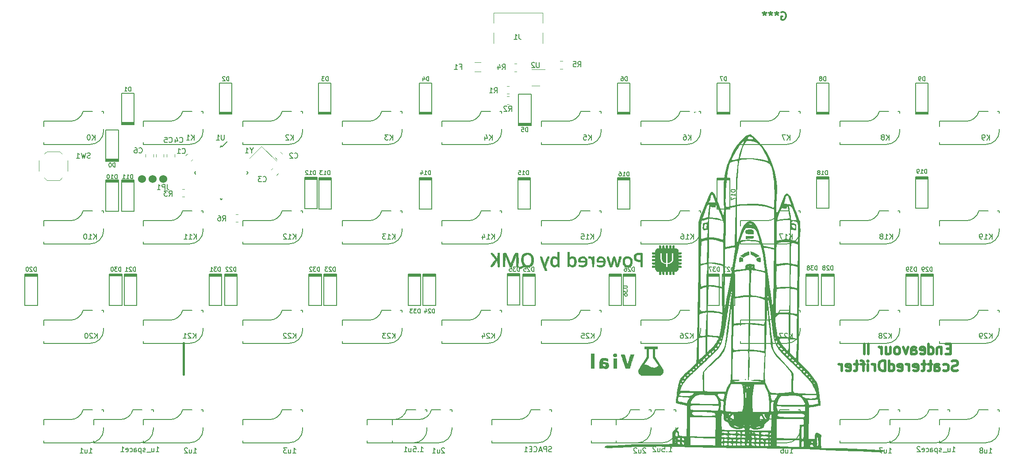
<source format=gbr>
%TF.GenerationSoftware,KiCad,Pcbnew,(6.99.0-222-g367431f825)*%
%TF.CreationDate,2022-01-13T21:14:40+01:00*%
%TF.ProjectId,Endeavour-2,456e6465-6176-46f7-9572-2d322e6b6963,rev?*%
%TF.SameCoordinates,Original*%
%TF.FileFunction,Legend,Bot*%
%TF.FilePolarity,Positive*%
%FSLAX46Y46*%
G04 Gerber Fmt 4.6, Leading zero omitted, Abs format (unit mm)*
G04 Created by KiCad (PCBNEW (6.99.0-222-g367431f825)) date 2022-01-13 21:14:40*
%MOMM*%
%LPD*%
G01*
G04 APERTURE LIST*
%ADD10C,0.400000*%
%ADD11C,0.100000*%
%ADD12C,0.500000*%
%ADD13C,0.150000*%
%ADD14C,0.300000*%
%ADD15C,0.120000*%
%ADD16C,0.200000*%
%ADD17C,0.010000*%
%ADD18C,1.524000*%
G04 APERTURE END LIST*
D10*
X82690000Y-86350000D02*
X82690000Y-80350000D01*
D11*
X180369818Y-36086815D02*
X180701124Y-36086587D01*
X180482946Y-36203670D02*
X180369818Y-36086815D01*
D12*
X229454759Y-81437142D02*
X228788092Y-81437142D01*
X228502378Y-82484761D02*
X229454759Y-82484761D01*
X229454759Y-80484761D01*
X228502378Y-80484761D01*
X227726188Y-81151428D02*
X227726188Y-82484761D01*
X227726188Y-81341904D02*
X227630950Y-81246666D01*
X227440474Y-81151428D01*
X227154759Y-81151428D01*
X226964283Y-81246666D01*
X226869045Y-81437142D01*
X226869045Y-82484761D01*
X225235712Y-82484761D02*
X225235712Y-80484761D01*
X225235712Y-82389523D02*
X225426188Y-82484761D01*
X225807141Y-82484761D01*
X225997617Y-82389523D01*
X226092855Y-82294285D01*
X226188093Y-82103809D01*
X226188093Y-81532380D01*
X226092855Y-81341904D01*
X225997617Y-81246666D01*
X225807141Y-81151428D01*
X225426188Y-81151428D01*
X225235712Y-81246666D01*
X223697617Y-82389523D02*
X223888093Y-82484761D01*
X224269046Y-82484761D01*
X224459522Y-82389523D01*
X224554760Y-82199047D01*
X224554760Y-81437142D01*
X224459522Y-81246666D01*
X224269046Y-81151428D01*
X223888093Y-81151428D01*
X223697617Y-81246666D01*
X223602379Y-81437142D01*
X223602379Y-81627619D01*
X224554760Y-81818095D01*
X221969046Y-82484761D02*
X221969046Y-81437142D01*
X222064284Y-81246666D01*
X222254760Y-81151428D01*
X222635713Y-81151428D01*
X222826189Y-81246666D01*
X221969046Y-82389523D02*
X222159522Y-82484761D01*
X222635713Y-82484761D01*
X222826189Y-82389523D01*
X222921427Y-82199047D01*
X222921427Y-82008571D01*
X222826189Y-81818095D01*
X222635713Y-81722857D01*
X222159522Y-81722857D01*
X221969046Y-81627619D01*
X221383332Y-81151428D02*
X220907142Y-82484761D01*
X220430951Y-81151428D01*
X219369047Y-82484761D02*
X219559523Y-82389523D01*
X219654761Y-82294285D01*
X219749999Y-82103809D01*
X219749999Y-81532380D01*
X219654761Y-81341904D01*
X219559523Y-81246666D01*
X219369047Y-81151428D01*
X219083332Y-81151428D01*
X218892856Y-81246666D01*
X218797618Y-81341904D01*
X218702380Y-81532380D01*
X218702380Y-82103809D01*
X218797618Y-82294285D01*
X218892856Y-82389523D01*
X219083332Y-82484761D01*
X219369047Y-82484761D01*
X217069047Y-81151428D02*
X217069047Y-82484761D01*
X217926190Y-81151428D02*
X217926190Y-82199047D01*
X217830952Y-82389523D01*
X217640476Y-82484761D01*
X217354761Y-82484761D01*
X217164285Y-82389523D01*
X217069047Y-82294285D01*
X216292857Y-82484761D02*
X216292857Y-81151428D01*
X216292857Y-81532380D02*
X216197619Y-81341904D01*
X216102381Y-81246666D01*
X215911905Y-81151428D01*
X215721428Y-81151428D01*
X213745238Y-82484761D02*
X213745238Y-80484761D01*
X212969048Y-82484761D02*
X212969048Y-80484761D01*
X230852376Y-85629523D02*
X230566662Y-85724761D01*
X230090471Y-85724761D01*
X229899995Y-85629523D01*
X229804757Y-85534285D01*
X229709519Y-85343809D01*
X229709519Y-85153333D01*
X229804757Y-84962857D01*
X229899995Y-84867619D01*
X230090471Y-84772380D01*
X230471424Y-84677142D01*
X230661900Y-84581904D01*
X230757138Y-84486666D01*
X230852376Y-84296190D01*
X230852376Y-84105714D01*
X230757138Y-83915238D01*
X230661900Y-83820000D01*
X230471424Y-83724761D01*
X229995233Y-83724761D01*
X229709519Y-83820000D01*
X228076186Y-85629523D02*
X228266662Y-85724761D01*
X228647615Y-85724761D01*
X228838091Y-85629523D01*
X228933329Y-85534285D01*
X229028567Y-85343809D01*
X229028567Y-84772380D01*
X228933329Y-84581904D01*
X228838091Y-84486666D01*
X228647615Y-84391428D01*
X228266662Y-84391428D01*
X228076186Y-84486666D01*
X226442853Y-85724761D02*
X226442853Y-84677142D01*
X226538091Y-84486666D01*
X226728567Y-84391428D01*
X227109520Y-84391428D01*
X227299996Y-84486666D01*
X226442853Y-85629523D02*
X226633329Y-85724761D01*
X227109520Y-85724761D01*
X227299996Y-85629523D01*
X227395234Y-85439047D01*
X227395234Y-85248571D01*
X227299996Y-85058095D01*
X227109520Y-84962857D01*
X226633329Y-84962857D01*
X226442853Y-84867619D01*
X225952377Y-84391428D02*
X225190473Y-84391428D01*
X225666663Y-83724761D02*
X225666663Y-85439047D01*
X225571425Y-85629523D01*
X225380949Y-85724761D01*
X225190473Y-85724761D01*
X224699997Y-84391428D02*
X223938093Y-84391428D01*
X224414283Y-83724761D02*
X224414283Y-85439047D01*
X224319045Y-85629523D01*
X224128569Y-85724761D01*
X223938093Y-85724761D01*
X222399998Y-85629523D02*
X222590474Y-85724761D01*
X222971427Y-85724761D01*
X223161903Y-85629523D01*
X223257141Y-85439047D01*
X223257141Y-84677142D01*
X223161903Y-84486666D01*
X222971427Y-84391428D01*
X222590474Y-84391428D01*
X222399998Y-84486666D01*
X222304760Y-84677142D01*
X222304760Y-84867619D01*
X223257141Y-85058095D01*
X221528570Y-85724761D02*
X221528570Y-84391428D01*
X221528570Y-84772380D02*
X221433332Y-84581904D01*
X221338094Y-84486666D01*
X221147618Y-84391428D01*
X220957141Y-84391428D01*
X219419046Y-85629523D02*
X219609522Y-85724761D01*
X219990475Y-85724761D01*
X220180951Y-85629523D01*
X220276189Y-85439047D01*
X220276189Y-84677142D01*
X220180951Y-84486666D01*
X219990475Y-84391428D01*
X219609522Y-84391428D01*
X219419046Y-84486666D01*
X219323808Y-84677142D01*
X219323808Y-84867619D01*
X220276189Y-85058095D01*
X217690475Y-85724761D02*
X217690475Y-83724761D01*
X217690475Y-85629523D02*
X217880951Y-85724761D01*
X218261904Y-85724761D01*
X218452380Y-85629523D01*
X218547618Y-85534285D01*
X218642856Y-85343809D01*
X218642856Y-84772380D01*
X218547618Y-84581904D01*
X218452380Y-84486666D01*
X218261904Y-84391428D01*
X217880951Y-84391428D01*
X217690475Y-84486666D01*
X216914285Y-85724761D02*
X216914285Y-83724761D01*
X216438095Y-83724761D01*
X216152380Y-83820000D01*
X215961904Y-84010476D01*
X215866666Y-84200952D01*
X215771428Y-84581904D01*
X215771428Y-84867619D01*
X215866666Y-85248571D01*
X215961904Y-85439047D01*
X216152380Y-85629523D01*
X216438095Y-85724761D01*
X216914285Y-85724761D01*
X214995238Y-85724761D02*
X214995238Y-84391428D01*
X214995238Y-84772380D02*
X214900000Y-84581904D01*
X214804762Y-84486666D01*
X214614286Y-84391428D01*
X214423809Y-84391428D01*
X213647619Y-85724761D02*
X213647619Y-84391428D01*
X213647619Y-83724761D02*
X213742857Y-83820000D01*
X213647619Y-83915238D01*
X213552381Y-83820000D01*
X213647619Y-83724761D01*
X213647619Y-83915238D01*
X213061905Y-84391428D02*
X212300001Y-84391428D01*
X212776191Y-85724761D02*
X212776191Y-84010476D01*
X212680953Y-83820000D01*
X212490477Y-83724761D01*
X212300001Y-83724761D01*
X211809525Y-84391428D02*
X211047621Y-84391428D01*
X211523811Y-83724761D02*
X211523811Y-85439047D01*
X211428573Y-85629523D01*
X211238097Y-85724761D01*
X211047621Y-85724761D01*
X209509526Y-85629523D02*
X209700002Y-85724761D01*
X210080955Y-85724761D01*
X210271431Y-85629523D01*
X210366669Y-85439047D01*
X210366669Y-84677142D01*
X210271431Y-84486666D01*
X210080955Y-84391428D01*
X209700002Y-84391428D01*
X209509526Y-84486666D01*
X209414288Y-84677142D01*
X209414288Y-84867619D01*
X210366669Y-85058095D01*
X208638098Y-85724761D02*
X208638098Y-84391428D01*
X208638098Y-84772380D02*
X208542860Y-84581904D01*
X208447622Y-84486666D01*
X208257146Y-84391428D01*
X208066669Y-84391428D01*
D13*
%TO.C,K0*%
X65697617Y-41452380D02*
X65697617Y-40452380D01*
X65126189Y-41452380D02*
X65554760Y-40880952D01*
X65126189Y-40452380D02*
X65697617Y-41023809D01*
X64547618Y-40452380D02*
X64452380Y-40452380D01*
X64357142Y-40500000D01*
X64309523Y-40547619D01*
X64261904Y-40642857D01*
X64214285Y-40833333D01*
X64214285Y-41071428D01*
X64261904Y-41261904D01*
X64309523Y-41357142D01*
X64357142Y-41404761D01*
X64452380Y-41452380D01*
X64547618Y-41452380D01*
X64642856Y-41404761D01*
X64690475Y-41357142D01*
X64738094Y-41261904D01*
X64785713Y-41071428D01*
X64785713Y-40833333D01*
X64738094Y-40642857D01*
X64690475Y-40547619D01*
X64642856Y-40500000D01*
X64547618Y-40452380D01*
%TO.C,K1*%
X84697617Y-41452380D02*
X84697617Y-40452380D01*
X84126189Y-41452380D02*
X84554760Y-40880952D01*
X84126189Y-40452380D02*
X84697617Y-41023809D01*
X83214285Y-41452380D02*
X83785713Y-41452380D01*
X83499999Y-41452380D02*
X83499999Y-40452380D01*
X83595237Y-40595238D01*
X83690475Y-40690476D01*
X83785713Y-40738095D01*
%TO.C,K2*%
X103697617Y-41452380D02*
X103697617Y-40452380D01*
X103126189Y-41452380D02*
X103554760Y-40880952D01*
X103126189Y-40452380D02*
X103697617Y-41023809D01*
X102785713Y-40547619D02*
X102738094Y-40500000D01*
X102642856Y-40452380D01*
X102404761Y-40452380D01*
X102309523Y-40500000D01*
X102261904Y-40547619D01*
X102214285Y-40642857D01*
X102214285Y-40738095D01*
X102261904Y-40880952D01*
X102833332Y-41452380D01*
X102214285Y-41452380D01*
%TO.C,K3*%
X122697617Y-41452380D02*
X122697617Y-40452380D01*
X122126189Y-41452380D02*
X122554760Y-40880952D01*
X122126189Y-40452380D02*
X122697617Y-41023809D01*
X121833332Y-40452380D02*
X121214285Y-40452380D01*
X121547618Y-40833333D01*
X121404761Y-40833333D01*
X121309523Y-40880952D01*
X121261904Y-40928571D01*
X121214285Y-41023809D01*
X121214285Y-41261904D01*
X121261904Y-41357142D01*
X121309523Y-41404761D01*
X121404761Y-41452380D01*
X121690475Y-41452380D01*
X121785713Y-41404761D01*
X121833332Y-41357142D01*
%TO.C,K4*%
X141721427Y-41452380D02*
X141721427Y-40452380D01*
X141149999Y-41452380D02*
X141578570Y-40880952D01*
X141149999Y-40452380D02*
X141721427Y-41023809D01*
X140333333Y-40785714D02*
X140333333Y-41452380D01*
X140571428Y-40404761D02*
X140809523Y-41119047D01*
X140190476Y-41119047D01*
%TO.C,K6*%
X179797616Y-41452380D02*
X179797616Y-40452380D01*
X179226188Y-41452380D02*
X179654759Y-40880952D01*
X179226188Y-40452380D02*
X179797616Y-41023809D01*
X178409522Y-40452380D02*
X178599998Y-40452380D01*
X178695236Y-40500000D01*
X178742855Y-40547619D01*
X178838093Y-40690476D01*
X178885712Y-40880952D01*
X178885712Y-41261904D01*
X178838093Y-41357142D01*
X178790474Y-41404761D01*
X178695236Y-41452380D01*
X178504760Y-41452380D01*
X178409522Y-41404761D01*
X178361903Y-41357142D01*
X178314284Y-41261904D01*
X178314284Y-41023809D01*
X178361903Y-40928571D01*
X178409522Y-40880952D01*
X178504760Y-40833333D01*
X178695236Y-40833333D01*
X178790474Y-40880952D01*
X178838093Y-40928571D01*
X178885712Y-41023809D01*
%TO.C,K7*%
X198721427Y-41452380D02*
X198721427Y-40452380D01*
X198149999Y-41452380D02*
X198578570Y-40880952D01*
X198149999Y-40452380D02*
X198721427Y-41023809D01*
X197857142Y-40452380D02*
X197190476Y-40452380D01*
X197619047Y-41452380D01*
%TO.C,K8*%
X217697617Y-41452380D02*
X217697617Y-40452380D01*
X217126189Y-41452380D02*
X217554760Y-40880952D01*
X217126189Y-40452380D02*
X217697617Y-41023809D01*
X216595237Y-40880952D02*
X216690475Y-40833333D01*
X216738094Y-40785714D01*
X216785713Y-40690476D01*
X216785713Y-40642857D01*
X216738094Y-40547619D01*
X216690475Y-40500000D01*
X216595237Y-40452380D01*
X216404761Y-40452380D01*
X216309523Y-40500000D01*
X216261904Y-40547619D01*
X216214285Y-40642857D01*
X216214285Y-40690476D01*
X216261904Y-40785714D01*
X216309523Y-40833333D01*
X216404761Y-40880952D01*
X216595237Y-40880952D01*
X216690475Y-40928571D01*
X216738094Y-40976190D01*
X216785713Y-41071428D01*
X216785713Y-41261904D01*
X216738094Y-41357142D01*
X216690475Y-41404761D01*
X216595237Y-41452380D01*
X216404761Y-41452380D01*
X216309523Y-41404761D01*
X216261904Y-41357142D01*
X216214285Y-41261904D01*
X216214285Y-41071428D01*
X216261904Y-40976190D01*
X216309523Y-40928571D01*
X216404761Y-40880952D01*
%TO.C,K9*%
X236947616Y-41452380D02*
X236947616Y-40452380D01*
X236376188Y-41452380D02*
X236804759Y-40880952D01*
X236376188Y-40452380D02*
X236947616Y-41023809D01*
X235940474Y-41452380D02*
X235749998Y-41452380D01*
X235654760Y-41404761D01*
X235607141Y-41357142D01*
X235511903Y-41214285D01*
X235464284Y-41023809D01*
X235464284Y-40642857D01*
X235511903Y-40547619D01*
X235559522Y-40500000D01*
X235654760Y-40452380D01*
X235845236Y-40452380D01*
X235940474Y-40500000D01*
X235988093Y-40547619D01*
X236035712Y-40642857D01*
X236035712Y-40880952D01*
X235988093Y-40976190D01*
X235940474Y-41023809D01*
X235845236Y-41071428D01*
X235654760Y-41071428D01*
X235559522Y-41023809D01*
X235511903Y-40976190D01*
X235464284Y-40880952D01*
%TO.C,K10*%
X65953568Y-60452380D02*
X65953568Y-59452380D01*
X65382140Y-60452380D02*
X65810711Y-59880952D01*
X65382140Y-59452380D02*
X65953568Y-60023809D01*
X64470236Y-60452380D02*
X65041664Y-60452380D01*
X64755950Y-60452380D02*
X64755950Y-59452380D01*
X64851188Y-59595238D01*
X64946426Y-59690476D01*
X65041664Y-59738095D01*
X63891665Y-59452380D02*
X63796427Y-59452380D01*
X63701189Y-59500000D01*
X63653570Y-59547619D01*
X63605951Y-59642857D01*
X63558332Y-59833333D01*
X63558332Y-60071428D01*
X63605951Y-60261904D01*
X63653570Y-60357142D01*
X63701189Y-60404761D01*
X63796427Y-60452380D01*
X63891665Y-60452380D01*
X63986903Y-60404761D01*
X64034522Y-60357142D01*
X64082141Y-60261904D01*
X64129760Y-60071428D01*
X64129760Y-59833333D01*
X64082141Y-59642857D01*
X64034522Y-59547619D01*
X63986903Y-59500000D01*
X63891665Y-59452380D01*
%TO.C,K11*%
X85153569Y-60452380D02*
X85153569Y-59452380D01*
X84582141Y-60452380D02*
X85010712Y-59880952D01*
X84582141Y-59452380D02*
X85153569Y-60023809D01*
X83670237Y-60452380D02*
X84241665Y-60452380D01*
X83955951Y-60452380D02*
X83955951Y-59452380D01*
X84051189Y-59595238D01*
X84146427Y-59690476D01*
X84241665Y-59738095D01*
X82758333Y-60452380D02*
X83329761Y-60452380D01*
X83044047Y-60452380D02*
X83044047Y-59452380D01*
X83139285Y-59595238D01*
X83234523Y-59690476D01*
X83329761Y-59738095D01*
%TO.C,K12*%
X104153569Y-60452380D02*
X104153569Y-59452380D01*
X103582141Y-60452380D02*
X104010712Y-59880952D01*
X103582141Y-59452380D02*
X104153569Y-60023809D01*
X102670237Y-60452380D02*
X103241665Y-60452380D01*
X102955951Y-60452380D02*
X102955951Y-59452380D01*
X103051189Y-59595238D01*
X103146427Y-59690476D01*
X103241665Y-59738095D01*
X102329761Y-59547619D02*
X102282142Y-59500000D01*
X102186904Y-59452380D01*
X101948809Y-59452380D01*
X101853571Y-59500000D01*
X101805952Y-59547619D01*
X101758333Y-59642857D01*
X101758333Y-59738095D01*
X101805952Y-59880952D01*
X102377380Y-60452380D01*
X101758333Y-60452380D01*
%TO.C,K13*%
X123153569Y-60452380D02*
X123153569Y-59452380D01*
X122582141Y-60452380D02*
X123010712Y-59880952D01*
X122582141Y-59452380D02*
X123153569Y-60023809D01*
X121670237Y-60452380D02*
X122241665Y-60452380D01*
X121955951Y-60452380D02*
X121955951Y-59452380D01*
X122051189Y-59595238D01*
X122146427Y-59690476D01*
X122241665Y-59738095D01*
X121377380Y-59452380D02*
X120758333Y-59452380D01*
X121091666Y-59833333D01*
X120948809Y-59833333D01*
X120853571Y-59880952D01*
X120805952Y-59928571D01*
X120758333Y-60023809D01*
X120758333Y-60261904D01*
X120805952Y-60357142D01*
X120853571Y-60404761D01*
X120948809Y-60452380D01*
X121234523Y-60452380D01*
X121329761Y-60404761D01*
X121377380Y-60357142D01*
%TO.C,K14*%
X142177378Y-60452380D02*
X142177378Y-59452380D01*
X141605950Y-60452380D02*
X142034521Y-59880952D01*
X141605950Y-59452380D02*
X142177378Y-60023809D01*
X140694046Y-60452380D02*
X141265474Y-60452380D01*
X140979760Y-60452380D02*
X140979760Y-59452380D01*
X141074998Y-59595238D01*
X141170236Y-59690476D01*
X141265474Y-59738095D01*
X139877380Y-59785714D02*
X139877380Y-60452380D01*
X140115475Y-59404761D02*
X140353570Y-60119047D01*
X139734523Y-60119047D01*
%TO.C,K15*%
X161153569Y-60452380D02*
X161153569Y-59452380D01*
X160582141Y-60452380D02*
X161010712Y-59880952D01*
X160582141Y-59452380D02*
X161153569Y-60023809D01*
X159670237Y-60452380D02*
X160241665Y-60452380D01*
X159955951Y-60452380D02*
X159955951Y-59452380D01*
X160051189Y-59595238D01*
X160146427Y-59690476D01*
X160241665Y-59738095D01*
X158805952Y-59452380D02*
X159282142Y-59452380D01*
X159329761Y-59928571D01*
X159282142Y-59880952D01*
X159186904Y-59833333D01*
X158948809Y-59833333D01*
X158853571Y-59880952D01*
X158805952Y-59928571D01*
X158758333Y-60023809D01*
X158758333Y-60261904D01*
X158805952Y-60357142D01*
X158853571Y-60404761D01*
X158948809Y-60452380D01*
X159186904Y-60452380D01*
X159282142Y-60404761D01*
X159329761Y-60357142D01*
%TO.C,K16*%
X180253568Y-60452380D02*
X180253568Y-59452380D01*
X179682140Y-60452380D02*
X180110711Y-59880952D01*
X179682140Y-59452380D02*
X180253568Y-60023809D01*
X178770236Y-60452380D02*
X179341664Y-60452380D01*
X179055950Y-60452380D02*
X179055950Y-59452380D01*
X179151188Y-59595238D01*
X179246426Y-59690476D01*
X179341664Y-59738095D01*
X177953570Y-59452380D02*
X178144046Y-59452380D01*
X178239284Y-59500000D01*
X178286903Y-59547619D01*
X178382141Y-59690476D01*
X178429760Y-59880952D01*
X178429760Y-60261904D01*
X178382141Y-60357142D01*
X178334522Y-60404761D01*
X178239284Y-60452380D01*
X178048808Y-60452380D01*
X177953570Y-60404761D01*
X177905951Y-60357142D01*
X177858332Y-60261904D01*
X177858332Y-60023809D01*
X177905951Y-59928571D01*
X177953570Y-59880952D01*
X178048808Y-59833333D01*
X178239284Y-59833333D01*
X178334522Y-59880952D01*
X178382141Y-59928571D01*
X178429760Y-60023809D01*
%TO.C,K17*%
X199177379Y-60452380D02*
X199177379Y-59452380D01*
X198605951Y-60452380D02*
X199034522Y-59880952D01*
X198605951Y-59452380D02*
X199177379Y-60023809D01*
X197694047Y-60452380D02*
X198265475Y-60452380D01*
X197979761Y-60452380D02*
X197979761Y-59452380D01*
X198074999Y-59595238D01*
X198170237Y-59690476D01*
X198265475Y-59738095D01*
X197401190Y-59452380D02*
X196734524Y-59452380D01*
X197163095Y-60452380D01*
%TO.C,K18*%
X218353568Y-60452380D02*
X218353568Y-59452380D01*
X217782140Y-60452380D02*
X218210711Y-59880952D01*
X217782140Y-59452380D02*
X218353568Y-60023809D01*
X216870236Y-60452380D02*
X217441664Y-60452380D01*
X217155950Y-60452380D02*
X217155950Y-59452380D01*
X217251188Y-59595238D01*
X217346426Y-59690476D01*
X217441664Y-59738095D01*
X216339284Y-59880952D02*
X216434522Y-59833333D01*
X216482141Y-59785714D01*
X216529760Y-59690476D01*
X216529760Y-59642857D01*
X216482141Y-59547619D01*
X216434522Y-59500000D01*
X216339284Y-59452380D01*
X216148808Y-59452380D01*
X216053570Y-59500000D01*
X216005951Y-59547619D01*
X215958332Y-59642857D01*
X215958332Y-59690476D01*
X216005951Y-59785714D01*
X216053570Y-59833333D01*
X216148808Y-59880952D01*
X216339284Y-59880952D01*
X216434522Y-59928571D01*
X216482141Y-59976190D01*
X216529760Y-60071428D01*
X216529760Y-60261904D01*
X216482141Y-60357142D01*
X216434522Y-60404761D01*
X216339284Y-60452380D01*
X216148808Y-60452380D01*
X216053570Y-60404761D01*
X216005951Y-60357142D01*
X215958332Y-60261904D01*
X215958332Y-60071428D01*
X216005951Y-59976190D01*
X216053570Y-59928571D01*
X216148808Y-59880952D01*
%TO.C,K19*%
X237403568Y-60452380D02*
X237403568Y-59452380D01*
X236832140Y-60452380D02*
X237260711Y-59880952D01*
X236832140Y-59452380D02*
X237403568Y-60023809D01*
X235920236Y-60452380D02*
X236491664Y-60452380D01*
X236205950Y-60452380D02*
X236205950Y-59452380D01*
X236301188Y-59595238D01*
X236396426Y-59690476D01*
X236491664Y-59738095D01*
X235484522Y-60452380D02*
X235294046Y-60452380D01*
X235198808Y-60404761D01*
X235151189Y-60357142D01*
X235055951Y-60214285D01*
X235008332Y-60023809D01*
X235008332Y-59642857D01*
X235055951Y-59547619D01*
X235103570Y-59500000D01*
X235198808Y-59452380D01*
X235389284Y-59452380D01*
X235484522Y-59500000D01*
X235532141Y-59547619D01*
X235579760Y-59642857D01*
X235579760Y-59880952D01*
X235532141Y-59976190D01*
X235484522Y-60023809D01*
X235389284Y-60071428D01*
X235198808Y-60071428D01*
X235103570Y-60023809D01*
X235055951Y-59976190D01*
X235008332Y-59880952D01*
%TO.C,K20*%
X66153569Y-79452380D02*
X66153569Y-78452380D01*
X65582141Y-79452380D02*
X66010712Y-78880952D01*
X65582141Y-78452380D02*
X66153569Y-79023809D01*
X65241665Y-78547619D02*
X65194046Y-78500000D01*
X65098808Y-78452380D01*
X64860713Y-78452380D01*
X64765475Y-78500000D01*
X64717856Y-78547619D01*
X64670237Y-78642857D01*
X64670237Y-78738095D01*
X64717856Y-78880952D01*
X65289284Y-79452380D01*
X64670237Y-79452380D01*
X64091666Y-78452380D02*
X63996428Y-78452380D01*
X63901190Y-78500000D01*
X63853571Y-78547619D01*
X63805952Y-78642857D01*
X63758333Y-78833333D01*
X63758333Y-79071428D01*
X63805952Y-79261904D01*
X63853571Y-79357142D01*
X63901190Y-79404761D01*
X63996428Y-79452380D01*
X64091666Y-79452380D01*
X64186904Y-79404761D01*
X64234523Y-79357142D01*
X64282142Y-79261904D01*
X64329761Y-79071428D01*
X64329761Y-78833333D01*
X64282142Y-78642857D01*
X64234523Y-78547619D01*
X64186904Y-78500000D01*
X64091666Y-78452380D01*
%TO.C,K21*%
X85003569Y-79452380D02*
X85003569Y-78452380D01*
X84432141Y-79452380D02*
X84860712Y-78880952D01*
X84432141Y-78452380D02*
X85003569Y-79023809D01*
X84091665Y-78547619D02*
X84044046Y-78500000D01*
X83948808Y-78452380D01*
X83710713Y-78452380D01*
X83615475Y-78500000D01*
X83567856Y-78547619D01*
X83520237Y-78642857D01*
X83520237Y-78738095D01*
X83567856Y-78880952D01*
X84139284Y-79452380D01*
X83520237Y-79452380D01*
X82608333Y-79452380D02*
X83179761Y-79452380D01*
X82894047Y-79452380D02*
X82894047Y-78452380D01*
X82989285Y-78595238D01*
X83084523Y-78690476D01*
X83179761Y-78738095D01*
%TO.C,K22*%
X104153569Y-79452380D02*
X104153569Y-78452380D01*
X103582141Y-79452380D02*
X104010712Y-78880952D01*
X103582141Y-78452380D02*
X104153569Y-79023809D01*
X103241665Y-78547619D02*
X103194046Y-78500000D01*
X103098808Y-78452380D01*
X102860713Y-78452380D01*
X102765475Y-78500000D01*
X102717856Y-78547619D01*
X102670237Y-78642857D01*
X102670237Y-78738095D01*
X102717856Y-78880952D01*
X103289284Y-79452380D01*
X102670237Y-79452380D01*
X102329761Y-78547619D02*
X102282142Y-78500000D01*
X102186904Y-78452380D01*
X101948809Y-78452380D01*
X101853571Y-78500000D01*
X101805952Y-78547619D01*
X101758333Y-78642857D01*
X101758333Y-78738095D01*
X101805952Y-78880952D01*
X102377380Y-79452380D01*
X101758333Y-79452380D01*
%TO.C,K23*%
X123153569Y-79452380D02*
X123153569Y-78452380D01*
X122582141Y-79452380D02*
X123010712Y-78880952D01*
X122582141Y-78452380D02*
X123153569Y-79023809D01*
X122241665Y-78547619D02*
X122194046Y-78500000D01*
X122098808Y-78452380D01*
X121860713Y-78452380D01*
X121765475Y-78500000D01*
X121717856Y-78547619D01*
X121670237Y-78642857D01*
X121670237Y-78738095D01*
X121717856Y-78880952D01*
X122289284Y-79452380D01*
X121670237Y-79452380D01*
X121377380Y-78452380D02*
X120758333Y-78452380D01*
X121091666Y-78833333D01*
X120948809Y-78833333D01*
X120853571Y-78880952D01*
X120805952Y-78928571D01*
X120758333Y-79023809D01*
X120758333Y-79261904D01*
X120805952Y-79357142D01*
X120853571Y-79404761D01*
X120948809Y-79452380D01*
X121234523Y-79452380D01*
X121329761Y-79404761D01*
X121377380Y-79357142D01*
%TO.C,K24*%
X142177378Y-79452380D02*
X142177378Y-78452380D01*
X141605950Y-79452380D02*
X142034521Y-78880952D01*
X141605950Y-78452380D02*
X142177378Y-79023809D01*
X141265474Y-78547619D02*
X141217855Y-78500000D01*
X141122617Y-78452380D01*
X140884522Y-78452380D01*
X140789284Y-78500000D01*
X140741665Y-78547619D01*
X140694046Y-78642857D01*
X140694046Y-78738095D01*
X140741665Y-78880952D01*
X141313093Y-79452380D01*
X140694046Y-79452380D01*
X139877380Y-78785714D02*
X139877380Y-79452380D01*
X140115475Y-78404761D02*
X140353570Y-79119047D01*
X139734523Y-79119047D01*
%TO.C,K25*%
X161203568Y-79452380D02*
X161203568Y-78452380D01*
X160632140Y-79452380D02*
X161060711Y-78880952D01*
X160632140Y-78452380D02*
X161203568Y-79023809D01*
X160291664Y-78547619D02*
X160244045Y-78500000D01*
X160148807Y-78452380D01*
X159910712Y-78452380D01*
X159815474Y-78500000D01*
X159767855Y-78547619D01*
X159720236Y-78642857D01*
X159720236Y-78738095D01*
X159767855Y-78880952D01*
X160339283Y-79452380D01*
X159720236Y-79452380D01*
X158855951Y-78452380D02*
X159332141Y-78452380D01*
X159379760Y-78928571D01*
X159332141Y-78880952D01*
X159236903Y-78833333D01*
X158998808Y-78833333D01*
X158903570Y-78880952D01*
X158855951Y-78928571D01*
X158808332Y-79023809D01*
X158808332Y-79261904D01*
X158855951Y-79357142D01*
X158903570Y-79404761D01*
X158998808Y-79452380D01*
X159236903Y-79452380D01*
X159332141Y-79404761D01*
X159379760Y-79357142D01*
%TO.C,K26*%
X180153569Y-79452380D02*
X180153569Y-78452380D01*
X179582141Y-79452380D02*
X180010712Y-78880952D01*
X179582141Y-78452380D02*
X180153569Y-79023809D01*
X179241665Y-78547619D02*
X179194046Y-78500000D01*
X179098808Y-78452380D01*
X178860713Y-78452380D01*
X178765475Y-78500000D01*
X178717856Y-78547619D01*
X178670237Y-78642857D01*
X178670237Y-78738095D01*
X178717856Y-78880952D01*
X179289284Y-79452380D01*
X178670237Y-79452380D01*
X177853571Y-78452380D02*
X178044047Y-78452380D01*
X178139285Y-78500000D01*
X178186904Y-78547619D01*
X178282142Y-78690476D01*
X178329761Y-78880952D01*
X178329761Y-79261904D01*
X178282142Y-79357142D01*
X178234523Y-79404761D01*
X178139285Y-79452380D01*
X177948809Y-79452380D01*
X177853571Y-79404761D01*
X177805952Y-79357142D01*
X177758333Y-79261904D01*
X177758333Y-79023809D01*
X177805952Y-78928571D01*
X177853571Y-78880952D01*
X177948809Y-78833333D01*
X178139285Y-78833333D01*
X178234523Y-78880952D01*
X178282142Y-78928571D01*
X178329761Y-79023809D01*
%TO.C,K27*%
X199177379Y-79452380D02*
X199177379Y-78452380D01*
X198605951Y-79452380D02*
X199034522Y-78880952D01*
X198605951Y-78452380D02*
X199177379Y-79023809D01*
X198265475Y-78547619D02*
X198217856Y-78500000D01*
X198122618Y-78452380D01*
X197884523Y-78452380D01*
X197789285Y-78500000D01*
X197741666Y-78547619D01*
X197694047Y-78642857D01*
X197694047Y-78738095D01*
X197741666Y-78880952D01*
X198313094Y-79452380D01*
X197694047Y-79452380D01*
X197401190Y-78452380D02*
X196734524Y-78452380D01*
X197163095Y-79452380D01*
%TO.C,K28*%
X218153569Y-79452380D02*
X218153569Y-78452380D01*
X217582141Y-79452380D02*
X218010712Y-78880952D01*
X217582141Y-78452380D02*
X218153569Y-79023809D01*
X217241665Y-78547619D02*
X217194046Y-78500000D01*
X217098808Y-78452380D01*
X216860713Y-78452380D01*
X216765475Y-78500000D01*
X216717856Y-78547619D01*
X216670237Y-78642857D01*
X216670237Y-78738095D01*
X216717856Y-78880952D01*
X217289284Y-79452380D01*
X216670237Y-79452380D01*
X216139285Y-78880952D02*
X216234523Y-78833333D01*
X216282142Y-78785714D01*
X216329761Y-78690476D01*
X216329761Y-78642857D01*
X216282142Y-78547619D01*
X216234523Y-78500000D01*
X216139285Y-78452380D01*
X215948809Y-78452380D01*
X215853571Y-78500000D01*
X215805952Y-78547619D01*
X215758333Y-78642857D01*
X215758333Y-78690476D01*
X215805952Y-78785714D01*
X215853571Y-78833333D01*
X215948809Y-78880952D01*
X216139285Y-78880952D01*
X216234523Y-78928571D01*
X216282142Y-78976190D01*
X216329761Y-79071428D01*
X216329761Y-79261904D01*
X216282142Y-79357142D01*
X216234523Y-79404761D01*
X216139285Y-79452380D01*
X215948809Y-79452380D01*
X215853571Y-79404761D01*
X215805952Y-79357142D01*
X215758333Y-79261904D01*
X215758333Y-79071428D01*
X215805952Y-78976190D01*
X215853571Y-78928571D01*
X215948809Y-78880952D01*
%TO.C,K29*%
X237403569Y-79452380D02*
X237403569Y-78452380D01*
X236832141Y-79452380D02*
X237260712Y-78880952D01*
X236832141Y-78452380D02*
X237403569Y-79023809D01*
X236491665Y-78547619D02*
X236444046Y-78500000D01*
X236348808Y-78452380D01*
X236110713Y-78452380D01*
X236015475Y-78500000D01*
X235967856Y-78547619D01*
X235920237Y-78642857D01*
X235920237Y-78738095D01*
X235967856Y-78880952D01*
X236539284Y-79452380D01*
X235920237Y-79452380D01*
X235484523Y-79452380D02*
X235294047Y-79452380D01*
X235198809Y-79404761D01*
X235151190Y-79357142D01*
X235055952Y-79214285D01*
X235008333Y-79023809D01*
X235008333Y-78642857D01*
X235055952Y-78547619D01*
X235103571Y-78500000D01*
X235198809Y-78452380D01*
X235389285Y-78452380D01*
X235484523Y-78500000D01*
X235532142Y-78547619D01*
X235579761Y-78642857D01*
X235579761Y-78880952D01*
X235532142Y-78976190D01*
X235484523Y-79023809D01*
X235389285Y-79071428D01*
X235198809Y-79071428D01*
X235103571Y-79023809D01*
X235055952Y-78976190D01*
X235008333Y-78880952D01*
%TO.C,1u1*%
X64558332Y-101452380D02*
X65129760Y-101452380D01*
X64844046Y-101452380D02*
X64844046Y-100452380D01*
X64939284Y-100595238D01*
X65034522Y-100690476D01*
X65129760Y-100738095D01*
X63741666Y-100785714D02*
X63741666Y-101452380D01*
X64170237Y-100785714D02*
X64170237Y-101309523D01*
X64122618Y-101404761D01*
X64027380Y-101452380D01*
X63884523Y-101452380D01*
X63789285Y-101404761D01*
X63741666Y-101357142D01*
X62829762Y-101452380D02*
X63401190Y-101452380D01*
X63115476Y-101452380D02*
X63115476Y-100452380D01*
X63210714Y-100595238D01*
X63305952Y-100690476D01*
X63401190Y-100738095D01*
%TO.C,1u2*%
X84558332Y-101452380D02*
X85129760Y-101452380D01*
X84844046Y-101452380D02*
X84844046Y-100452380D01*
X84939284Y-100595238D01*
X85034522Y-100690476D01*
X85129760Y-100738095D01*
X83741666Y-100785714D02*
X83741666Y-101452380D01*
X84170237Y-100785714D02*
X84170237Y-101309523D01*
X84122618Y-101404761D01*
X84027380Y-101452380D01*
X83884523Y-101452380D01*
X83789285Y-101404761D01*
X83741666Y-101357142D01*
X83401190Y-100547619D02*
X83353571Y-100500000D01*
X83258333Y-100452380D01*
X83020238Y-100452380D01*
X82925000Y-100500000D01*
X82877381Y-100547619D01*
X82829762Y-100642857D01*
X82829762Y-100738095D01*
X82877381Y-100880952D01*
X83448809Y-101452380D01*
X82829762Y-101452380D01*
%TO.C,1u3*%
X103558332Y-101452380D02*
X104129760Y-101452380D01*
X103844046Y-101452380D02*
X103844046Y-100452380D01*
X103939284Y-100595238D01*
X104034522Y-100690476D01*
X104129760Y-100738095D01*
X102741666Y-100785714D02*
X102741666Y-101452380D01*
X103170237Y-100785714D02*
X103170237Y-101309523D01*
X103122618Y-101404761D01*
X103027380Y-101452380D01*
X102884523Y-101452380D01*
X102789285Y-101404761D01*
X102741666Y-101357142D01*
X102448809Y-100452380D02*
X101829762Y-100452380D01*
X102163095Y-100833333D01*
X102020238Y-100833333D01*
X101925000Y-100880952D01*
X101877381Y-100928571D01*
X101829762Y-101023809D01*
X101829762Y-101261904D01*
X101877381Y-101357142D01*
X101925000Y-101404761D01*
X102020238Y-101452380D01*
X102305952Y-101452380D01*
X102401190Y-101404761D01*
X102448809Y-101357142D01*
%TO.C,2u1*%
X132604760Y-100547619D02*
X132557141Y-100500000D01*
X132461903Y-100452380D01*
X132223808Y-100452380D01*
X132128570Y-100500000D01*
X132080951Y-100547619D01*
X132033332Y-100642857D01*
X132033332Y-100738095D01*
X132080951Y-100880952D01*
X132652379Y-101452380D01*
X132033332Y-101452380D01*
X131216666Y-100785714D02*
X131216666Y-101452380D01*
X131645237Y-100785714D02*
X131645237Y-101309523D01*
X131597618Y-101404761D01*
X131502380Y-101452380D01*
X131359523Y-101452380D01*
X131264285Y-101404761D01*
X131216666Y-101357142D01*
X130304762Y-101452380D02*
X130876190Y-101452380D01*
X130590476Y-101452380D02*
X130590476Y-100452380D01*
X130685714Y-100595238D01*
X130780952Y-100690476D01*
X130876190Y-100738095D01*
%TO.C,2u2*%
X171129760Y-100547619D02*
X171082141Y-100500000D01*
X170986903Y-100452380D01*
X170748808Y-100452380D01*
X170653570Y-100500000D01*
X170605951Y-100547619D01*
X170558332Y-100642857D01*
X170558332Y-100738095D01*
X170605951Y-100880952D01*
X171177379Y-101452380D01*
X170558332Y-101452380D01*
X169741666Y-100785714D02*
X169741666Y-101452380D01*
X170170237Y-100785714D02*
X170170237Y-101309523D01*
X170122618Y-101404761D01*
X170027380Y-101452380D01*
X169884523Y-101452380D01*
X169789285Y-101404761D01*
X169741666Y-101357142D01*
X169401190Y-100547619D02*
X169353571Y-100500000D01*
X169258333Y-100452380D01*
X169020238Y-100452380D01*
X168925000Y-100500000D01*
X168877381Y-100547619D01*
X168829762Y-100642857D01*
X168829762Y-100738095D01*
X168877381Y-100880952D01*
X169448809Y-101452380D01*
X168829762Y-101452380D01*
%TO.C,1u6*%
X198708332Y-101452380D02*
X199279760Y-101452380D01*
X198994046Y-101452380D02*
X198994046Y-100452380D01*
X199089284Y-100595238D01*
X199184522Y-100690476D01*
X199279760Y-100738095D01*
X197891666Y-100785714D02*
X197891666Y-101452380D01*
X198320237Y-100785714D02*
X198320237Y-101309523D01*
X198272618Y-101404761D01*
X198177380Y-101452380D01*
X198034523Y-101452380D01*
X197939285Y-101404761D01*
X197891666Y-101357142D01*
X197075000Y-100452380D02*
X197265476Y-100452380D01*
X197360714Y-100500000D01*
X197408333Y-100547619D01*
X197503571Y-100690476D01*
X197551190Y-100880952D01*
X197551190Y-101261904D01*
X197503571Y-101357142D01*
X197455952Y-101404761D01*
X197360714Y-101452380D01*
X197170238Y-101452380D01*
X197075000Y-101404761D01*
X197027381Y-101357142D01*
X196979762Y-101261904D01*
X196979762Y-101023809D01*
X197027381Y-100928571D01*
X197075000Y-100880952D01*
X197170238Y-100833333D01*
X197360714Y-100833333D01*
X197455952Y-100880952D01*
X197503571Y-100928571D01*
X197551190Y-101023809D01*
%TO.C,1u7*%
X217582141Y-101452380D02*
X218153569Y-101452380D01*
X217867855Y-101452380D02*
X217867855Y-100452380D01*
X217963093Y-100595238D01*
X218058331Y-100690476D01*
X218153569Y-100738095D01*
X216765475Y-100785714D02*
X216765475Y-101452380D01*
X217194046Y-100785714D02*
X217194046Y-101309523D01*
X217146427Y-101404761D01*
X217051189Y-101452380D01*
X216908332Y-101452380D01*
X216813094Y-101404761D01*
X216765475Y-101357142D01*
X216472618Y-100452380D02*
X215805952Y-100452380D01*
X216234523Y-101452380D01*
%TO.C,1u8*%
X236808332Y-101452380D02*
X237379760Y-101452380D01*
X237094046Y-101452380D02*
X237094046Y-100452380D01*
X237189284Y-100595238D01*
X237284522Y-100690476D01*
X237379760Y-100738095D01*
X235991666Y-100785714D02*
X235991666Y-101452380D01*
X236420237Y-100785714D02*
X236420237Y-101309523D01*
X236372618Y-101404761D01*
X236277380Y-101452380D01*
X236134523Y-101452380D01*
X236039285Y-101404761D01*
X235991666Y-101357142D01*
X235460714Y-100880952D02*
X235555952Y-100833333D01*
X235603571Y-100785714D01*
X235651190Y-100690476D01*
X235651190Y-100642857D01*
X235603571Y-100547619D01*
X235555952Y-100500000D01*
X235460714Y-100452380D01*
X235270238Y-100452380D01*
X235175000Y-100500000D01*
X235127381Y-100547619D01*
X235079762Y-100642857D01*
X235079762Y-100690476D01*
X235127381Y-100785714D01*
X235175000Y-100833333D01*
X235270238Y-100880952D01*
X235460714Y-100880952D01*
X235555952Y-100928571D01*
X235603571Y-100976190D01*
X235651190Y-101071428D01*
X235651190Y-101261904D01*
X235603571Y-101357142D01*
X235555952Y-101404761D01*
X235460714Y-101452380D01*
X235270238Y-101452380D01*
X235175000Y-101404761D01*
X235127381Y-101357142D01*
X235079762Y-101261904D01*
X235079762Y-101071428D01*
X235127381Y-100976190D01*
X235175000Y-100928571D01*
X235270238Y-100880952D01*
%TO.C,K5*%
X160697617Y-41452380D02*
X160697617Y-40452380D01*
X160126189Y-41452380D02*
X160554760Y-40880952D01*
X160126189Y-40452380D02*
X160697617Y-41023809D01*
X159261904Y-40452380D02*
X159738094Y-40452380D01*
X159785713Y-40928571D01*
X159738094Y-40880952D01*
X159642856Y-40833333D01*
X159404761Y-40833333D01*
X159309523Y-40880952D01*
X159261904Y-40928571D01*
X159214285Y-41023809D01*
X159214285Y-41261904D01*
X159261904Y-41357142D01*
X159309523Y-41404761D01*
X159404761Y-41452380D01*
X159642856Y-41452380D01*
X159738094Y-41404761D01*
X159785713Y-41357142D01*
%TO.C,SPACE1*%
X153094044Y-101139761D02*
X152951187Y-101187380D01*
X152713092Y-101187380D01*
X152617854Y-101139761D01*
X152570235Y-101092142D01*
X152522616Y-100996904D01*
X152522616Y-100901666D01*
X152570235Y-100806428D01*
X152617854Y-100758809D01*
X152713092Y-100711190D01*
X152903568Y-100663571D01*
X152998806Y-100615952D01*
X153046425Y-100568333D01*
X153094044Y-100473095D01*
X153094044Y-100377857D01*
X153046425Y-100282619D01*
X152998806Y-100235000D01*
X152903568Y-100187380D01*
X152665473Y-100187380D01*
X152522616Y-100235000D01*
X152134521Y-101187380D02*
X152134521Y-100187380D01*
X151753569Y-100187380D01*
X151658331Y-100235000D01*
X151610712Y-100282619D01*
X151563093Y-100377857D01*
X151563093Y-100520714D01*
X151610712Y-100615952D01*
X151658331Y-100663571D01*
X151753569Y-100711190D01*
X152134521Y-100711190D01*
X151222617Y-100901666D02*
X150746427Y-100901666D01*
X151317855Y-101187380D02*
X150984522Y-100187380D01*
X150651189Y-101187380D01*
X149691666Y-101092142D02*
X149739285Y-101139761D01*
X149882142Y-101187380D01*
X149977380Y-101187380D01*
X150120237Y-101139761D01*
X150215475Y-101044523D01*
X150263094Y-100949285D01*
X150310713Y-100758809D01*
X150310713Y-100615952D01*
X150263094Y-100425476D01*
X150215475Y-100330238D01*
X150120237Y-100235000D01*
X149977380Y-100187380D01*
X149882142Y-100187380D01*
X149739285Y-100235000D01*
X149691666Y-100282619D01*
X149303571Y-100663571D02*
X148970238Y-100663571D01*
X148827381Y-101187380D02*
X149303571Y-101187380D01*
X149303571Y-100187380D01*
X148827381Y-100187380D01*
X147915477Y-101187380D02*
X148486905Y-101187380D01*
X148201191Y-101187380D02*
X148201191Y-100187380D01*
X148296429Y-100330238D01*
X148391667Y-100425476D01*
X148486905Y-100473095D01*
%TO.C,1.5u1*%
X127944641Y-101187380D02*
X128516069Y-101187380D01*
X128230355Y-101187380D02*
X128230355Y-100187380D01*
X128325593Y-100330238D01*
X128420831Y-100425476D01*
X128516069Y-100473095D01*
X127556546Y-101092142D02*
X127508927Y-101139761D01*
X127556546Y-101187380D01*
X127604165Y-101139761D01*
X127556546Y-101092142D01*
X127556546Y-101187380D01*
X126644642Y-100187380D02*
X127120832Y-100187380D01*
X127168451Y-100663571D01*
X127120832Y-100615952D01*
X127025594Y-100568333D01*
X126787499Y-100568333D01*
X126692261Y-100615952D01*
X126644642Y-100663571D01*
X126597023Y-100758809D01*
X126597023Y-100996904D01*
X126644642Y-101092142D01*
X126692261Y-101139761D01*
X126787499Y-101187380D01*
X127025594Y-101187380D01*
X127120832Y-101139761D01*
X127168451Y-101092142D01*
X125780357Y-100520714D02*
X125780357Y-101187380D01*
X126208928Y-100520714D02*
X126208928Y-101044523D01*
X126161309Y-101139761D01*
X126066071Y-101187380D01*
X125923214Y-101187380D01*
X125827976Y-101139761D01*
X125780357Y-101092142D01*
X124868453Y-101187380D02*
X125439881Y-101187380D01*
X125154167Y-101187380D02*
X125154167Y-100187380D01*
X125249405Y-100330238D01*
X125344643Y-100425476D01*
X125439881Y-100473095D01*
%TO.C,1.5u2*%
X175569641Y-101187380D02*
X176141069Y-101187380D01*
X175855355Y-101187380D02*
X175855355Y-100187380D01*
X175950593Y-100330238D01*
X176045831Y-100425476D01*
X176141069Y-100473095D01*
X175181546Y-101092142D02*
X175133927Y-101139761D01*
X175181546Y-101187380D01*
X175229165Y-101139761D01*
X175181546Y-101092142D01*
X175181546Y-101187380D01*
X174269642Y-100187380D02*
X174745832Y-100187380D01*
X174793451Y-100663571D01*
X174745832Y-100615952D01*
X174650594Y-100568333D01*
X174412499Y-100568333D01*
X174317261Y-100615952D01*
X174269642Y-100663571D01*
X174222023Y-100758809D01*
X174222023Y-100996904D01*
X174269642Y-101092142D01*
X174317261Y-101139761D01*
X174412499Y-101187380D01*
X174650594Y-101187380D01*
X174745832Y-101139761D01*
X174793451Y-101092142D01*
X173405357Y-100520714D02*
X173405357Y-101187380D01*
X173833928Y-100520714D02*
X173833928Y-101044523D01*
X173786309Y-101139761D01*
X173691071Y-101187380D01*
X173548214Y-101187380D01*
X173452976Y-101139761D01*
X173405357Y-101092142D01*
X173064881Y-100282619D02*
X173017262Y-100235000D01*
X172922024Y-100187380D01*
X172683929Y-100187380D01*
X172588691Y-100235000D01*
X172541072Y-100282619D01*
X172493453Y-100377857D01*
X172493453Y-100473095D01*
X172541072Y-100615952D01*
X173112500Y-101187380D01*
X172493453Y-101187380D01*
%TO.C,1u_space2*%
X229780949Y-101187380D02*
X230352377Y-101187380D01*
X230066663Y-101187380D02*
X230066663Y-100187380D01*
X230161901Y-100330238D01*
X230257139Y-100425476D01*
X230352377Y-100473095D01*
X228964283Y-100520714D02*
X228964283Y-101187380D01*
X229392854Y-100520714D02*
X229392854Y-101044523D01*
X229345235Y-101139761D01*
X229249997Y-101187380D01*
X229107140Y-101187380D01*
X229011902Y-101139761D01*
X228964283Y-101092142D01*
X228814284Y-101282619D02*
X228052379Y-101282619D01*
X227711903Y-101139761D02*
X227616665Y-101187380D01*
X227426189Y-101187380D01*
X227330951Y-101139761D01*
X227283332Y-101044523D01*
X227283332Y-100996904D01*
X227330951Y-100901666D01*
X227426189Y-100854047D01*
X227569046Y-100854047D01*
X227664284Y-100806428D01*
X227711903Y-100711190D01*
X227711903Y-100663571D01*
X227664284Y-100568333D01*
X227569046Y-100520714D01*
X227426189Y-100520714D01*
X227330951Y-100568333D01*
X226895237Y-100520714D02*
X226895237Y-101520714D01*
X226895237Y-100568333D02*
X226799999Y-100520714D01*
X226609523Y-100520714D01*
X226514285Y-100568333D01*
X226466666Y-100615952D01*
X226419047Y-100711190D01*
X226419047Y-100996904D01*
X226466666Y-101092142D01*
X226514285Y-101139761D01*
X226609523Y-101187380D01*
X226799999Y-101187380D01*
X226895237Y-101139761D01*
X225602381Y-101187380D02*
X225602381Y-100663571D01*
X225650000Y-100568333D01*
X225745238Y-100520714D01*
X225935714Y-100520714D01*
X226030952Y-100568333D01*
X225602381Y-101139761D02*
X225697619Y-101187380D01*
X225935714Y-101187380D01*
X226030952Y-101139761D01*
X226078571Y-101044523D01*
X226078571Y-100949285D01*
X226030952Y-100854047D01*
X225935714Y-100806428D01*
X225697619Y-100806428D01*
X225602381Y-100758809D01*
X224785715Y-101139761D02*
X224880953Y-101187380D01*
X225071429Y-101187380D01*
X225166667Y-101139761D01*
X225214286Y-101092142D01*
X225261905Y-100996904D01*
X225261905Y-100711190D01*
X225214286Y-100615952D01*
X225166667Y-100568333D01*
X225071429Y-100520714D01*
X224880953Y-100520714D01*
X224785715Y-100568333D01*
X224016668Y-101139761D02*
X224111906Y-101187380D01*
X224302382Y-101187380D01*
X224397620Y-101139761D01*
X224445239Y-101044523D01*
X224445239Y-100663571D01*
X224397620Y-100568333D01*
X224302382Y-100520714D01*
X224111906Y-100520714D01*
X224016668Y-100568333D01*
X223969049Y-100663571D01*
X223969049Y-100758809D01*
X224445239Y-100854047D01*
X223628573Y-100282619D02*
X223580954Y-100235000D01*
X223485716Y-100187380D01*
X223247621Y-100187380D01*
X223152383Y-100235000D01*
X223104764Y-100282619D01*
X223057145Y-100377857D01*
X223057145Y-100473095D01*
X223104764Y-100615952D01*
X223676192Y-101187380D01*
X223057145Y-101187380D01*
%TO.C,1u_space1*%
X77380949Y-101187380D02*
X77952377Y-101187380D01*
X77666663Y-101187380D02*
X77666663Y-100187380D01*
X77761901Y-100330238D01*
X77857139Y-100425476D01*
X77952377Y-100473095D01*
X76564283Y-100520714D02*
X76564283Y-101187380D01*
X76992854Y-100520714D02*
X76992854Y-101044523D01*
X76945235Y-101139761D01*
X76849997Y-101187380D01*
X76707140Y-101187380D01*
X76611902Y-101139761D01*
X76564283Y-101092142D01*
X76414284Y-101282619D02*
X75652379Y-101282619D01*
X75311903Y-101139761D02*
X75216665Y-101187380D01*
X75026189Y-101187380D01*
X74930951Y-101139761D01*
X74883332Y-101044523D01*
X74883332Y-100996904D01*
X74930951Y-100901666D01*
X75026189Y-100854047D01*
X75169046Y-100854047D01*
X75264284Y-100806428D01*
X75311903Y-100711190D01*
X75311903Y-100663571D01*
X75264284Y-100568333D01*
X75169046Y-100520714D01*
X75026189Y-100520714D01*
X74930951Y-100568333D01*
X74495237Y-100520714D02*
X74495237Y-101520714D01*
X74495237Y-100568333D02*
X74399999Y-100520714D01*
X74209523Y-100520714D01*
X74114285Y-100568333D01*
X74066666Y-100615952D01*
X74019047Y-100711190D01*
X74019047Y-100996904D01*
X74066666Y-101092142D01*
X74114285Y-101139761D01*
X74209523Y-101187380D01*
X74399999Y-101187380D01*
X74495237Y-101139761D01*
X73202381Y-101187380D02*
X73202381Y-100663571D01*
X73250000Y-100568333D01*
X73345238Y-100520714D01*
X73535714Y-100520714D01*
X73630952Y-100568333D01*
X73202381Y-101139761D02*
X73297619Y-101187380D01*
X73535714Y-101187380D01*
X73630952Y-101139761D01*
X73678571Y-101044523D01*
X73678571Y-100949285D01*
X73630952Y-100854047D01*
X73535714Y-100806428D01*
X73297619Y-100806428D01*
X73202381Y-100758809D01*
X72385715Y-101139761D02*
X72480953Y-101187380D01*
X72671429Y-101187380D01*
X72766667Y-101139761D01*
X72814286Y-101092142D01*
X72861905Y-100996904D01*
X72861905Y-100711190D01*
X72814286Y-100615952D01*
X72766667Y-100568333D01*
X72671429Y-100520714D01*
X72480953Y-100520714D01*
X72385715Y-100568333D01*
X71616668Y-101139761D02*
X71711906Y-101187380D01*
X71902382Y-101187380D01*
X71997620Y-101139761D01*
X72045239Y-101044523D01*
X72045239Y-100663571D01*
X71997620Y-100568333D01*
X71902382Y-100520714D01*
X71711906Y-100520714D01*
X71616668Y-100568333D01*
X71569049Y-100663571D01*
X71569049Y-100758809D01*
X72045239Y-100854047D01*
X70657145Y-101187380D02*
X71228573Y-101187380D01*
X70942859Y-101187380D02*
X70942859Y-100187380D01*
X71038097Y-100330238D01*
X71133335Y-100425476D01*
X71228573Y-100473095D01*
%TO.C,J1*%
X146859046Y-21182380D02*
X146859046Y-21896666D01*
X146906665Y-22039523D01*
X147001903Y-22134761D01*
X147144760Y-22182380D01*
X147239998Y-22182380D01*
X145947142Y-22182380D02*
X146518570Y-22182380D01*
X146232856Y-22182380D02*
X146232856Y-21182380D01*
X146328094Y-21325238D01*
X146423332Y-21420476D01*
X146518570Y-21468095D01*
%TO.C,D11*%
X72922855Y-48861904D02*
X72922855Y-48061904D01*
X72732379Y-48061904D01*
X72618093Y-48100000D01*
X72541903Y-48176190D01*
X72503808Y-48252380D01*
X72465712Y-48404761D01*
X72465712Y-48519047D01*
X72503808Y-48671428D01*
X72541903Y-48747619D01*
X72618093Y-48823809D01*
X72732379Y-48861904D01*
X72922855Y-48861904D01*
X71736189Y-48861904D02*
X72193332Y-48861904D01*
X71964760Y-48861904D02*
X71964760Y-48061904D01*
X72040951Y-48176190D01*
X72117141Y-48252380D01*
X72193332Y-48290476D01*
X71006666Y-48861904D02*
X71463809Y-48861904D01*
X71235237Y-48861904D02*
X71235237Y-48061904D01*
X71311428Y-48176190D01*
X71387618Y-48252380D01*
X71463809Y-48290476D01*
%TO.C,D9*%
X224558094Y-30111904D02*
X224558094Y-29311904D01*
X224367618Y-29311904D01*
X224253332Y-29350000D01*
X224177142Y-29426190D01*
X224139047Y-29502380D01*
X224100951Y-29654761D01*
X224100951Y-29769047D01*
X224139047Y-29921428D01*
X224177142Y-29997619D01*
X224253332Y-30073809D01*
X224367618Y-30111904D01*
X224558094Y-30111904D01*
X223752380Y-30111904D02*
X223599999Y-30111904D01*
X223523809Y-30073809D01*
X223485713Y-30035714D01*
X223409523Y-29921428D01*
X223371428Y-29769047D01*
X223371428Y-29464285D01*
X223409523Y-29388095D01*
X223447618Y-29350000D01*
X223523809Y-29311904D01*
X223676190Y-29311904D01*
X223752380Y-29350000D01*
X223790475Y-29388095D01*
X223828571Y-29464285D01*
X223828571Y-29654761D01*
X223790475Y-29730952D01*
X223752380Y-29769047D01*
X223676190Y-29807142D01*
X223523809Y-29807142D01*
X223447618Y-29769047D01*
X223409523Y-29730952D01*
X223371428Y-29654761D01*
%TO.C,C2*%
X103876189Y-44857142D02*
X103923808Y-44904761D01*
X104066665Y-44952380D01*
X104161903Y-44952380D01*
X104304760Y-44904761D01*
X104399998Y-44809523D01*
X104447617Y-44714285D01*
X104495236Y-44523809D01*
X104495236Y-44380952D01*
X104447617Y-44190476D01*
X104399998Y-44095238D01*
X104304760Y-44000000D01*
X104161903Y-43952380D01*
X104066665Y-43952380D01*
X103923808Y-44000000D01*
X103876189Y-44047619D01*
X103535713Y-44047619D02*
X103488094Y-44000000D01*
X103392856Y-43952380D01*
X103154761Y-43952380D01*
X103059523Y-44000000D01*
X103011904Y-44047619D01*
X102964285Y-44142857D01*
X102964285Y-44238095D01*
X103011904Y-44380952D01*
X103583332Y-44952380D01*
X102964285Y-44952380D01*
%TO.C,D10*%
X69922855Y-48861904D02*
X69922855Y-48061904D01*
X69732379Y-48061904D01*
X69618093Y-48100000D01*
X69541903Y-48176190D01*
X69503808Y-48252380D01*
X69465712Y-48404761D01*
X69465712Y-48519047D01*
X69503808Y-48671428D01*
X69541903Y-48747619D01*
X69618093Y-48823809D01*
X69732379Y-48861904D01*
X69922855Y-48861904D01*
X68736189Y-48861904D02*
X69193332Y-48861904D01*
X68964760Y-48861904D02*
X68964760Y-48061904D01*
X69040951Y-48176190D01*
X69117141Y-48252380D01*
X69193332Y-48290476D01*
X68273332Y-48061904D02*
X68197142Y-48061904D01*
X68120951Y-48100000D01*
X68082856Y-48138095D01*
X68044761Y-48214285D01*
X68006666Y-48366666D01*
X68006666Y-48557142D01*
X68044761Y-48709523D01*
X68082856Y-48785714D01*
X68120951Y-48823809D01*
X68197142Y-48861904D01*
X68273332Y-48861904D01*
X68349523Y-48823809D01*
X68387618Y-48785714D01*
X68425713Y-48709523D01*
X68463809Y-48557142D01*
X68463809Y-48366666D01*
X68425713Y-48214285D01*
X68387618Y-48138095D01*
X68349523Y-48100000D01*
X68273332Y-48061904D01*
%TO.C,D37*%
X185191903Y-66611904D02*
X185191903Y-65811904D01*
X185001427Y-65811904D01*
X184887141Y-65850000D01*
X184810951Y-65926190D01*
X184772856Y-66002380D01*
X184734760Y-66154761D01*
X184734760Y-66269047D01*
X184772856Y-66421428D01*
X184810951Y-66497619D01*
X184887141Y-66573809D01*
X185001427Y-66611904D01*
X185191903Y-66611904D01*
X184500475Y-65811904D02*
X184005237Y-65811904D01*
X184271903Y-66116666D01*
X184157618Y-66116666D01*
X184081427Y-66154761D01*
X184043332Y-66192857D01*
X184005237Y-66269047D01*
X184005237Y-66459523D01*
X184043332Y-66535714D01*
X184081427Y-66573809D01*
X184157618Y-66611904D01*
X184386189Y-66611904D01*
X184462380Y-66573809D01*
X184500475Y-66535714D01*
X183770952Y-65811904D02*
X183237618Y-65811904D01*
X183580476Y-66611904D01*
%TO.C,D20*%
X54422855Y-66611904D02*
X54422855Y-65811904D01*
X54232379Y-65811904D01*
X54118093Y-65850000D01*
X54041903Y-65926190D01*
X54003808Y-66002380D01*
X53965712Y-66154761D01*
X53965712Y-66269047D01*
X54003808Y-66421428D01*
X54041903Y-66497619D01*
X54118093Y-66573809D01*
X54232379Y-66611904D01*
X54422855Y-66611904D01*
X53693332Y-65888095D02*
X53655236Y-65850000D01*
X53579046Y-65811904D01*
X53388570Y-65811904D01*
X53312379Y-65850000D01*
X53274284Y-65888095D01*
X53236189Y-65964285D01*
X53236189Y-66040476D01*
X53274284Y-66154761D01*
X53731427Y-66611904D01*
X53236189Y-66611904D01*
X52773332Y-65811904D02*
X52697142Y-65811904D01*
X52620951Y-65850000D01*
X52582856Y-65888095D01*
X52544761Y-65964285D01*
X52506666Y-66116666D01*
X52506666Y-66307142D01*
X52544761Y-66459523D01*
X52582856Y-66535714D01*
X52620951Y-66573809D01*
X52697142Y-66611904D01*
X52773332Y-66611904D01*
X52849523Y-66573809D01*
X52887618Y-66535714D01*
X52925713Y-66459523D01*
X52963809Y-66307142D01*
X52963809Y-66116666D01*
X52925713Y-65964285D01*
X52887618Y-65888095D01*
X52849523Y-65850000D01*
X52773332Y-65811904D01*
%TO.C,C3*%
X97876189Y-49357142D02*
X97923808Y-49404761D01*
X98066665Y-49452380D01*
X98161903Y-49452380D01*
X98304760Y-49404761D01*
X98399998Y-49309523D01*
X98447617Y-49214285D01*
X98495236Y-49023809D01*
X98495236Y-48880952D01*
X98447617Y-48690476D01*
X98399998Y-48595238D01*
X98304760Y-48500000D01*
X98161903Y-48452380D01*
X98066665Y-48452380D01*
X97923808Y-48500000D01*
X97876189Y-48547619D01*
X97583332Y-48452380D02*
X96964285Y-48452380D01*
X97297618Y-48833333D01*
X97154761Y-48833333D01*
X97059523Y-48880952D01*
X97011904Y-48928571D01*
X96964285Y-49023809D01*
X96964285Y-49261904D01*
X97011904Y-49357142D01*
X97059523Y-49404761D01*
X97154761Y-49452380D01*
X97440475Y-49452380D01*
X97535713Y-49404761D01*
X97583332Y-49357142D01*
%TO.C,U2*%
X150747617Y-26592380D02*
X150747617Y-27401904D01*
X150699998Y-27497142D01*
X150652379Y-27544761D01*
X150557141Y-27592380D01*
X150366665Y-27592380D01*
X150271427Y-27544761D01*
X150223808Y-27497142D01*
X150176189Y-27401904D01*
X150176189Y-26592380D01*
X149835713Y-26687619D02*
X149788094Y-26640000D01*
X149692856Y-26592380D01*
X149454761Y-26592380D01*
X149359523Y-26640000D01*
X149311904Y-26687619D01*
X149264285Y-26782857D01*
X149264285Y-26878095D01*
X149311904Y-27020952D01*
X149883332Y-27592380D01*
X149264285Y-27592380D01*
%TO.C,D3*%
X110308094Y-30111904D02*
X110308094Y-29311904D01*
X110117618Y-29311904D01*
X110003332Y-29350000D01*
X109927142Y-29426190D01*
X109889047Y-29502380D01*
X109850951Y-29654761D01*
X109850951Y-29769047D01*
X109889047Y-29921428D01*
X109927142Y-29997619D01*
X110003332Y-30073809D01*
X110117618Y-30111904D01*
X110308094Y-30111904D01*
X109616666Y-29311904D02*
X109121428Y-29311904D01*
X109388094Y-29616666D01*
X109273809Y-29616666D01*
X109197618Y-29654761D01*
X109159523Y-29692857D01*
X109121428Y-29769047D01*
X109121428Y-29959523D01*
X109159523Y-30035714D01*
X109197618Y-30073809D01*
X109273809Y-30111904D01*
X109502380Y-30111904D01*
X109578571Y-30073809D01*
X109616666Y-30035714D01*
%TO.C,SW1*%
X64796427Y-44904761D02*
X64653570Y-44952380D01*
X64415475Y-44952380D01*
X64320237Y-44904761D01*
X64272618Y-44857142D01*
X64224999Y-44761904D01*
X64224999Y-44666666D01*
X64272618Y-44571428D01*
X64320237Y-44523809D01*
X64415475Y-44476190D01*
X64605951Y-44428571D01*
X64701189Y-44380952D01*
X64748808Y-44333333D01*
X64796427Y-44238095D01*
X64796427Y-44142857D01*
X64748808Y-44047619D01*
X64701189Y-44000000D01*
X64605951Y-43952380D01*
X64367856Y-43952380D01*
X64224999Y-44000000D01*
X63932142Y-43952380D02*
X63694047Y-44952380D01*
X63503571Y-44238095D01*
X63313095Y-44952380D01*
X63075000Y-43952380D01*
X62163095Y-44952380D02*
X62734523Y-44952380D01*
X62448809Y-44952380D02*
X62448809Y-43952380D01*
X62544047Y-44095238D01*
X62639285Y-44190476D01*
X62734523Y-44238095D01*
%TO.C,D23*%
X111672855Y-66611904D02*
X111672855Y-65811904D01*
X111482379Y-65811904D01*
X111368093Y-65850000D01*
X111291903Y-65926190D01*
X111253808Y-66002380D01*
X111215712Y-66154761D01*
X111215712Y-66269047D01*
X111253808Y-66421428D01*
X111291903Y-66497619D01*
X111368093Y-66573809D01*
X111482379Y-66611904D01*
X111672855Y-66611904D01*
X110943332Y-65888095D02*
X110905236Y-65850000D01*
X110829046Y-65811904D01*
X110638570Y-65811904D01*
X110562379Y-65850000D01*
X110524284Y-65888095D01*
X110486189Y-65964285D01*
X110486189Y-66040476D01*
X110524284Y-66154761D01*
X110981427Y-66611904D01*
X110486189Y-66611904D01*
X110251904Y-65811904D02*
X109756666Y-65811904D01*
X110023332Y-66116666D01*
X109909047Y-66116666D01*
X109832856Y-66154761D01*
X109794761Y-66192857D01*
X109756666Y-66269047D01*
X109756666Y-66459523D01*
X109794761Y-66535714D01*
X109832856Y-66573809D01*
X109909047Y-66611904D01*
X110137618Y-66611904D01*
X110213809Y-66573809D01*
X110251904Y-66535714D01*
%TO.C,C1*%
X82376189Y-43969203D02*
X82423808Y-44016822D01*
X82566665Y-44064441D01*
X82661903Y-44064441D01*
X82804760Y-44016822D01*
X82899998Y-43921584D01*
X82947617Y-43826346D01*
X82995236Y-43635870D01*
X82995236Y-43493013D01*
X82947617Y-43302537D01*
X82899998Y-43207299D01*
X82804760Y-43112061D01*
X82661903Y-43064441D01*
X82566665Y-43064441D01*
X82423808Y-43112061D01*
X82376189Y-43159680D01*
X81464285Y-44064441D02*
X82035713Y-44064441D01*
X81749999Y-44064441D02*
X81749999Y-43064441D01*
X81845237Y-43207299D01*
X81940475Y-43302537D01*
X82035713Y-43350156D01*
%TO.C,D29*%
X225922855Y-66611904D02*
X225922855Y-65811904D01*
X225732379Y-65811904D01*
X225618093Y-65850000D01*
X225541903Y-65926190D01*
X225503808Y-66002380D01*
X225465712Y-66154761D01*
X225465712Y-66269047D01*
X225503808Y-66421428D01*
X225541903Y-66497619D01*
X225618093Y-66573809D01*
X225732379Y-66611904D01*
X225922855Y-66611904D01*
X225193332Y-65888095D02*
X225155236Y-65850000D01*
X225079046Y-65811904D01*
X224888570Y-65811904D01*
X224812379Y-65850000D01*
X224774284Y-65888095D01*
X224736189Y-65964285D01*
X224736189Y-66040476D01*
X224774284Y-66154761D01*
X225231427Y-66611904D01*
X224736189Y-66611904D01*
X224387618Y-66611904D02*
X224235237Y-66611904D01*
X224159047Y-66573809D01*
X224120951Y-66535714D01*
X224044761Y-66421428D01*
X224006666Y-66269047D01*
X224006666Y-65964285D01*
X224044761Y-65888095D01*
X224082856Y-65850000D01*
X224159047Y-65811904D01*
X224311428Y-65811904D01*
X224387618Y-65850000D01*
X224425713Y-65888095D01*
X224463809Y-65964285D01*
X224463809Y-66154761D01*
X224425713Y-66230952D01*
X224387618Y-66269047D01*
X224311428Y-66307142D01*
X224159047Y-66307142D01*
X224082856Y-66269047D01*
X224044761Y-66230952D01*
X224006666Y-66154761D01*
%TO.C,D22*%
X92662855Y-66611904D02*
X92662855Y-65811904D01*
X92472379Y-65811904D01*
X92358093Y-65850000D01*
X92281903Y-65926190D01*
X92243808Y-66002380D01*
X92205712Y-66154761D01*
X92205712Y-66269047D01*
X92243808Y-66421428D01*
X92281903Y-66497619D01*
X92358093Y-66573809D01*
X92472379Y-66611904D01*
X92662855Y-66611904D01*
X91933332Y-65888095D02*
X91895236Y-65850000D01*
X91819046Y-65811904D01*
X91628570Y-65811904D01*
X91552379Y-65850000D01*
X91514284Y-65888095D01*
X91476189Y-65964285D01*
X91476189Y-66040476D01*
X91514284Y-66154761D01*
X91971427Y-66611904D01*
X91476189Y-66611904D01*
X91203809Y-65888095D02*
X91165713Y-65850000D01*
X91089523Y-65811904D01*
X90899047Y-65811904D01*
X90822856Y-65850000D01*
X90784761Y-65888095D01*
X90746666Y-65964285D01*
X90746666Y-66040476D01*
X90784761Y-66154761D01*
X91241904Y-66611904D01*
X90746666Y-66611904D01*
%TO.C,R1*%
X142126189Y-32452380D02*
X142459522Y-31976190D01*
X142697617Y-32452380D02*
X142697617Y-31452380D01*
X142316665Y-31452380D01*
X142221427Y-31500000D01*
X142173808Y-31547619D01*
X142126189Y-31642857D01*
X142126189Y-31785714D01*
X142173808Y-31880952D01*
X142221427Y-31928571D01*
X142316665Y-31976190D01*
X142697617Y-31976190D01*
X141214285Y-32452380D02*
X141785713Y-32452380D01*
X141499999Y-32452380D02*
X141499999Y-31452380D01*
X141595237Y-31595238D01*
X141690475Y-31690476D01*
X141785713Y-31738095D01*
%TO.C,D24*%
X130691903Y-74611904D02*
X130691903Y-73811904D01*
X130501427Y-73811904D01*
X130387141Y-73850000D01*
X130310951Y-73926190D01*
X130272856Y-74002380D01*
X130234760Y-74154761D01*
X130234760Y-74269047D01*
X130272856Y-74421428D01*
X130310951Y-74497619D01*
X130387141Y-74573809D01*
X130501427Y-74611904D01*
X130691903Y-74611904D01*
X129962380Y-73888095D02*
X129924284Y-73850000D01*
X129848094Y-73811904D01*
X129657618Y-73811904D01*
X129581427Y-73850000D01*
X129543332Y-73888095D01*
X129505237Y-73964285D01*
X129505237Y-74040476D01*
X129543332Y-74154761D01*
X130000475Y-74611904D01*
X129505237Y-74611904D01*
X128851904Y-74078571D02*
X128851904Y-74611904D01*
X129042380Y-73773809D02*
X129232857Y-74345238D01*
X128737618Y-74345238D01*
%TO.C,D30*%
X70672855Y-66611904D02*
X70672855Y-65811904D01*
X70482379Y-65811904D01*
X70368093Y-65850000D01*
X70291903Y-65926190D01*
X70253808Y-66002380D01*
X70215712Y-66154761D01*
X70215712Y-66269047D01*
X70253808Y-66421428D01*
X70291903Y-66497619D01*
X70368093Y-66573809D01*
X70482379Y-66611904D01*
X70672855Y-66611904D01*
X69981427Y-65811904D02*
X69486189Y-65811904D01*
X69752855Y-66116666D01*
X69638570Y-66116666D01*
X69562379Y-66154761D01*
X69524284Y-66192857D01*
X69486189Y-66269047D01*
X69486189Y-66459523D01*
X69524284Y-66535714D01*
X69562379Y-66573809D01*
X69638570Y-66611904D01*
X69867141Y-66611904D01*
X69943332Y-66573809D01*
X69981427Y-66535714D01*
X69023332Y-65811904D02*
X68947142Y-65811904D01*
X68870951Y-65850000D01*
X68832856Y-65888095D01*
X68794761Y-65964285D01*
X68756666Y-66116666D01*
X68756666Y-66307142D01*
X68794761Y-66459523D01*
X68832856Y-66535714D01*
X68870951Y-66573809D01*
X68947142Y-66611904D01*
X69023332Y-66611904D01*
X69099523Y-66573809D01*
X69137618Y-66535714D01*
X69175713Y-66459523D01*
X69213809Y-66307142D01*
X69213809Y-66116666D01*
X69175713Y-65964285D01*
X69137618Y-65888095D01*
X69099523Y-65850000D01*
X69023332Y-65811904D01*
%TO.C,C5*%
X79876189Y-41857142D02*
X79923808Y-41904761D01*
X80066665Y-41952380D01*
X80161903Y-41952380D01*
X80304760Y-41904761D01*
X80399998Y-41809523D01*
X80447617Y-41714285D01*
X80495236Y-41523809D01*
X80495236Y-41380952D01*
X80447617Y-41190476D01*
X80399998Y-41095238D01*
X80304760Y-41000000D01*
X80161903Y-40952380D01*
X80066665Y-40952380D01*
X79923808Y-41000000D01*
X79876189Y-41047619D01*
X79011904Y-40952380D02*
X79488094Y-40952380D01*
X79535713Y-41428571D01*
X79488094Y-41380952D01*
X79392856Y-41333333D01*
X79154761Y-41333333D01*
X79059523Y-41380952D01*
X79011904Y-41428571D01*
X78964285Y-41523809D01*
X78964285Y-41761904D01*
X79011904Y-41857142D01*
X79059523Y-41904761D01*
X79154761Y-41952380D01*
X79392856Y-41952380D01*
X79488094Y-41904761D01*
X79535713Y-41857142D01*
%TO.C,D13*%
X110672855Y-48111904D02*
X110672855Y-47311904D01*
X110482379Y-47311904D01*
X110368093Y-47350000D01*
X110291903Y-47426190D01*
X110253808Y-47502380D01*
X110215712Y-47654761D01*
X110215712Y-47769047D01*
X110253808Y-47921428D01*
X110291903Y-47997619D01*
X110368093Y-48073809D01*
X110482379Y-48111904D01*
X110672855Y-48111904D01*
X109486189Y-48111904D02*
X109943332Y-48111904D01*
X109714760Y-48111904D02*
X109714760Y-47311904D01*
X109790951Y-47426190D01*
X109867141Y-47502380D01*
X109943332Y-47540476D01*
X109251904Y-47311904D02*
X108756666Y-47311904D01*
X109023332Y-47616666D01*
X108909047Y-47616666D01*
X108832856Y-47654761D01*
X108794761Y-47692857D01*
X108756666Y-47769047D01*
X108756666Y-47959523D01*
X108794761Y-48035714D01*
X108832856Y-48073809D01*
X108909047Y-48111904D01*
X109137618Y-48111904D01*
X109213809Y-48073809D01*
X109251904Y-48035714D01*
%TO.C,D28*%
X206922855Y-66361904D02*
X206922855Y-65561904D01*
X206732379Y-65561904D01*
X206618093Y-65600000D01*
X206541903Y-65676190D01*
X206503808Y-65752380D01*
X206465712Y-65904761D01*
X206465712Y-66019047D01*
X206503808Y-66171428D01*
X206541903Y-66247619D01*
X206618093Y-66323809D01*
X206732379Y-66361904D01*
X206922855Y-66361904D01*
X206193332Y-65638095D02*
X206155236Y-65600000D01*
X206079046Y-65561904D01*
X205888570Y-65561904D01*
X205812379Y-65600000D01*
X205774284Y-65638095D01*
X205736189Y-65714285D01*
X205736189Y-65790476D01*
X205774284Y-65904761D01*
X206231427Y-66361904D01*
X205736189Y-66361904D01*
X205311428Y-65904761D02*
X205387618Y-65866666D01*
X205425713Y-65828571D01*
X205463809Y-65752380D01*
X205463809Y-65714285D01*
X205425713Y-65638095D01*
X205387618Y-65600000D01*
X205311428Y-65561904D01*
X205159047Y-65561904D01*
X205082856Y-65600000D01*
X205044761Y-65638095D01*
X205006666Y-65714285D01*
X205006666Y-65752380D01*
X205044761Y-65828571D01*
X205082856Y-65866666D01*
X205159047Y-65904761D01*
X205311428Y-65904761D01*
X205387618Y-65942857D01*
X205425713Y-65980952D01*
X205463809Y-66057142D01*
X205463809Y-66209523D01*
X205425713Y-66285714D01*
X205387618Y-66323809D01*
X205311428Y-66361904D01*
X205159047Y-66361904D01*
X205082856Y-66323809D01*
X205044761Y-66285714D01*
X205006666Y-66209523D01*
X205006666Y-66057142D01*
X205044761Y-65980952D01*
X205082856Y-65942857D01*
X205159047Y-65904761D01*
%TO.C,R6*%
X90126189Y-56952380D02*
X90459522Y-56476190D01*
X90697617Y-56952380D02*
X90697617Y-55952380D01*
X90316665Y-55952380D01*
X90221427Y-56000000D01*
X90173808Y-56047619D01*
X90126189Y-56142857D01*
X90126189Y-56285714D01*
X90173808Y-56380952D01*
X90221427Y-56428571D01*
X90316665Y-56476190D01*
X90697617Y-56476190D01*
X89309523Y-55952380D02*
X89499999Y-55952380D01*
X89595237Y-56000000D01*
X89642856Y-56047619D01*
X89738094Y-56190476D01*
X89785713Y-56380952D01*
X89785713Y-56761904D01*
X89738094Y-56857142D01*
X89690475Y-56904761D01*
X89595237Y-56952380D01*
X89404761Y-56952380D01*
X89309523Y-56904761D01*
X89261904Y-56857142D01*
X89214285Y-56761904D01*
X89214285Y-56523809D01*
X89261904Y-56428571D01*
X89309523Y-56380952D01*
X89404761Y-56333333D01*
X89595237Y-56333333D01*
X89690475Y-56380952D01*
X89738094Y-56428571D01*
X89785713Y-56523809D01*
%TO.C,R3*%
X79876189Y-52202380D02*
X80209522Y-51726190D01*
X80447617Y-52202380D02*
X80447617Y-51202380D01*
X80066665Y-51202380D01*
X79971427Y-51250000D01*
X79923808Y-51297619D01*
X79876189Y-51392857D01*
X79876189Y-51535714D01*
X79923808Y-51630952D01*
X79971427Y-51678571D01*
X80066665Y-51726190D01*
X80447617Y-51726190D01*
X79583332Y-51202380D02*
X78964285Y-51202380D01*
X79297618Y-51583333D01*
X79154761Y-51583333D01*
X79059523Y-51630952D01*
X79011904Y-51678571D01*
X78964285Y-51773809D01*
X78964285Y-52011904D01*
X79011904Y-52107142D01*
X79059523Y-52154761D01*
X79154761Y-52202380D01*
X79440475Y-52202380D01*
X79535713Y-52154761D01*
X79583332Y-52107142D01*
%TO.C,D16*%
X167922855Y-48361904D02*
X167922855Y-47561904D01*
X167732379Y-47561904D01*
X167618093Y-47600000D01*
X167541903Y-47676190D01*
X167503808Y-47752380D01*
X167465712Y-47904761D01*
X167465712Y-48019047D01*
X167503808Y-48171428D01*
X167541903Y-48247619D01*
X167618093Y-48323809D01*
X167732379Y-48361904D01*
X167922855Y-48361904D01*
X166736189Y-48361904D02*
X167193332Y-48361904D01*
X166964760Y-48361904D02*
X166964760Y-47561904D01*
X167040951Y-47676190D01*
X167117141Y-47752380D01*
X167193332Y-47790476D01*
X166082856Y-47561904D02*
X166235237Y-47561904D01*
X166311428Y-47600000D01*
X166349523Y-47638095D01*
X166425713Y-47752380D01*
X166463809Y-47904761D01*
X166463809Y-48209523D01*
X166425713Y-48285714D01*
X166387618Y-48323809D01*
X166311428Y-48361904D01*
X166159047Y-48361904D01*
X166082856Y-48323809D01*
X166044761Y-48285714D01*
X166006666Y-48209523D01*
X166006666Y-48019047D01*
X166044761Y-47942857D01*
X166082856Y-47904761D01*
X166159047Y-47866666D01*
X166311428Y-47866666D01*
X166387618Y-47904761D01*
X166425713Y-47942857D01*
X166463809Y-48019047D01*
%TO.C,D18*%
X205922855Y-48111904D02*
X205922855Y-47311904D01*
X205732379Y-47311904D01*
X205618093Y-47350000D01*
X205541903Y-47426190D01*
X205503808Y-47502380D01*
X205465712Y-47654761D01*
X205465712Y-47769047D01*
X205503808Y-47921428D01*
X205541903Y-47997619D01*
X205618093Y-48073809D01*
X205732379Y-48111904D01*
X205922855Y-48111904D01*
X204736189Y-48111904D02*
X205193332Y-48111904D01*
X204964760Y-48111904D02*
X204964760Y-47311904D01*
X205040951Y-47426190D01*
X205117141Y-47502380D01*
X205193332Y-47540476D01*
X204311428Y-47654761D02*
X204387618Y-47616666D01*
X204425713Y-47578571D01*
X204463809Y-47502380D01*
X204463809Y-47464285D01*
X204425713Y-47388095D01*
X204387618Y-47350000D01*
X204311428Y-47311904D01*
X204159047Y-47311904D01*
X204082856Y-47350000D01*
X204044761Y-47388095D01*
X204006666Y-47464285D01*
X204006666Y-47502380D01*
X204044761Y-47578571D01*
X204082856Y-47616666D01*
X204159047Y-47654761D01*
X204311428Y-47654761D01*
X204387618Y-47692857D01*
X204425713Y-47730952D01*
X204463809Y-47807142D01*
X204463809Y-47959523D01*
X204425713Y-48035714D01*
X204387618Y-48073809D01*
X204311428Y-48111904D01*
X204159047Y-48111904D01*
X204082856Y-48073809D01*
X204044761Y-48035714D01*
X204006666Y-47959523D01*
X204006666Y-47807142D01*
X204044761Y-47730952D01*
X204082856Y-47692857D01*
X204159047Y-47654761D01*
%TO.C,D12*%
X107922855Y-48111904D02*
X107922855Y-47311904D01*
X107732379Y-47311904D01*
X107618093Y-47350000D01*
X107541903Y-47426190D01*
X107503808Y-47502380D01*
X107465712Y-47654761D01*
X107465712Y-47769047D01*
X107503808Y-47921428D01*
X107541903Y-47997619D01*
X107618093Y-48073809D01*
X107732379Y-48111904D01*
X107922855Y-48111904D01*
X106736189Y-48111904D02*
X107193332Y-48111904D01*
X106964760Y-48111904D02*
X106964760Y-47311904D01*
X107040951Y-47426190D01*
X107117141Y-47502380D01*
X107193332Y-47540476D01*
X106463809Y-47388095D02*
X106425713Y-47350000D01*
X106349523Y-47311904D01*
X106159047Y-47311904D01*
X106082856Y-47350000D01*
X106044761Y-47388095D01*
X106006666Y-47464285D01*
X106006666Y-47540476D01*
X106044761Y-47654761D01*
X106501904Y-48111904D01*
X106006666Y-48111904D01*
%TO.C,D2*%
X91308094Y-30111904D02*
X91308094Y-29311904D01*
X91117618Y-29311904D01*
X91003332Y-29350000D01*
X90927142Y-29426190D01*
X90889047Y-29502380D01*
X90850951Y-29654761D01*
X90850951Y-29769047D01*
X90889047Y-29921428D01*
X90927142Y-29997619D01*
X91003332Y-30073809D01*
X91117618Y-30111904D01*
X91308094Y-30111904D01*
X90578571Y-29388095D02*
X90540475Y-29350000D01*
X90464285Y-29311904D01*
X90273809Y-29311904D01*
X90197618Y-29350000D01*
X90159523Y-29388095D01*
X90121428Y-29464285D01*
X90121428Y-29540476D01*
X90159523Y-29654761D01*
X90616666Y-30111904D01*
X90121428Y-30111904D01*
%TO.C,D7*%
X186577142Y-30111904D02*
X186577142Y-29311904D01*
X186386666Y-29311904D01*
X186272380Y-29350000D01*
X186196190Y-29426190D01*
X186158095Y-29502380D01*
X186119999Y-29654761D01*
X186119999Y-29769047D01*
X186158095Y-29921428D01*
X186196190Y-29997619D01*
X186272380Y-30073809D01*
X186386666Y-30111904D01*
X186577142Y-30111904D01*
X185885714Y-29311904D02*
X185352380Y-29311904D01*
X185695238Y-30111904D01*
%TO.C,D35*%
X146922855Y-66611904D02*
X146922855Y-65811904D01*
X146732379Y-65811904D01*
X146618093Y-65850000D01*
X146541903Y-65926190D01*
X146503808Y-66002380D01*
X146465712Y-66154761D01*
X146465712Y-66269047D01*
X146503808Y-66421428D01*
X146541903Y-66497619D01*
X146618093Y-66573809D01*
X146732379Y-66611904D01*
X146922855Y-66611904D01*
X146231427Y-65811904D02*
X145736189Y-65811904D01*
X146002855Y-66116666D01*
X145888570Y-66116666D01*
X145812379Y-66154761D01*
X145774284Y-66192857D01*
X145736189Y-66269047D01*
X145736189Y-66459523D01*
X145774284Y-66535714D01*
X145812379Y-66573809D01*
X145888570Y-66611904D01*
X146117141Y-66611904D01*
X146193332Y-66573809D01*
X146231427Y-66535714D01*
X145044761Y-65811904D02*
X145425713Y-65811904D01*
X145463809Y-66192857D01*
X145425713Y-66154761D01*
X145349523Y-66116666D01*
X145159047Y-66116666D01*
X145082856Y-66154761D01*
X145044761Y-66192857D01*
X145006666Y-66269047D01*
X145006666Y-66459523D01*
X145044761Y-66535714D01*
X145082856Y-66573809D01*
X145159047Y-66611904D01*
X145349523Y-66611904D01*
X145425713Y-66573809D01*
X145463809Y-66535714D01*
%TO.C,R4*%
X143649999Y-27952380D02*
X143983332Y-27476190D01*
X144221427Y-27952380D02*
X144221427Y-26952380D01*
X143840475Y-26952380D01*
X143745237Y-27000000D01*
X143697618Y-27047619D01*
X143649999Y-27142857D01*
X143649999Y-27285714D01*
X143697618Y-27380952D01*
X143745237Y-27428571D01*
X143840475Y-27476190D01*
X144221427Y-27476190D01*
X142833333Y-27285714D02*
X142833333Y-27952380D01*
X143071428Y-26904761D02*
X143309523Y-27619047D01*
X142690476Y-27619047D01*
%TO.C,D15*%
X148672855Y-48111904D02*
X148672855Y-47311904D01*
X148482379Y-47311904D01*
X148368093Y-47350000D01*
X148291903Y-47426190D01*
X148253808Y-47502380D01*
X148215712Y-47654761D01*
X148215712Y-47769047D01*
X148253808Y-47921428D01*
X148291903Y-47997619D01*
X148368093Y-48073809D01*
X148482379Y-48111904D01*
X148672855Y-48111904D01*
X147486189Y-48111904D02*
X147943332Y-48111904D01*
X147714760Y-48111904D02*
X147714760Y-47311904D01*
X147790951Y-47426190D01*
X147867141Y-47502380D01*
X147943332Y-47540476D01*
X146794761Y-47311904D02*
X147175713Y-47311904D01*
X147213809Y-47692857D01*
X147175713Y-47654761D01*
X147099523Y-47616666D01*
X146909047Y-47616666D01*
X146832856Y-47654761D01*
X146794761Y-47692857D01*
X146756666Y-47769047D01*
X146756666Y-47959523D01*
X146794761Y-48035714D01*
X146832856Y-48073809D01*
X146909047Y-48111904D01*
X147099523Y-48111904D01*
X147175713Y-48073809D01*
X147213809Y-48035714D01*
%TO.C,R2*%
X144876189Y-35962380D02*
X145209522Y-35486190D01*
X145447617Y-35962380D02*
X145447617Y-34962380D01*
X145066665Y-34962380D01*
X144971427Y-35010000D01*
X144923808Y-35057619D01*
X144876189Y-35152857D01*
X144876189Y-35295714D01*
X144923808Y-35390952D01*
X144971427Y-35438571D01*
X145066665Y-35486190D01*
X145447617Y-35486190D01*
X144535713Y-35057619D02*
X144488094Y-35010000D01*
X144392856Y-34962380D01*
X144154761Y-34962380D01*
X144059523Y-35010000D01*
X144011904Y-35057619D01*
X143964285Y-35152857D01*
X143964285Y-35248095D01*
X144011904Y-35390952D01*
X144583332Y-35962380D01*
X143964285Y-35962380D01*
D14*
%TO.C,G\u002A\u002A\u002A*%
X197078056Y-16988000D02*
X197223199Y-16915428D01*
X197440913Y-16915428D01*
X197658627Y-16988000D01*
X197803770Y-17133142D01*
X197876341Y-17278285D01*
X197948913Y-17568571D01*
X197948913Y-17786285D01*
X197876341Y-18076571D01*
X197803770Y-18221714D01*
X197658627Y-18366857D01*
X197440913Y-18439428D01*
X197295770Y-18439428D01*
X197078056Y-18366857D01*
X197005484Y-18294285D01*
X197005484Y-17786285D01*
X197295770Y-17786285D01*
X196196313Y-16915428D02*
X196196313Y-17278285D01*
X196559170Y-17133142D02*
X196196313Y-17278285D01*
X195833456Y-17133142D01*
X196414027Y-17568571D02*
X196196313Y-17278285D01*
X195978599Y-17568571D01*
X195024285Y-16915428D02*
X195024285Y-17278285D01*
X195387142Y-17133142D02*
X195024285Y-17278285D01*
X194661428Y-17133142D01*
X195241999Y-17568571D02*
X195024285Y-17278285D01*
X194806571Y-17568571D01*
X193852257Y-16915428D02*
X193852257Y-17278285D01*
X194215114Y-17133142D02*
X193852257Y-17278285D01*
X193489400Y-17133142D01*
X194069971Y-17568571D02*
X193852257Y-17278285D01*
X193634543Y-17568571D01*
D13*
%TO.C,D8*%
X205558094Y-30111904D02*
X205558094Y-29311904D01*
X205367618Y-29311904D01*
X205253332Y-29350000D01*
X205177142Y-29426190D01*
X205139047Y-29502380D01*
X205100951Y-29654761D01*
X205100951Y-29769047D01*
X205139047Y-29921428D01*
X205177142Y-29997619D01*
X205253332Y-30073809D01*
X205367618Y-30111904D01*
X205558094Y-30111904D01*
X204676190Y-29654761D02*
X204752380Y-29616666D01*
X204790475Y-29578571D01*
X204828571Y-29502380D01*
X204828571Y-29464285D01*
X204790475Y-29388095D01*
X204752380Y-29350000D01*
X204676190Y-29311904D01*
X204523809Y-29311904D01*
X204447618Y-29350000D01*
X204409523Y-29388095D01*
X204371428Y-29464285D01*
X204371428Y-29502380D01*
X204409523Y-29578571D01*
X204447618Y-29616666D01*
X204523809Y-29654761D01*
X204676190Y-29654761D01*
X204752380Y-29692857D01*
X204790475Y-29730952D01*
X204828571Y-29807142D01*
X204828571Y-29959523D01*
X204790475Y-30035714D01*
X204752380Y-30073809D01*
X204676190Y-30111904D01*
X204523809Y-30111904D01*
X204447618Y-30073809D01*
X204409523Y-30035714D01*
X204371428Y-29959523D01*
X204371428Y-29807142D01*
X204409523Y-29730952D01*
X204447618Y-29692857D01*
X204523809Y-29654761D01*
%TO.C,D31*%
X89672855Y-66611904D02*
X89672855Y-65811904D01*
X89482379Y-65811904D01*
X89368093Y-65850000D01*
X89291903Y-65926190D01*
X89253808Y-66002380D01*
X89215712Y-66154761D01*
X89215712Y-66269047D01*
X89253808Y-66421428D01*
X89291903Y-66497619D01*
X89368093Y-66573809D01*
X89482379Y-66611904D01*
X89672855Y-66611904D01*
X88981427Y-65811904D02*
X88486189Y-65811904D01*
X88752855Y-66116666D01*
X88638570Y-66116666D01*
X88562379Y-66154761D01*
X88524284Y-66192857D01*
X88486189Y-66269047D01*
X88486189Y-66459523D01*
X88524284Y-66535714D01*
X88562379Y-66573809D01*
X88638570Y-66611904D01*
X88867141Y-66611904D01*
X88943332Y-66573809D01*
X88981427Y-66535714D01*
X87756666Y-66611904D02*
X88213809Y-66611904D01*
X87985237Y-66611904D02*
X87985237Y-65811904D01*
X88061428Y-65926190D01*
X88137618Y-66002380D01*
X88213809Y-66040476D01*
%TO.C,D39*%
X222922855Y-66611904D02*
X222922855Y-65811904D01*
X222732379Y-65811904D01*
X222618093Y-65850000D01*
X222541903Y-65926190D01*
X222503808Y-66002380D01*
X222465712Y-66154761D01*
X222465712Y-66269047D01*
X222503808Y-66421428D01*
X222541903Y-66497619D01*
X222618093Y-66573809D01*
X222732379Y-66611904D01*
X222922855Y-66611904D01*
X222231427Y-65811904D02*
X221736189Y-65811904D01*
X222002855Y-66116666D01*
X221888570Y-66116666D01*
X221812379Y-66154761D01*
X221774284Y-66192857D01*
X221736189Y-66269047D01*
X221736189Y-66459523D01*
X221774284Y-66535714D01*
X221812379Y-66573809D01*
X221888570Y-66611904D01*
X222117141Y-66611904D01*
X222193332Y-66573809D01*
X222231427Y-66535714D01*
X221387618Y-66611904D02*
X221235237Y-66611904D01*
X221159047Y-66573809D01*
X221120951Y-66535714D01*
X221044761Y-66421428D01*
X221006666Y-66269047D01*
X221006666Y-65964285D01*
X221044761Y-65888095D01*
X221082856Y-65850000D01*
X221159047Y-65811904D01*
X221311428Y-65811904D01*
X221387618Y-65850000D01*
X221425713Y-65888095D01*
X221463809Y-65964285D01*
X221463809Y-66154761D01*
X221425713Y-66230952D01*
X221387618Y-66269047D01*
X221311428Y-66307142D01*
X221159047Y-66307142D01*
X221082856Y-66269047D01*
X221044761Y-66230952D01*
X221006666Y-66154761D01*
%TO.C,C6*%
X74126189Y-43857142D02*
X74173808Y-43904761D01*
X74316665Y-43952380D01*
X74411903Y-43952380D01*
X74554760Y-43904761D01*
X74649998Y-43809523D01*
X74697617Y-43714285D01*
X74745236Y-43523809D01*
X74745236Y-43380952D01*
X74697617Y-43190476D01*
X74649998Y-43095238D01*
X74554760Y-43000000D01*
X74411903Y-42952380D01*
X74316665Y-42952380D01*
X74173808Y-43000000D01*
X74126189Y-43047619D01*
X73309523Y-42952380D02*
X73499999Y-42952380D01*
X73595237Y-43000000D01*
X73642856Y-43047619D01*
X73738094Y-43190476D01*
X73785713Y-43380952D01*
X73785713Y-43761904D01*
X73738094Y-43857142D01*
X73690475Y-43904761D01*
X73595237Y-43952380D01*
X73404761Y-43952380D01*
X73309523Y-43904761D01*
X73261904Y-43857142D01*
X73214285Y-43761904D01*
X73214285Y-43523809D01*
X73261904Y-43428571D01*
X73309523Y-43380952D01*
X73404761Y-43333333D01*
X73595237Y-43333333D01*
X73690475Y-43380952D01*
X73738094Y-43428571D01*
X73785713Y-43523809D01*
%TO.C,D38*%
X203922855Y-66361904D02*
X203922855Y-65561904D01*
X203732379Y-65561904D01*
X203618093Y-65600000D01*
X203541903Y-65676190D01*
X203503808Y-65752380D01*
X203465712Y-65904761D01*
X203465712Y-66019047D01*
X203503808Y-66171428D01*
X203541903Y-66247619D01*
X203618093Y-66323809D01*
X203732379Y-66361904D01*
X203922855Y-66361904D01*
X203231427Y-65561904D02*
X202736189Y-65561904D01*
X203002855Y-65866666D01*
X202888570Y-65866666D01*
X202812379Y-65904761D01*
X202774284Y-65942857D01*
X202736189Y-66019047D01*
X202736189Y-66209523D01*
X202774284Y-66285714D01*
X202812379Y-66323809D01*
X202888570Y-66361904D01*
X203117141Y-66361904D01*
X203193332Y-66323809D01*
X203231427Y-66285714D01*
X202311428Y-65904761D02*
X202387618Y-65866666D01*
X202425713Y-65828571D01*
X202463809Y-65752380D01*
X202463809Y-65714285D01*
X202425713Y-65638095D01*
X202387618Y-65600000D01*
X202311428Y-65561904D01*
X202159047Y-65561904D01*
X202082856Y-65600000D01*
X202044761Y-65638095D01*
X202006666Y-65714285D01*
X202006666Y-65752380D01*
X202044761Y-65828571D01*
X202082856Y-65866666D01*
X202159047Y-65904761D01*
X202311428Y-65904761D01*
X202387618Y-65942857D01*
X202425713Y-65980952D01*
X202463809Y-66057142D01*
X202463809Y-66209523D01*
X202425713Y-66285714D01*
X202387618Y-66323809D01*
X202311428Y-66361904D01*
X202159047Y-66361904D01*
X202082856Y-66323809D01*
X202044761Y-66285714D01*
X202006666Y-66209523D01*
X202006666Y-66057142D01*
X202044761Y-65980952D01*
X202082856Y-65942857D01*
X202159047Y-65904761D01*
%TO.C,D33*%
X127922855Y-74611904D02*
X127922855Y-73811904D01*
X127732379Y-73811904D01*
X127618093Y-73850000D01*
X127541903Y-73926190D01*
X127503808Y-74002380D01*
X127465712Y-74154761D01*
X127465712Y-74269047D01*
X127503808Y-74421428D01*
X127541903Y-74497619D01*
X127618093Y-74573809D01*
X127732379Y-74611904D01*
X127922855Y-74611904D01*
X127231427Y-73811904D02*
X126736189Y-73811904D01*
X127002855Y-74116666D01*
X126888570Y-74116666D01*
X126812379Y-74154761D01*
X126774284Y-74192857D01*
X126736189Y-74269047D01*
X126736189Y-74459523D01*
X126774284Y-74535714D01*
X126812379Y-74573809D01*
X126888570Y-74611904D01*
X127117141Y-74611904D01*
X127193332Y-74573809D01*
X127231427Y-74535714D01*
X126501904Y-73811904D02*
X126006666Y-73811904D01*
X126273332Y-74116666D01*
X126159047Y-74116666D01*
X126082856Y-74154761D01*
X126044761Y-74192857D01*
X126006666Y-74269047D01*
X126006666Y-74459523D01*
X126044761Y-74535714D01*
X126082856Y-74573809D01*
X126159047Y-74611904D01*
X126387618Y-74611904D01*
X126463809Y-74573809D01*
X126501904Y-74535714D01*
%TO.C,D19*%
X224922855Y-47861904D02*
X224922855Y-47061904D01*
X224732379Y-47061904D01*
X224618093Y-47100000D01*
X224541903Y-47176190D01*
X224503808Y-47252380D01*
X224465712Y-47404761D01*
X224465712Y-47519047D01*
X224503808Y-47671428D01*
X224541903Y-47747619D01*
X224618093Y-47823809D01*
X224732379Y-47861904D01*
X224922855Y-47861904D01*
X223736189Y-47861904D02*
X224193332Y-47861904D01*
X223964760Y-47861904D02*
X223964760Y-47061904D01*
X224040951Y-47176190D01*
X224117141Y-47252380D01*
X224193332Y-47290476D01*
X223387618Y-47861904D02*
X223235237Y-47861904D01*
X223159047Y-47823809D01*
X223120951Y-47785714D01*
X223044761Y-47671428D01*
X223006666Y-47519047D01*
X223006666Y-47214285D01*
X223044761Y-47138095D01*
X223082856Y-47100000D01*
X223159047Y-47061904D01*
X223311428Y-47061904D01*
X223387618Y-47100000D01*
X223425713Y-47138095D01*
X223463809Y-47214285D01*
X223463809Y-47404761D01*
X223425713Y-47480952D01*
X223387618Y-47519047D01*
X223311428Y-47557142D01*
X223159047Y-47557142D01*
X223082856Y-47519047D01*
X223044761Y-47480952D01*
X223006666Y-47404761D01*
%TO.C,D32*%
X108672855Y-66611904D02*
X108672855Y-65811904D01*
X108482379Y-65811904D01*
X108368093Y-65850000D01*
X108291903Y-65926190D01*
X108253808Y-66002380D01*
X108215712Y-66154761D01*
X108215712Y-66269047D01*
X108253808Y-66421428D01*
X108291903Y-66497619D01*
X108368093Y-66573809D01*
X108482379Y-66611904D01*
X108672855Y-66611904D01*
X107981427Y-65811904D02*
X107486189Y-65811904D01*
X107752855Y-66116666D01*
X107638570Y-66116666D01*
X107562379Y-66154761D01*
X107524284Y-66192857D01*
X107486189Y-66269047D01*
X107486189Y-66459523D01*
X107524284Y-66535714D01*
X107562379Y-66573809D01*
X107638570Y-66611904D01*
X107867141Y-66611904D01*
X107943332Y-66573809D01*
X107981427Y-66535714D01*
X107213809Y-65888095D02*
X107175713Y-65850000D01*
X107099523Y-65811904D01*
X106909047Y-65811904D01*
X106832856Y-65850000D01*
X106794761Y-65888095D01*
X106756666Y-65964285D01*
X106756666Y-66040476D01*
X106794761Y-66154761D01*
X107251904Y-66611904D01*
X106756666Y-66611904D01*
%TO.C,D26*%
X168922855Y-66611904D02*
X168922855Y-65811904D01*
X168732379Y-65811904D01*
X168618093Y-65850000D01*
X168541903Y-65926190D01*
X168503808Y-66002380D01*
X168465712Y-66154761D01*
X168465712Y-66269047D01*
X168503808Y-66421428D01*
X168541903Y-66497619D01*
X168618093Y-66573809D01*
X168732379Y-66611904D01*
X168922855Y-66611904D01*
X168193332Y-65888095D02*
X168155236Y-65850000D01*
X168079046Y-65811904D01*
X167888570Y-65811904D01*
X167812379Y-65850000D01*
X167774284Y-65888095D01*
X167736189Y-65964285D01*
X167736189Y-66040476D01*
X167774284Y-66154761D01*
X168231427Y-66611904D01*
X167736189Y-66611904D01*
X167082856Y-65811904D02*
X167235237Y-65811904D01*
X167311428Y-65850000D01*
X167349523Y-65888095D01*
X167425713Y-66002380D01*
X167463809Y-66154761D01*
X167463809Y-66459523D01*
X167425713Y-66535714D01*
X167387618Y-66573809D01*
X167311428Y-66611904D01*
X167159047Y-66611904D01*
X167082856Y-66573809D01*
X167044761Y-66535714D01*
X167006666Y-66459523D01*
X167006666Y-66269047D01*
X167044761Y-66192857D01*
X167082856Y-66154761D01*
X167159047Y-66116666D01*
X167311428Y-66116666D01*
X167387618Y-66154761D01*
X167425713Y-66192857D01*
X167463809Y-66269047D01*
%TO.C,D21*%
X73422855Y-66611904D02*
X73422855Y-65811904D01*
X73232379Y-65811904D01*
X73118093Y-65850000D01*
X73041903Y-65926190D01*
X73003808Y-66002380D01*
X72965712Y-66154761D01*
X72965712Y-66269047D01*
X73003808Y-66421428D01*
X73041903Y-66497619D01*
X73118093Y-66573809D01*
X73232379Y-66611904D01*
X73422855Y-66611904D01*
X72693332Y-65888095D02*
X72655236Y-65850000D01*
X72579046Y-65811904D01*
X72388570Y-65811904D01*
X72312379Y-65850000D01*
X72274284Y-65888095D01*
X72236189Y-65964285D01*
X72236189Y-66040476D01*
X72274284Y-66154761D01*
X72731427Y-66611904D01*
X72236189Y-66611904D01*
X71506666Y-66611904D02*
X71963809Y-66611904D01*
X71735237Y-66611904D02*
X71735237Y-65811904D01*
X71811428Y-65926190D01*
X71887618Y-66002380D01*
X71963809Y-66040476D01*
%TO.C,D14*%
X129941903Y-48111904D02*
X129941903Y-47311904D01*
X129751427Y-47311904D01*
X129637141Y-47350000D01*
X129560951Y-47426190D01*
X129522856Y-47502380D01*
X129484760Y-47654761D01*
X129484760Y-47769047D01*
X129522856Y-47921428D01*
X129560951Y-47997619D01*
X129637141Y-48073809D01*
X129751427Y-48111904D01*
X129941903Y-48111904D01*
X128755237Y-48111904D02*
X129212380Y-48111904D01*
X128983808Y-48111904D02*
X128983808Y-47311904D01*
X129059999Y-47426190D01*
X129136189Y-47502380D01*
X129212380Y-47540476D01*
X128101904Y-47578571D02*
X128101904Y-48111904D01*
X128292380Y-47273809D02*
X128482857Y-47845238D01*
X127987618Y-47845238D01*
%TO.C,D4*%
X129577142Y-30111904D02*
X129577142Y-29311904D01*
X129386666Y-29311904D01*
X129272380Y-29350000D01*
X129196190Y-29426190D01*
X129158095Y-29502380D01*
X129119999Y-29654761D01*
X129119999Y-29769047D01*
X129158095Y-29921428D01*
X129196190Y-29997619D01*
X129272380Y-30073809D01*
X129386666Y-30111904D01*
X129577142Y-30111904D01*
X128466666Y-29578571D02*
X128466666Y-30111904D01*
X128657142Y-29273809D02*
X128847619Y-29845238D01*
X128352380Y-29845238D01*
%TO.C,D5*%
X148528094Y-39861904D02*
X148528094Y-39061904D01*
X148337618Y-39061904D01*
X148223332Y-39100000D01*
X148147142Y-39176190D01*
X148109047Y-39252380D01*
X148070951Y-39404761D01*
X148070951Y-39519047D01*
X148109047Y-39671428D01*
X148147142Y-39747619D01*
X148223332Y-39823809D01*
X148337618Y-39861904D01*
X148528094Y-39861904D01*
X147379523Y-39061904D02*
X147760475Y-39061904D01*
X147798571Y-39442857D01*
X147760475Y-39404761D01*
X147684285Y-39366666D01*
X147493809Y-39366666D01*
X147417618Y-39404761D01*
X147379523Y-39442857D01*
X147341428Y-39519047D01*
X147341428Y-39709523D01*
X147379523Y-39785714D01*
X147417618Y-39823809D01*
X147493809Y-39861904D01*
X147684285Y-39861904D01*
X147760475Y-39823809D01*
X147798571Y-39785714D01*
%TO.C,D0*%
X69558094Y-46611904D02*
X69558094Y-45811904D01*
X69367618Y-45811904D01*
X69253332Y-45850000D01*
X69177142Y-45926190D01*
X69139047Y-46002380D01*
X69100951Y-46154761D01*
X69100951Y-46269047D01*
X69139047Y-46421428D01*
X69177142Y-46497619D01*
X69253332Y-46573809D01*
X69367618Y-46611904D01*
X69558094Y-46611904D01*
X68638094Y-45811904D02*
X68561904Y-45811904D01*
X68485713Y-45850000D01*
X68447618Y-45888095D01*
X68409523Y-45964285D01*
X68371428Y-46116666D01*
X68371428Y-46307142D01*
X68409523Y-46459523D01*
X68447618Y-46535714D01*
X68485713Y-46573809D01*
X68561904Y-46611904D01*
X68638094Y-46611904D01*
X68714285Y-46573809D01*
X68752380Y-46535714D01*
X68790475Y-46459523D01*
X68828571Y-46307142D01*
X68828571Y-46116666D01*
X68790475Y-45964285D01*
X68752380Y-45888095D01*
X68714285Y-45850000D01*
X68638094Y-45811904D01*
%TO.C,D17*%
X188276904Y-50988096D02*
X187476904Y-50988096D01*
X187476904Y-51178572D01*
X187515000Y-51292858D01*
X187591190Y-51369048D01*
X187667380Y-51407143D01*
X187819761Y-51445239D01*
X187934047Y-51445239D01*
X188086428Y-51407143D01*
X188162619Y-51369048D01*
X188238809Y-51292858D01*
X188276904Y-51178572D01*
X188276904Y-50988096D01*
X188276904Y-52174762D02*
X188276904Y-51717619D01*
X188276904Y-51946191D02*
X187476904Y-51946191D01*
X187591190Y-51870000D01*
X187667380Y-51793810D01*
X187705476Y-51717619D01*
X187476904Y-52409047D02*
X187476904Y-52942381D01*
X188276904Y-52599523D01*
%TO.C,C4*%
X81899999Y-41857142D02*
X81947618Y-41904761D01*
X82090475Y-41952380D01*
X82185713Y-41952380D01*
X82328570Y-41904761D01*
X82423808Y-41809523D01*
X82471427Y-41714285D01*
X82519046Y-41523809D01*
X82519046Y-41380952D01*
X82471427Y-41190476D01*
X82423808Y-41095238D01*
X82328570Y-41000000D01*
X82185713Y-40952380D01*
X82090475Y-40952380D01*
X81947618Y-41000000D01*
X81899999Y-41047619D01*
X81083333Y-41285714D02*
X81083333Y-41952380D01*
X81321428Y-40904761D02*
X81559523Y-41619047D01*
X80940476Y-41619047D01*
%TO.C,U1*%
X90447617Y-40452380D02*
X90447617Y-41261904D01*
X90399998Y-41357142D01*
X90352379Y-41404761D01*
X90257141Y-41452380D01*
X90066665Y-41452380D01*
X89971427Y-41404761D01*
X89923808Y-41357142D01*
X89876189Y-41261904D01*
X89876189Y-40452380D01*
X88964285Y-41452380D02*
X89535713Y-41452380D01*
X89249999Y-41452380D02*
X89249999Y-40452380D01*
X89345237Y-40595238D01*
X89440475Y-40690476D01*
X89535713Y-40738095D01*
%TO.C,JP1*%
X79498808Y-49952380D02*
X79498808Y-50666666D01*
X79546427Y-50809523D01*
X79641665Y-50904761D01*
X79784522Y-50952380D01*
X79879760Y-50952380D01*
X79110713Y-50952380D02*
X79110713Y-49952380D01*
X78729761Y-49952380D01*
X78634523Y-50000000D01*
X78586904Y-50047619D01*
X78539285Y-50142857D01*
X78539285Y-50285714D01*
X78586904Y-50380952D01*
X78634523Y-50428571D01*
X78729761Y-50476190D01*
X79110713Y-50476190D01*
X77627381Y-50952380D02*
X78198809Y-50952380D01*
X77913095Y-50952380D02*
X77913095Y-49952380D01*
X78008333Y-50095238D01*
X78103571Y-50190476D01*
X78198809Y-50238095D01*
%TO.C,D1*%
X72558094Y-32111904D02*
X72558094Y-31311904D01*
X72367618Y-31311904D01*
X72253332Y-31350000D01*
X72177142Y-31426190D01*
X72139047Y-31502380D01*
X72100951Y-31654761D01*
X72100951Y-31769047D01*
X72139047Y-31921428D01*
X72177142Y-31997619D01*
X72253332Y-32073809D01*
X72367618Y-32111904D01*
X72558094Y-32111904D01*
X71371428Y-32111904D02*
X71828571Y-32111904D01*
X71599999Y-32111904D02*
X71599999Y-31311904D01*
X71676190Y-31426190D01*
X71752380Y-31502380D01*
X71828571Y-31540476D01*
%TO.C,D6*%
X167558094Y-30111904D02*
X167558094Y-29311904D01*
X167367618Y-29311904D01*
X167253332Y-29350000D01*
X167177142Y-29426190D01*
X167139047Y-29502380D01*
X167100951Y-29654761D01*
X167100951Y-29769047D01*
X167139047Y-29921428D01*
X167177142Y-29997619D01*
X167253332Y-30073809D01*
X167367618Y-30111904D01*
X167558094Y-30111904D01*
X166447618Y-29311904D02*
X166599999Y-29311904D01*
X166676190Y-29350000D01*
X166714285Y-29388095D01*
X166790475Y-29502380D01*
X166828571Y-29654761D01*
X166828571Y-29959523D01*
X166790475Y-30035714D01*
X166752380Y-30073809D01*
X166676190Y-30111904D01*
X166523809Y-30111904D01*
X166447618Y-30073809D01*
X166409523Y-30035714D01*
X166371428Y-29959523D01*
X166371428Y-29769047D01*
X166409523Y-29692857D01*
X166447618Y-29654761D01*
X166523809Y-29616666D01*
X166676190Y-29616666D01*
X166752380Y-29654761D01*
X166790475Y-29692857D01*
X166828571Y-29769047D01*
%TO.C,F1*%
X135566665Y-27428571D02*
X135899998Y-27428571D01*
X135899998Y-27952380D02*
X135899998Y-26952380D01*
X135423808Y-26952380D01*
X134511904Y-27952380D02*
X135083332Y-27952380D01*
X134797618Y-27952380D02*
X134797618Y-26952380D01*
X134892856Y-27095238D01*
X134988094Y-27190476D01*
X135083332Y-27238095D01*
%TO.C,D25*%
X149672855Y-66611904D02*
X149672855Y-65811904D01*
X149482379Y-65811904D01*
X149368093Y-65850000D01*
X149291903Y-65926190D01*
X149253808Y-66002380D01*
X149215712Y-66154761D01*
X149215712Y-66269047D01*
X149253808Y-66421428D01*
X149291903Y-66497619D01*
X149368093Y-66573809D01*
X149482379Y-66611904D01*
X149672855Y-66611904D01*
X148943332Y-65888095D02*
X148905236Y-65850000D01*
X148829046Y-65811904D01*
X148638570Y-65811904D01*
X148562379Y-65850000D01*
X148524284Y-65888095D01*
X148486189Y-65964285D01*
X148486189Y-66040476D01*
X148524284Y-66154761D01*
X148981427Y-66611904D01*
X148486189Y-66611904D01*
X147794761Y-65811904D02*
X148175713Y-65811904D01*
X148213809Y-66192857D01*
X148175713Y-66154761D01*
X148099523Y-66116666D01*
X147909047Y-66116666D01*
X147832856Y-66154761D01*
X147794761Y-66192857D01*
X147756666Y-66269047D01*
X147756666Y-66459523D01*
X147794761Y-66535714D01*
X147832856Y-66573809D01*
X147909047Y-66611904D01*
X148099523Y-66611904D01*
X148175713Y-66573809D01*
X148213809Y-66535714D01*
%TO.C,Y1*%
X95733332Y-43476190D02*
X95733332Y-43952380D01*
X96066665Y-42952380D02*
X95733332Y-43476190D01*
X95399999Y-42952380D01*
X94488095Y-43952380D02*
X95059523Y-43952380D01*
X94773809Y-43952380D02*
X94773809Y-42952380D01*
X94869047Y-43095238D01*
X94964285Y-43190476D01*
X95059523Y-43238095D01*
%TO.C,D36*%
X167586904Y-69427144D02*
X166786904Y-69427144D01*
X166786904Y-69617620D01*
X166825000Y-69731906D01*
X166901190Y-69808096D01*
X166977380Y-69846191D01*
X167129761Y-69884287D01*
X167244047Y-69884287D01*
X167396428Y-69846191D01*
X167472619Y-69808096D01*
X167548809Y-69731906D01*
X167586904Y-69617620D01*
X167586904Y-69427144D01*
X166786904Y-70118572D02*
X166786904Y-70613810D01*
X167091666Y-70347144D01*
X167091666Y-70461429D01*
X167129761Y-70537620D01*
X167167857Y-70575715D01*
X167244047Y-70613810D01*
X167434523Y-70613810D01*
X167510714Y-70575715D01*
X167548809Y-70537620D01*
X167586904Y-70461429D01*
X167586904Y-70232858D01*
X167548809Y-70156667D01*
X167510714Y-70118572D01*
X166786904Y-71267143D02*
X166786904Y-71114762D01*
X166825000Y-71038571D01*
X166863095Y-71000476D01*
X166977380Y-70924286D01*
X167129761Y-70886190D01*
X167434523Y-70886190D01*
X167510714Y-70924286D01*
X167548809Y-70962381D01*
X167586904Y-71038571D01*
X167586904Y-71190952D01*
X167548809Y-71267143D01*
X167510714Y-71305238D01*
X167434523Y-71343333D01*
X167244047Y-71343333D01*
X167167857Y-71305238D01*
X167129761Y-71267143D01*
X167091666Y-71190952D01*
X167091666Y-71038571D01*
X167129761Y-70962381D01*
X167167857Y-70924286D01*
X167244047Y-70886190D01*
%TO.C,R5*%
X158126189Y-27452380D02*
X158459522Y-26976190D01*
X158697617Y-27452380D02*
X158697617Y-26452380D01*
X158316665Y-26452380D01*
X158221427Y-26500000D01*
X158173808Y-26547619D01*
X158126189Y-26642857D01*
X158126189Y-26785714D01*
X158173808Y-26880952D01*
X158221427Y-26928571D01*
X158316665Y-26976190D01*
X158697617Y-26976190D01*
X157261904Y-26452380D02*
X157738094Y-26452380D01*
X157785713Y-26928571D01*
X157738094Y-26880952D01*
X157642856Y-26833333D01*
X157404761Y-26833333D01*
X157309523Y-26880952D01*
X157261904Y-26928571D01*
X157214285Y-27023809D01*
X157214285Y-27261904D01*
X157261904Y-27357142D01*
X157309523Y-27404761D01*
X157404761Y-27452380D01*
X157642856Y-27452380D01*
X157738094Y-27404761D01*
X157785713Y-27357142D01*
%TO.C,D27*%
X187941903Y-66611904D02*
X187941903Y-65811904D01*
X187751427Y-65811904D01*
X187637141Y-65850000D01*
X187560951Y-65926190D01*
X187522856Y-66002380D01*
X187484760Y-66154761D01*
X187484760Y-66269047D01*
X187522856Y-66421428D01*
X187560951Y-66497619D01*
X187637141Y-66573809D01*
X187751427Y-66611904D01*
X187941903Y-66611904D01*
X187212380Y-65888095D02*
X187174284Y-65850000D01*
X187098094Y-65811904D01*
X186907618Y-65811904D01*
X186831427Y-65850000D01*
X186793332Y-65888095D01*
X186755237Y-65964285D01*
X186755237Y-66040476D01*
X186793332Y-66154761D01*
X187250475Y-66611904D01*
X186755237Y-66611904D01*
X186520952Y-65811904D02*
X185987618Y-65811904D01*
X186330476Y-66611904D01*
%TO.C,K0*%
X55910000Y-37870000D02*
X55910000Y-38886000D01*
X55910000Y-41934000D02*
X55910000Y-42315000D01*
X55910000Y-42315000D02*
X64800000Y-42315000D01*
X60990000Y-37870000D02*
X55910000Y-37870000D01*
X65181000Y-35965000D02*
X63530000Y-35965000D01*
X67340000Y-35965000D02*
X66959000Y-35965000D01*
X67340000Y-36346000D02*
X67340000Y-35965000D01*
X67340000Y-39775000D02*
X67340000Y-39394000D01*
X60990000Y-37870001D02*
G75*
G03*
X63454162Y-35946040I0J2540000D01*
G01*
X64800000Y-42315000D02*
G75*
G03*
X67340000Y-39775000I-1J2540001D01*
G01*
%TO.C,K1*%
X74960000Y-37870000D02*
X74960000Y-38886000D01*
X74960000Y-41934000D02*
X74960000Y-42315000D01*
X74960000Y-42315000D02*
X83850000Y-42315000D01*
X80040000Y-37870000D02*
X74960000Y-37870000D01*
X84231000Y-35965000D02*
X82580000Y-35965000D01*
X86390000Y-35965000D02*
X86009000Y-35965000D01*
X86390000Y-36346000D02*
X86390000Y-35965000D01*
X86390000Y-39775000D02*
X86390000Y-39394000D01*
X80040000Y-37870001D02*
G75*
G03*
X82504162Y-35946040I0J2540000D01*
G01*
X83850000Y-42315000D02*
G75*
G03*
X86390000Y-39775000I-1J2540001D01*
G01*
%TO.C,K2*%
X94010000Y-37870000D02*
X94010000Y-38886000D01*
X94010000Y-41934000D02*
X94010000Y-42315000D01*
X94010000Y-42315000D02*
X102900000Y-42315000D01*
X99090000Y-37870000D02*
X94010000Y-37870000D01*
X103281000Y-35965000D02*
X101630000Y-35965000D01*
X105440000Y-35965000D02*
X105059000Y-35965000D01*
X105440000Y-36346000D02*
X105440000Y-35965000D01*
X105440000Y-39775000D02*
X105440000Y-39394000D01*
X99090000Y-37870001D02*
G75*
G03*
X101554162Y-35946040I0J2540000D01*
G01*
X102900000Y-42315000D02*
G75*
G03*
X105440000Y-39775000I-1J2540001D01*
G01*
%TO.C,K3*%
X113060000Y-37870000D02*
X113060000Y-38886000D01*
X113060000Y-41934000D02*
X113060000Y-42315000D01*
X113060000Y-42315000D02*
X121950000Y-42315000D01*
X118140000Y-37870000D02*
X113060000Y-37870000D01*
X122331000Y-35965000D02*
X120680000Y-35965000D01*
X124490000Y-35965000D02*
X124109000Y-35965000D01*
X124490000Y-36346000D02*
X124490000Y-35965000D01*
X124490000Y-39775000D02*
X124490000Y-39394000D01*
X118140000Y-37870001D02*
G75*
G03*
X120604162Y-35946040I0J2540000D01*
G01*
X121950000Y-42315000D02*
G75*
G03*
X124490000Y-39775000I-1J2540001D01*
G01*
%TO.C,K4*%
X132110000Y-37870000D02*
X132110000Y-38886000D01*
X132110000Y-41934000D02*
X132110000Y-42315000D01*
X132110000Y-42315000D02*
X141000000Y-42315000D01*
X137190000Y-37870000D02*
X132110000Y-37870000D01*
X141381000Y-35965000D02*
X139730000Y-35965000D01*
X143540000Y-35965000D02*
X143159000Y-35965000D01*
X143540000Y-36346000D02*
X143540000Y-35965000D01*
X143540000Y-39775000D02*
X143540000Y-39394000D01*
X137190000Y-37870001D02*
G75*
G03*
X139654162Y-35946040I0J2540000D01*
G01*
X141000000Y-42315000D02*
G75*
G03*
X143540000Y-39775000I-1J2540001D01*
G01*
%TO.C,K6*%
X170210000Y-37870000D02*
X170210000Y-38886000D01*
X170210000Y-41934000D02*
X170210000Y-42315000D01*
X170210000Y-42315000D02*
X179100000Y-42315000D01*
X175290000Y-37870000D02*
X170210000Y-37870000D01*
X179481000Y-35965000D02*
X177830000Y-35965000D01*
X181640000Y-35965000D02*
X181259000Y-35965000D01*
X181640000Y-36346000D02*
X181640000Y-35965000D01*
X181640000Y-39775000D02*
X181640000Y-39394000D01*
X175290000Y-37870001D02*
G75*
G03*
X177754162Y-35946040I0J2540000D01*
G01*
X179100000Y-42315000D02*
G75*
G03*
X181640000Y-39775000I-1J2540001D01*
G01*
%TO.C,K7*%
X189260000Y-37870000D02*
X189260000Y-38886000D01*
X189260000Y-41934000D02*
X189260000Y-42315000D01*
X189260000Y-42315000D02*
X198150000Y-42315000D01*
X194340000Y-37870000D02*
X189260000Y-37870000D01*
X198531000Y-35965000D02*
X196880000Y-35965000D01*
X200690000Y-35965000D02*
X200309000Y-35965000D01*
X200690000Y-36346000D02*
X200690000Y-35965000D01*
X200690000Y-39775000D02*
X200690000Y-39394000D01*
X194340000Y-37870001D02*
G75*
G03*
X196804162Y-35946040I0J2540000D01*
G01*
X198150000Y-42315000D02*
G75*
G03*
X200690000Y-39775000I-1J2540001D01*
G01*
%TO.C,K8*%
X208310000Y-37870000D02*
X208310000Y-38886000D01*
X208310000Y-41934000D02*
X208310000Y-42315000D01*
X208310000Y-42315000D02*
X217200000Y-42315000D01*
X213390000Y-37870000D02*
X208310000Y-37870000D01*
X217581000Y-35965000D02*
X215930000Y-35965000D01*
X219740000Y-35965000D02*
X219359000Y-35965000D01*
X219740000Y-36346000D02*
X219740000Y-35965000D01*
X219740000Y-39775000D02*
X219740000Y-39394000D01*
X213390000Y-37870001D02*
G75*
G03*
X215854162Y-35946040I0J2540000D01*
G01*
X217200000Y-42315000D02*
G75*
G03*
X219740000Y-39775000I-1J2540001D01*
G01*
%TO.C,K9*%
X227360000Y-37870000D02*
X227360000Y-38886000D01*
X227360000Y-41934000D02*
X227360000Y-42315000D01*
X227360000Y-42315000D02*
X236250000Y-42315000D01*
X232440000Y-37870000D02*
X227360000Y-37870000D01*
X236631000Y-35965000D02*
X234980000Y-35965000D01*
X238790000Y-35965000D02*
X238409000Y-35965000D01*
X238790000Y-36346000D02*
X238790000Y-35965000D01*
X238790000Y-39775000D02*
X238790000Y-39394000D01*
X232440000Y-37870001D02*
G75*
G03*
X234904162Y-35946040I0J2540000D01*
G01*
X236250000Y-42315000D02*
G75*
G03*
X238790000Y-39775000I-1J2540001D01*
G01*
%TO.C,K10*%
X55910000Y-56920000D02*
X55910000Y-57936000D01*
X55910000Y-60984000D02*
X55910000Y-61365000D01*
X55910000Y-61365000D02*
X64800000Y-61365000D01*
X60990000Y-56920000D02*
X55910000Y-56920000D01*
X65181000Y-55015000D02*
X63530000Y-55015000D01*
X67340000Y-55015000D02*
X66959000Y-55015000D01*
X67340000Y-55396000D02*
X67340000Y-55015000D01*
X67340000Y-58825000D02*
X67340000Y-58444000D01*
X60990000Y-56920001D02*
G75*
G03*
X63454162Y-54996040I0J2540000D01*
G01*
X64800000Y-61365000D02*
G75*
G03*
X67340000Y-58825000I-1J2540001D01*
G01*
%TO.C,K11*%
X74960000Y-56920000D02*
X74960000Y-57936000D01*
X74960000Y-60984000D02*
X74960000Y-61365000D01*
X74960000Y-61365000D02*
X83850000Y-61365000D01*
X80040000Y-56920000D02*
X74960000Y-56920000D01*
X84231000Y-55015000D02*
X82580000Y-55015000D01*
X86390000Y-55015000D02*
X86009000Y-55015000D01*
X86390000Y-55396000D02*
X86390000Y-55015000D01*
X86390000Y-58825000D02*
X86390000Y-58444000D01*
X80040000Y-56920001D02*
G75*
G03*
X82504162Y-54996040I0J2540000D01*
G01*
X83850000Y-61365000D02*
G75*
G03*
X86390000Y-58825000I-1J2540001D01*
G01*
%TO.C,K12*%
X94010000Y-56920000D02*
X94010000Y-57936000D01*
X94010000Y-60984000D02*
X94010000Y-61365000D01*
X94010000Y-61365000D02*
X102900000Y-61365000D01*
X99090000Y-56920000D02*
X94010000Y-56920000D01*
X103281000Y-55015000D02*
X101630000Y-55015000D01*
X105440000Y-55015000D02*
X105059000Y-55015000D01*
X105440000Y-55396000D02*
X105440000Y-55015000D01*
X105440000Y-58825000D02*
X105440000Y-58444000D01*
X99090000Y-56920001D02*
G75*
G03*
X101554162Y-54996040I0J2540000D01*
G01*
X102900000Y-61365000D02*
G75*
G03*
X105440000Y-58825000I-1J2540001D01*
G01*
%TO.C,K13*%
X113060000Y-56920000D02*
X113060000Y-57936000D01*
X113060000Y-60984000D02*
X113060000Y-61365000D01*
X113060000Y-61365000D02*
X121950000Y-61365000D01*
X118140000Y-56920000D02*
X113060000Y-56920000D01*
X122331000Y-55015000D02*
X120680000Y-55015000D01*
X124490000Y-55015000D02*
X124109000Y-55015000D01*
X124490000Y-55396000D02*
X124490000Y-55015000D01*
X124490000Y-58825000D02*
X124490000Y-58444000D01*
X118140000Y-56920001D02*
G75*
G03*
X120604162Y-54996040I0J2540000D01*
G01*
X121950000Y-61365000D02*
G75*
G03*
X124490000Y-58825000I-1J2540001D01*
G01*
%TO.C,K14*%
X132110000Y-56920000D02*
X132110000Y-57936000D01*
X132110000Y-60984000D02*
X132110000Y-61365000D01*
X132110000Y-61365000D02*
X141000000Y-61365000D01*
X137190000Y-56920000D02*
X132110000Y-56920000D01*
X141381000Y-55015000D02*
X139730000Y-55015000D01*
X143540000Y-55015000D02*
X143159000Y-55015000D01*
X143540000Y-55396000D02*
X143540000Y-55015000D01*
X143540000Y-58825000D02*
X143540000Y-58444000D01*
X137190000Y-56920001D02*
G75*
G03*
X139654162Y-54996040I0J2540000D01*
G01*
X141000000Y-61365000D02*
G75*
G03*
X143540000Y-58825000I-1J2540001D01*
G01*
%TO.C,K15*%
X151160000Y-56920000D02*
X151160000Y-57936000D01*
X151160000Y-60984000D02*
X151160000Y-61365000D01*
X151160000Y-61365000D02*
X160050000Y-61365000D01*
X156240000Y-56920000D02*
X151160000Y-56920000D01*
X160431000Y-55015000D02*
X158780000Y-55015000D01*
X162590000Y-55015000D02*
X162209000Y-55015000D01*
X162590000Y-55396000D02*
X162590000Y-55015000D01*
X162590000Y-58825000D02*
X162590000Y-58444000D01*
X156240000Y-56920001D02*
G75*
G03*
X158704162Y-54996040I0J2540000D01*
G01*
X160050000Y-61365000D02*
G75*
G03*
X162590000Y-58825000I-1J2540001D01*
G01*
%TO.C,K16*%
X170210000Y-56920000D02*
X170210000Y-57936000D01*
X170210000Y-60984000D02*
X170210000Y-61365000D01*
X170210000Y-61365000D02*
X179100000Y-61365000D01*
X175290000Y-56920000D02*
X170210000Y-56920000D01*
X179481000Y-55015000D02*
X177830000Y-55015000D01*
X181640000Y-55015000D02*
X181259000Y-55015000D01*
X181640000Y-55396000D02*
X181640000Y-55015000D01*
X181640000Y-58825000D02*
X181640000Y-58444000D01*
X175290000Y-56920001D02*
G75*
G03*
X177754162Y-54996040I0J2540000D01*
G01*
X179100000Y-61365000D02*
G75*
G03*
X181640000Y-58825000I-1J2540001D01*
G01*
%TO.C,K17*%
X189260000Y-56920000D02*
X189260000Y-57936000D01*
X189260000Y-60984000D02*
X189260000Y-61365000D01*
X189260000Y-61365000D02*
X198150000Y-61365000D01*
X194340000Y-56920000D02*
X189260000Y-56920000D01*
X198531000Y-55015000D02*
X196880000Y-55015000D01*
X200690000Y-55015000D02*
X200309000Y-55015000D01*
X200690000Y-55396000D02*
X200690000Y-55015000D01*
X200690000Y-58825000D02*
X200690000Y-58444000D01*
X194340000Y-56920001D02*
G75*
G03*
X196804162Y-54996040I0J2540000D01*
G01*
X198150000Y-61365000D02*
G75*
G03*
X200690000Y-58825000I-1J2540001D01*
G01*
%TO.C,K18*%
X208310000Y-56920000D02*
X208310000Y-57936000D01*
X208310000Y-60984000D02*
X208310000Y-61365000D01*
X208310000Y-61365000D02*
X217200000Y-61365000D01*
X213390000Y-56920000D02*
X208310000Y-56920000D01*
X217581000Y-55015000D02*
X215930000Y-55015000D01*
X219740000Y-55015000D02*
X219359000Y-55015000D01*
X219740000Y-55396000D02*
X219740000Y-55015000D01*
X219740000Y-58825000D02*
X219740000Y-58444000D01*
X213390000Y-56920001D02*
G75*
G03*
X215854162Y-54996040I0J2540000D01*
G01*
X217200000Y-61365000D02*
G75*
G03*
X219740000Y-58825000I-1J2540001D01*
G01*
%TO.C,K19*%
X227360000Y-56920000D02*
X227360000Y-57936000D01*
X227360000Y-60984000D02*
X227360000Y-61365000D01*
X227360000Y-61365000D02*
X236250000Y-61365000D01*
X232440000Y-56920000D02*
X227360000Y-56920000D01*
X236631000Y-55015000D02*
X234980000Y-55015000D01*
X238790000Y-55015000D02*
X238409000Y-55015000D01*
X238790000Y-55396000D02*
X238790000Y-55015000D01*
X238790000Y-58825000D02*
X238790000Y-58444000D01*
X232440000Y-56920001D02*
G75*
G03*
X234904162Y-54996040I0J2540000D01*
G01*
X236250000Y-61365000D02*
G75*
G03*
X238790000Y-58825000I-1J2540001D01*
G01*
%TO.C,K20*%
X55910000Y-75970000D02*
X55910000Y-76986000D01*
X55910000Y-80034000D02*
X55910000Y-80415000D01*
X55910000Y-80415000D02*
X64800000Y-80415000D01*
X60990000Y-75970000D02*
X55910000Y-75970000D01*
X65181000Y-74065000D02*
X63530000Y-74065000D01*
X67340000Y-74065000D02*
X66959000Y-74065000D01*
X67340000Y-74446000D02*
X67340000Y-74065000D01*
X67340000Y-77875000D02*
X67340000Y-77494000D01*
X60990000Y-75970001D02*
G75*
G03*
X63454162Y-74046040I0J2540000D01*
G01*
X64800000Y-80415000D02*
G75*
G03*
X67340000Y-77875000I-1J2540001D01*
G01*
%TO.C,K21*%
X74960000Y-75970000D02*
X74960000Y-76986000D01*
X74960000Y-80034000D02*
X74960000Y-80415000D01*
X74960000Y-80415000D02*
X83850000Y-80415000D01*
X80040000Y-75970000D02*
X74960000Y-75970000D01*
X84231000Y-74065000D02*
X82580000Y-74065000D01*
X86390000Y-74065000D02*
X86009000Y-74065000D01*
X86390000Y-74446000D02*
X86390000Y-74065000D01*
X86390000Y-77875000D02*
X86390000Y-77494000D01*
X80040000Y-75970001D02*
G75*
G03*
X82504162Y-74046040I0J2540000D01*
G01*
X83850000Y-80415000D02*
G75*
G03*
X86390000Y-77875000I-1J2540001D01*
G01*
%TO.C,K22*%
X94010000Y-75970000D02*
X94010000Y-76986000D01*
X94010000Y-80034000D02*
X94010000Y-80415000D01*
X94010000Y-80415000D02*
X102900000Y-80415000D01*
X99090000Y-75970000D02*
X94010000Y-75970000D01*
X103281000Y-74065000D02*
X101630000Y-74065000D01*
X105440000Y-74065000D02*
X105059000Y-74065000D01*
X105440000Y-74446000D02*
X105440000Y-74065000D01*
X105440000Y-77875000D02*
X105440000Y-77494000D01*
X99090000Y-75970001D02*
G75*
G03*
X101554162Y-74046040I0J2540000D01*
G01*
X102900000Y-80415000D02*
G75*
G03*
X105440000Y-77875000I-1J2540001D01*
G01*
%TO.C,K23*%
X113060000Y-75970000D02*
X113060000Y-76986000D01*
X113060000Y-80034000D02*
X113060000Y-80415000D01*
X113060000Y-80415000D02*
X121950000Y-80415000D01*
X118140000Y-75970000D02*
X113060000Y-75970000D01*
X122331000Y-74065000D02*
X120680000Y-74065000D01*
X124490000Y-74065000D02*
X124109000Y-74065000D01*
X124490000Y-74446000D02*
X124490000Y-74065000D01*
X124490000Y-77875000D02*
X124490000Y-77494000D01*
X118140000Y-75970001D02*
G75*
G03*
X120604162Y-74046040I0J2540000D01*
G01*
X121950000Y-80415000D02*
G75*
G03*
X124490000Y-77875000I-1J2540001D01*
G01*
%TO.C,K24*%
X132110000Y-75970000D02*
X132110000Y-76986000D01*
X132110000Y-80034000D02*
X132110000Y-80415000D01*
X132110000Y-80415000D02*
X141000000Y-80415000D01*
X137190000Y-75970000D02*
X132110000Y-75970000D01*
X141381000Y-74065000D02*
X139730000Y-74065000D01*
X143540000Y-74065000D02*
X143159000Y-74065000D01*
X143540000Y-74446000D02*
X143540000Y-74065000D01*
X143540000Y-77875000D02*
X143540000Y-77494000D01*
X137190000Y-75970001D02*
G75*
G03*
X139654162Y-74046040I0J2540000D01*
G01*
X141000000Y-80415000D02*
G75*
G03*
X143540000Y-77875000I-1J2540001D01*
G01*
%TO.C,K25*%
X151160000Y-75970000D02*
X151160000Y-76986000D01*
X151160000Y-80034000D02*
X151160000Y-80415000D01*
X151160000Y-80415000D02*
X160050000Y-80415000D01*
X156240000Y-75970000D02*
X151160000Y-75970000D01*
X160431000Y-74065000D02*
X158780000Y-74065000D01*
X162590000Y-74065000D02*
X162209000Y-74065000D01*
X162590000Y-74446000D02*
X162590000Y-74065000D01*
X162590000Y-77875000D02*
X162590000Y-77494000D01*
X156240000Y-75970001D02*
G75*
G03*
X158704162Y-74046040I0J2540000D01*
G01*
X160050000Y-80415000D02*
G75*
G03*
X162590000Y-77875000I-1J2540001D01*
G01*
%TO.C,K26*%
X170210000Y-75970000D02*
X170210000Y-76986000D01*
X170210000Y-80034000D02*
X170210000Y-80415000D01*
X170210000Y-80415000D02*
X179100000Y-80415000D01*
X175290000Y-75970000D02*
X170210000Y-75970000D01*
X179481000Y-74065000D02*
X177830000Y-74065000D01*
X181640000Y-74065000D02*
X181259000Y-74065000D01*
X181640000Y-74446000D02*
X181640000Y-74065000D01*
X181640000Y-77875000D02*
X181640000Y-77494000D01*
X175290000Y-75970001D02*
G75*
G03*
X177754162Y-74046040I0J2540000D01*
G01*
X179100000Y-80415000D02*
G75*
G03*
X181640000Y-77875000I-1J2540001D01*
G01*
%TO.C,K27*%
X189260000Y-75970000D02*
X189260000Y-76986000D01*
X189260000Y-80034000D02*
X189260000Y-80415000D01*
X189260000Y-80415000D02*
X198150000Y-80415000D01*
X194340000Y-75970000D02*
X189260000Y-75970000D01*
X198531000Y-74065000D02*
X196880000Y-74065000D01*
X200690000Y-74065000D02*
X200309000Y-74065000D01*
X200690000Y-74446000D02*
X200690000Y-74065000D01*
X200690000Y-77875000D02*
X200690000Y-77494000D01*
X194340000Y-75970001D02*
G75*
G03*
X196804162Y-74046040I0J2540000D01*
G01*
X198150000Y-80415000D02*
G75*
G03*
X200690000Y-77875000I-1J2540001D01*
G01*
%TO.C,K28*%
X208310000Y-75970000D02*
X208310000Y-76986000D01*
X208310000Y-80034000D02*
X208310000Y-80415000D01*
X208310000Y-80415000D02*
X217200000Y-80415000D01*
X213390000Y-75970000D02*
X208310000Y-75970000D01*
X217581000Y-74065000D02*
X215930000Y-74065000D01*
X219740000Y-74065000D02*
X219359000Y-74065000D01*
X219740000Y-74446000D02*
X219740000Y-74065000D01*
X219740000Y-77875000D02*
X219740000Y-77494000D01*
X213390000Y-75970001D02*
G75*
G03*
X215854162Y-74046040I0J2540000D01*
G01*
X217200000Y-80415000D02*
G75*
G03*
X219740000Y-77875000I-1J2540001D01*
G01*
%TO.C,K29*%
X227360000Y-75970000D02*
X227360000Y-76986000D01*
X227360000Y-80034000D02*
X227360000Y-80415000D01*
X227360000Y-80415000D02*
X236250000Y-80415000D01*
X232440000Y-75970000D02*
X227360000Y-75970000D01*
X236631000Y-74065000D02*
X234980000Y-74065000D01*
X238790000Y-74065000D02*
X238409000Y-74065000D01*
X238790000Y-74446000D02*
X238790000Y-74065000D01*
X238790000Y-77875000D02*
X238790000Y-77494000D01*
X232440000Y-75970001D02*
G75*
G03*
X234904162Y-74046040I0J2540000D01*
G01*
X236250000Y-80415000D02*
G75*
G03*
X238790000Y-77875000I-1J2540001D01*
G01*
%TO.C,1u1*%
X55910000Y-95020000D02*
X55910000Y-96036000D01*
X55910000Y-99084000D02*
X55910000Y-99465000D01*
X55910000Y-99465000D02*
X64800000Y-99465000D01*
X60990000Y-95020000D02*
X55910000Y-95020000D01*
X65181000Y-93115000D02*
X63530000Y-93115000D01*
X67340000Y-93115000D02*
X66959000Y-93115000D01*
X67340000Y-93496000D02*
X67340000Y-93115000D01*
X67340000Y-96925000D02*
X67340000Y-96544000D01*
X60990000Y-95020001D02*
G75*
G03*
X63454162Y-93096040I0J2540000D01*
G01*
X64800000Y-99465000D02*
G75*
G03*
X67340000Y-96925000I-1J2540001D01*
G01*
%TO.C,1u2*%
X74960000Y-95020000D02*
X74960000Y-96036000D01*
X74960000Y-99084000D02*
X74960000Y-99465000D01*
X74960000Y-99465000D02*
X83850000Y-99465000D01*
X80040000Y-95020000D02*
X74960000Y-95020000D01*
X84231000Y-93115000D02*
X82580000Y-93115000D01*
X86390000Y-93115000D02*
X86009000Y-93115000D01*
X86390000Y-93496000D02*
X86390000Y-93115000D01*
X86390000Y-96925000D02*
X86390000Y-96544000D01*
X80040000Y-95020001D02*
G75*
G03*
X82504162Y-93096040I0J2540000D01*
G01*
X83850000Y-99465000D02*
G75*
G03*
X86390000Y-96925000I-1J2540001D01*
G01*
%TO.C,1u3*%
X94010000Y-95020000D02*
X94010000Y-96036000D01*
X94010000Y-99084000D02*
X94010000Y-99465000D01*
X94010000Y-99465000D02*
X102900000Y-99465000D01*
X99090000Y-95020000D02*
X94010000Y-95020000D01*
X103281000Y-93115000D02*
X101630000Y-93115000D01*
X105440000Y-93115000D02*
X105059000Y-93115000D01*
X105440000Y-93496000D02*
X105440000Y-93115000D01*
X105440000Y-96925000D02*
X105440000Y-96544000D01*
X99090000Y-95020001D02*
G75*
G03*
X101554162Y-93096040I0J2540000D01*
G01*
X102900000Y-99465000D02*
G75*
G03*
X105440000Y-96925000I-1J2540001D01*
G01*
%TO.C,2u1*%
X122585000Y-95020000D02*
X122585000Y-96036000D01*
X122585000Y-99084000D02*
X122585000Y-99465000D01*
X122585000Y-99465000D02*
X131475000Y-99465000D01*
X127665000Y-95020000D02*
X122585000Y-95020000D01*
X131856000Y-93115000D02*
X130205000Y-93115000D01*
X134015000Y-93115000D02*
X133634000Y-93115000D01*
X134015000Y-93496000D02*
X134015000Y-93115000D01*
X134015000Y-96925000D02*
X134015000Y-96544000D01*
X127665000Y-95020001D02*
G75*
G03*
X130129162Y-93096040I0J2540000D01*
G01*
X131475000Y-99465000D02*
G75*
G03*
X134015000Y-96925000I-1J2540001D01*
G01*
%TO.C,2u2*%
X160685000Y-95020000D02*
X160685000Y-96036000D01*
X160685000Y-99084000D02*
X160685000Y-99465000D01*
X160685000Y-99465000D02*
X169575000Y-99465000D01*
X165765000Y-95020000D02*
X160685000Y-95020000D01*
X169956000Y-93115000D02*
X168305000Y-93115000D01*
X172115000Y-93115000D02*
X171734000Y-93115000D01*
X172115000Y-93496000D02*
X172115000Y-93115000D01*
X172115000Y-96925000D02*
X172115000Y-96544000D01*
X165765000Y-95020001D02*
G75*
G03*
X168229162Y-93096040I0J2540000D01*
G01*
X169575000Y-99465000D02*
G75*
G03*
X172115000Y-96925000I-1J2540001D01*
G01*
%TO.C,1u6*%
X189260000Y-95020000D02*
X189260000Y-96036000D01*
X189260000Y-99084000D02*
X189260000Y-99465000D01*
X189260000Y-99465000D02*
X198150000Y-99465000D01*
X194340000Y-95020000D02*
X189260000Y-95020000D01*
X198531000Y-93115000D02*
X196880000Y-93115000D01*
X200690000Y-93115000D02*
X200309000Y-93115000D01*
X200690000Y-93496000D02*
X200690000Y-93115000D01*
X200690000Y-96925000D02*
X200690000Y-96544000D01*
X194340000Y-95020001D02*
G75*
G03*
X196804162Y-93096040I0J2540000D01*
G01*
X198150000Y-99465000D02*
G75*
G03*
X200690000Y-96925000I-1J2540001D01*
G01*
%TO.C,1u7*%
X208310000Y-95020000D02*
X208310000Y-96036000D01*
X208310000Y-99084000D02*
X208310000Y-99465000D01*
X208310000Y-99465000D02*
X217200000Y-99465000D01*
X213390000Y-95020000D02*
X208310000Y-95020000D01*
X217581000Y-93115000D02*
X215930000Y-93115000D01*
X219740000Y-93115000D02*
X219359000Y-93115000D01*
X219740000Y-93496000D02*
X219740000Y-93115000D01*
X219740000Y-96925000D02*
X219740000Y-96544000D01*
X213390000Y-95020001D02*
G75*
G03*
X215854162Y-93096040I0J2540000D01*
G01*
X217200000Y-99465000D02*
G75*
G03*
X219740000Y-96925000I-1J2540001D01*
G01*
%TO.C,1u8*%
X227360000Y-95000000D02*
X227360000Y-96016000D01*
X227360000Y-99064000D02*
X227360000Y-99445000D01*
X227360000Y-99445000D02*
X236250000Y-99445000D01*
X232440000Y-95000000D02*
X227360000Y-95000000D01*
X236631000Y-93095000D02*
X234980000Y-93095000D01*
X238790000Y-93095000D02*
X238409000Y-93095000D01*
X238790000Y-93476000D02*
X238790000Y-93095000D01*
X238790000Y-96905000D02*
X238790000Y-96524000D01*
X232440000Y-95000001D02*
G75*
G03*
X234904162Y-93076040I0J2540000D01*
G01*
X236250000Y-99445000D02*
G75*
G03*
X238790000Y-96905000I-1J2540001D01*
G01*
%TO.C,K5*%
X151160000Y-37870000D02*
X151160000Y-38886000D01*
X151160000Y-41934000D02*
X151160000Y-42315000D01*
X151160000Y-42315000D02*
X160050000Y-42315000D01*
X156240000Y-37870000D02*
X151160000Y-37870000D01*
X160431000Y-35965000D02*
X158780000Y-35965000D01*
X162590000Y-35965000D02*
X162209000Y-35965000D01*
X162590000Y-36346000D02*
X162590000Y-35965000D01*
X162590000Y-39775000D02*
X162590000Y-39394000D01*
X156240000Y-37870001D02*
G75*
G03*
X158704162Y-35946040I0J2540000D01*
G01*
X160050000Y-42315000D02*
G75*
G03*
X162590000Y-39775000I-1J2540001D01*
G01*
%TO.C,SPACE1*%
X141635000Y-95020000D02*
X141635000Y-96036000D01*
X141635000Y-99084000D02*
X141635000Y-99465000D01*
X141635000Y-99465000D02*
X150525000Y-99465000D01*
X146715000Y-95020000D02*
X141635000Y-95020000D01*
X150906000Y-93115000D02*
X149255000Y-93115000D01*
X153065000Y-93115000D02*
X152684000Y-93115000D01*
X153065000Y-93496000D02*
X153065000Y-93115000D01*
X153065000Y-96925000D02*
X153065000Y-96544000D01*
X146715000Y-95020001D02*
G75*
G03*
X149179162Y-93096040I0J2540000D01*
G01*
X150525000Y-99465000D02*
G75*
G03*
X153065000Y-96925000I-1J2540001D01*
G01*
%TO.C,1.5u1*%
X117822500Y-95020000D02*
X117822500Y-96036000D01*
X117822500Y-99084000D02*
X117822500Y-99465000D01*
X117822500Y-99465000D02*
X126712500Y-99465000D01*
X122902500Y-95020000D02*
X117822500Y-95020000D01*
X127093500Y-93115000D02*
X125442500Y-93115000D01*
X129252500Y-93115000D02*
X128871500Y-93115000D01*
X129252500Y-93496000D02*
X129252500Y-93115000D01*
X129252500Y-96925000D02*
X129252500Y-96544000D01*
X122902500Y-95020001D02*
G75*
G03*
X125366662Y-93096040I0J2540000D01*
G01*
X126712500Y-99465000D02*
G75*
G03*
X129252500Y-96925000I-1J2540001D01*
G01*
%TO.C,1.5u2*%
X165447500Y-95020000D02*
X165447500Y-96036000D01*
X165447500Y-99084000D02*
X165447500Y-99465000D01*
X165447500Y-99465000D02*
X174337500Y-99465000D01*
X170527500Y-95020000D02*
X165447500Y-95020000D01*
X174718500Y-93115000D02*
X173067500Y-93115000D01*
X176877500Y-93115000D02*
X176496500Y-93115000D01*
X176877500Y-93496000D02*
X176877500Y-93115000D01*
X176877500Y-96925000D02*
X176877500Y-96544000D01*
X170527500Y-95020001D02*
G75*
G03*
X172991662Y-93096040I0J2540000D01*
G01*
X174337500Y-99465000D02*
G75*
G03*
X176877500Y-96925000I-1J2540001D01*
G01*
%TO.C,1u_space2*%
X217835000Y-95020000D02*
X217835000Y-96036000D01*
X217835000Y-99084000D02*
X217835000Y-99465000D01*
X217835000Y-99465000D02*
X226725000Y-99465000D01*
X222915000Y-95020000D02*
X217835000Y-95020000D01*
X227106000Y-93115000D02*
X225455000Y-93115000D01*
X229265000Y-93115000D02*
X228884000Y-93115000D01*
X229265000Y-93496000D02*
X229265000Y-93115000D01*
X229265000Y-96925000D02*
X229265000Y-96544000D01*
X222915000Y-95020001D02*
G75*
G03*
X225379162Y-93096040I0J2540000D01*
G01*
X226725000Y-99465000D02*
G75*
G03*
X229265000Y-96925000I-1J2540001D01*
G01*
%TO.C,1u_space1*%
X65435000Y-95020000D02*
X65435000Y-96036000D01*
X65435000Y-99084000D02*
X65435000Y-99465000D01*
X65435000Y-99465000D02*
X74325000Y-99465000D01*
X70515000Y-95020000D02*
X65435000Y-95020000D01*
X74706000Y-93115000D02*
X73055000Y-93115000D01*
X76865000Y-93115000D02*
X76484000Y-93115000D01*
X76865000Y-93496000D02*
X76865000Y-93115000D01*
X76865000Y-96925000D02*
X76865000Y-96544000D01*
X70515000Y-95020001D02*
G75*
G03*
X72979162Y-93096040I0J2540000D01*
G01*
X74325000Y-99465000D02*
G75*
G03*
X76865000Y-96925000I-1J2540001D01*
G01*
D15*
%TO.C,J1*%
X142015000Y-17142500D02*
X151415000Y-17142500D01*
X142015000Y-19042500D02*
X142015000Y-17142500D01*
X142015000Y-22942500D02*
X142015000Y-20942500D01*
X151415000Y-19042500D02*
X151415000Y-17142500D01*
X151415000Y-22942500D02*
X151415000Y-20942500D01*
D16*
%TO.C,D11*%
X73190000Y-49130000D02*
X70790000Y-49130000D01*
X70790000Y-49130000D02*
X70790000Y-55130000D01*
X73190000Y-49255000D02*
X70790000Y-49255000D01*
X70790000Y-49405000D02*
X73190000Y-49405000D01*
X70790000Y-49530000D02*
X73190000Y-49530000D01*
X73190000Y-55130000D02*
X73190000Y-49130000D01*
X70790000Y-55130000D02*
X73190000Y-55130000D01*
%TO.C,D9*%
X222790000Y-36530000D02*
X225190000Y-36530000D01*
X225190000Y-36530000D02*
X225190000Y-30530000D01*
X222790000Y-36405000D02*
X225190000Y-36405000D01*
X225190000Y-36255000D02*
X222790000Y-36255000D01*
X225190000Y-36130000D02*
X222790000Y-36130000D01*
X222790000Y-30530000D02*
X222790000Y-36530000D01*
X225190000Y-30530000D02*
X222790000Y-30530000D01*
D15*
%TO.C,C2*%
X100533010Y-45178457D02*
X100163543Y-44808990D01*
X101572457Y-44139010D02*
X101202990Y-43769543D01*
D16*
%TO.C,D10*%
X70190000Y-49130000D02*
X67790000Y-49130000D01*
X67790000Y-49130000D02*
X67790000Y-55130000D01*
X70190000Y-49255000D02*
X67790000Y-49255000D01*
X67790000Y-49405000D02*
X70190000Y-49405000D01*
X67790000Y-49530000D02*
X70190000Y-49530000D01*
X70190000Y-55130000D02*
X70190000Y-49130000D01*
X67790000Y-55130000D02*
X70190000Y-55130000D01*
%TO.C,D37*%
X185190000Y-67130000D02*
X182790000Y-67130000D01*
X182790000Y-67130000D02*
X182790000Y-73130000D01*
X185190000Y-67255000D02*
X182790000Y-67255000D01*
X182790000Y-67405000D02*
X185190000Y-67405000D01*
X182790000Y-67530000D02*
X185190000Y-67530000D01*
X185190000Y-73130000D02*
X185190000Y-67130000D01*
X182790000Y-73130000D02*
X185190000Y-73130000D01*
%TO.C,D20*%
X54690000Y-67130000D02*
X52290000Y-67130000D01*
X52290000Y-67130000D02*
X52290000Y-73130000D01*
X54690000Y-67255000D02*
X52290000Y-67255000D01*
X52290000Y-67405000D02*
X54690000Y-67405000D01*
X52290000Y-67530000D02*
X54690000Y-67530000D01*
X54690000Y-73130000D02*
X54690000Y-67130000D01*
X52290000Y-73130000D02*
X54690000Y-73130000D01*
D15*
%TO.C,C3*%
X99401543Y-47187010D02*
X99771010Y-46817543D01*
X100440990Y-48226457D02*
X100810457Y-47856990D01*
%TO.C,U2*%
X150050000Y-31100000D02*
X150850000Y-31100000D01*
X150050000Y-31100000D02*
X149250000Y-31100000D01*
X150050000Y-27980000D02*
X151850000Y-27980000D01*
X150050000Y-27980000D02*
X149250000Y-27980000D01*
D16*
%TO.C,D3*%
X108490000Y-36530000D02*
X110890000Y-36530000D01*
X110890000Y-36530000D02*
X110890000Y-30530000D01*
X108490000Y-36405000D02*
X110890000Y-36405000D01*
X110890000Y-36255000D02*
X108490000Y-36255000D01*
X110890000Y-36130000D02*
X108490000Y-36130000D01*
X108490000Y-30530000D02*
X108490000Y-36530000D01*
X110890000Y-30530000D02*
X108490000Y-30530000D01*
D15*
%TO.C,SW1*%
X60460000Y-45420000D02*
X60460000Y-47420000D01*
X59410000Y-48720000D02*
X58960000Y-49170000D01*
X59410000Y-44120000D02*
X58960000Y-43670000D01*
X58960000Y-49170000D02*
X56460000Y-49170000D01*
X58960000Y-43670000D02*
X56460000Y-43670000D01*
X56010000Y-48720000D02*
X56460000Y-49170000D01*
X56010000Y-44120000D02*
X56460000Y-43670000D01*
X54960000Y-45420000D02*
X54960000Y-47420000D01*
D16*
%TO.C,D23*%
X111940000Y-67130000D02*
X109540000Y-67130000D01*
X109540000Y-67130000D02*
X109540000Y-73130000D01*
X111940000Y-67255000D02*
X109540000Y-67255000D01*
X109540000Y-67405000D02*
X111940000Y-67405000D01*
X109540000Y-67530000D02*
X111940000Y-67530000D01*
X111940000Y-73130000D02*
X111940000Y-67130000D01*
X109540000Y-73130000D02*
X111940000Y-73130000D01*
D15*
%TO.C,C1*%
X84444457Y-45134990D02*
X84074990Y-45504457D01*
X83405010Y-44095543D02*
X83035543Y-44465010D01*
D16*
%TO.C,D29*%
X226190000Y-67130000D02*
X223790000Y-67130000D01*
X223790000Y-67130000D02*
X223790000Y-73130000D01*
X226190000Y-67255000D02*
X223790000Y-67255000D01*
X223790000Y-67405000D02*
X226190000Y-67405000D01*
X223790000Y-67530000D02*
X226190000Y-67530000D01*
X226190000Y-73130000D02*
X226190000Y-67130000D01*
X223790000Y-73130000D02*
X226190000Y-73130000D01*
%TO.C,D22*%
X92940000Y-67130000D02*
X90540000Y-67130000D01*
X90540000Y-67130000D02*
X90540000Y-73130000D01*
X92940000Y-67255000D02*
X90540000Y-67255000D01*
X90540000Y-67405000D02*
X92940000Y-67405000D01*
X90540000Y-67530000D02*
X92940000Y-67530000D01*
X92940000Y-73130000D02*
X92940000Y-67130000D01*
X90540000Y-73130000D02*
X92940000Y-73130000D01*
D15*
%TO.C,R1*%
X144977064Y-32625000D02*
X144522936Y-32625000D01*
X144977064Y-31155000D02*
X144522936Y-31155000D01*
D16*
%TO.C,D24*%
X130890000Y-67160000D02*
X128490000Y-67160000D01*
X128490000Y-67160000D02*
X128490000Y-73160000D01*
X130890000Y-67285000D02*
X128490000Y-67285000D01*
X128490000Y-67435000D02*
X130890000Y-67435000D01*
X128490000Y-67560000D02*
X130890000Y-67560000D01*
X130890000Y-73160000D02*
X130890000Y-67160000D01*
X128490000Y-73160000D02*
X130890000Y-73160000D01*
%TO.C,D30*%
X70850000Y-67120000D02*
X68450000Y-67120000D01*
X68450000Y-67120000D02*
X68450000Y-73120000D01*
X70850000Y-67245000D02*
X68450000Y-67245000D01*
X68450000Y-67395000D02*
X70850000Y-67395000D01*
X68450000Y-67520000D02*
X70850000Y-67520000D01*
X70850000Y-73120000D02*
X70850000Y-67120000D01*
X68450000Y-73120000D02*
X70850000Y-73120000D01*
D15*
%TO.C,C5*%
X78875000Y-44218748D02*
X78875000Y-44741252D01*
X77405000Y-44218748D02*
X77405000Y-44741252D01*
D16*
%TO.C,D13*%
X110975000Y-48700000D02*
X108575000Y-48700000D01*
X108575000Y-48700000D02*
X108575000Y-54700000D01*
X110975000Y-48825000D02*
X108575000Y-48825000D01*
X108575000Y-48975000D02*
X110975000Y-48975000D01*
X108575000Y-49100000D02*
X110975000Y-49100000D01*
X110975000Y-54700000D02*
X110975000Y-48700000D01*
X108575000Y-54700000D02*
X110975000Y-54700000D01*
%TO.C,D28*%
X207190000Y-67130000D02*
X204790000Y-67130000D01*
X204790000Y-67130000D02*
X204790000Y-73130000D01*
X207190000Y-67255000D02*
X204790000Y-67255000D01*
X204790000Y-67405000D02*
X207190000Y-67405000D01*
X204790000Y-67530000D02*
X207190000Y-67530000D01*
X207190000Y-73130000D02*
X207190000Y-67130000D01*
X204790000Y-73130000D02*
X207190000Y-73130000D01*
D15*
%TO.C,R6*%
X93077064Y-57185000D02*
X92622936Y-57185000D01*
X93077064Y-55715000D02*
X92622936Y-55715000D01*
%TO.C,R3*%
X82382936Y-50895000D02*
X82837064Y-50895000D01*
X82382936Y-52365000D02*
X82837064Y-52365000D01*
D16*
%TO.C,D16*%
X168125000Y-48725000D02*
X165725000Y-48725000D01*
X165725000Y-48725000D02*
X165725000Y-54725000D01*
X168125000Y-48850000D02*
X165725000Y-48850000D01*
X165725000Y-49000000D02*
X168125000Y-49000000D01*
X165725000Y-49125000D02*
X168125000Y-49125000D01*
X168125000Y-54725000D02*
X168125000Y-48725000D01*
X165725000Y-54725000D02*
X168125000Y-54725000D01*
%TO.C,D18*%
X206190000Y-48530000D02*
X203790000Y-48530000D01*
X203790000Y-48530000D02*
X203790000Y-54530000D01*
X206190000Y-48655000D02*
X203790000Y-48655000D01*
X203790000Y-48805000D02*
X206190000Y-48805000D01*
X203790000Y-48930000D02*
X206190000Y-48930000D01*
X206190000Y-54530000D02*
X206190000Y-48530000D01*
X203790000Y-54530000D02*
X206190000Y-54530000D01*
%TO.C,D12*%
X108230000Y-48640000D02*
X105830000Y-48640000D01*
X105830000Y-48640000D02*
X105830000Y-54640000D01*
X108230000Y-48765000D02*
X105830000Y-48765000D01*
X105830000Y-48915000D02*
X108230000Y-48915000D01*
X105830000Y-49040000D02*
X108230000Y-49040000D01*
X108230000Y-54640000D02*
X108230000Y-48640000D01*
X105830000Y-54640000D02*
X108230000Y-54640000D01*
%TO.C,D2*%
X89490000Y-36530000D02*
X91890000Y-36530000D01*
X91890000Y-36530000D02*
X91890000Y-30530000D01*
X89490000Y-36405000D02*
X91890000Y-36405000D01*
X91890000Y-36255000D02*
X89490000Y-36255000D01*
X91890000Y-36130000D02*
X89490000Y-36130000D01*
X89490000Y-30530000D02*
X89490000Y-36530000D01*
X91890000Y-30530000D02*
X89490000Y-30530000D01*
%TO.C,D7*%
X184790000Y-36530000D02*
X187190000Y-36530000D01*
X187190000Y-36530000D02*
X187190000Y-30530000D01*
X184790000Y-36405000D02*
X187190000Y-36405000D01*
X187190000Y-36255000D02*
X184790000Y-36255000D01*
X187190000Y-36130000D02*
X184790000Y-36130000D01*
X184790000Y-30530000D02*
X184790000Y-36530000D01*
X187190000Y-30530000D02*
X184790000Y-30530000D01*
%TO.C,D35*%
X147020000Y-67090000D02*
X144620000Y-67090000D01*
X144620000Y-67090000D02*
X144620000Y-73090000D01*
X147020000Y-67215000D02*
X144620000Y-67215000D01*
X144620000Y-67365000D02*
X147020000Y-67365000D01*
X144620000Y-67490000D02*
X147020000Y-67490000D01*
X147020000Y-73090000D02*
X147020000Y-67090000D01*
X144620000Y-73090000D02*
X147020000Y-73090000D01*
D15*
%TO.C,R4*%
X146447064Y-28325000D02*
X145992936Y-28325000D01*
X146447064Y-26855000D02*
X145992936Y-26855000D01*
D16*
%TO.C,D15*%
X149025000Y-48725000D02*
X146625000Y-48725000D01*
X146625000Y-48725000D02*
X146625000Y-54725000D01*
X149025000Y-48850000D02*
X146625000Y-48850000D01*
X146625000Y-49000000D02*
X149025000Y-49000000D01*
X146625000Y-49125000D02*
X149025000Y-49125000D01*
X149025000Y-54725000D02*
X149025000Y-48725000D01*
X146625000Y-54725000D02*
X149025000Y-54725000D01*
D15*
%TO.C,R2*%
X144522936Y-33125000D02*
X144977064Y-33125000D01*
X144522936Y-34595000D02*
X144977064Y-34595000D01*
%TO.C,G\u002A\u002A\u002A*%
G36*
X190254811Y-87213255D02*
G01*
X190270378Y-87246718D01*
X190239310Y-87371363D01*
X190183978Y-87435438D01*
X190137346Y-87371704D01*
X190126969Y-87292965D01*
X190171112Y-87199352D01*
X190254811Y-87213255D01*
G37*
G36*
X191812666Y-60093293D02*
G01*
X191812441Y-60138815D01*
X191797302Y-60256770D01*
X191730113Y-60321406D01*
X191571853Y-60353370D01*
X191283500Y-60373313D01*
X191036566Y-60387634D01*
X190732502Y-60406028D01*
X190521500Y-60419686D01*
X190369327Y-60414761D01*
X190302183Y-60337615D01*
X190288666Y-60139666D01*
X190288666Y-59843333D01*
X191812666Y-59843333D01*
X191812666Y-60093293D01*
G37*
G36*
X193061129Y-63942240D02*
G01*
X193080974Y-63989850D01*
X193117179Y-64169500D01*
X193149247Y-64426229D01*
X193191329Y-64864181D01*
X192828462Y-64815510D01*
X192740384Y-64801977D01*
X192486910Y-64720141D01*
X192358544Y-64568095D01*
X192321963Y-64312763D01*
X192344529Y-64159616D01*
X192444846Y-64065487D01*
X192667880Y-63989698D01*
X192755980Y-63967829D01*
X192958498Y-63933865D01*
X193061129Y-63942240D01*
G37*
G36*
X191268095Y-58589023D02*
G01*
X191597016Y-58671590D01*
X191731538Y-58757253D01*
X191796971Y-58894821D01*
X191812666Y-59140434D01*
X191812666Y-59511021D01*
X191029500Y-59486677D01*
X190246333Y-59462333D01*
X190220778Y-59112312D01*
X190215974Y-59040222D01*
X190222464Y-58846354D01*
X190294542Y-58742763D01*
X190466245Y-58667812D01*
X190487199Y-58660715D01*
X190870911Y-58585307D01*
X191268095Y-58589023D01*
G37*
G36*
X189205237Y-63922952D02*
G01*
X189416223Y-63964066D01*
X189486904Y-63981299D01*
X189658483Y-64047163D01*
X189734678Y-64163535D01*
X189764022Y-64389821D01*
X189769783Y-64569329D01*
X189735349Y-64717149D01*
X189637022Y-64779432D01*
X189462590Y-64809000D01*
X189221595Y-64828845D01*
X188958857Y-64838666D01*
X188999639Y-64394166D01*
X189017152Y-64223023D01*
X189045090Y-64013545D01*
X189067267Y-63918999D01*
X189079057Y-63914413D01*
X189205237Y-63922952D01*
G37*
G36*
X190874568Y-62812866D02*
G01*
X190945000Y-62907599D01*
X190966000Y-63138767D01*
X190965807Y-63182699D01*
X190944770Y-63383082D01*
X190854994Y-63491442D01*
X190648500Y-63573469D01*
X190620987Y-63582668D01*
X190347303Y-63698809D01*
X190119333Y-63831353D01*
X190086393Y-63855646D01*
X189957688Y-63944155D01*
X189855300Y-63969507D01*
X189718126Y-63931605D01*
X189485058Y-63830353D01*
X189147116Y-63681266D01*
X189486243Y-63467184D01*
X189747515Y-63309756D01*
X190093982Y-63119335D01*
X190417875Y-62958821D01*
X190678756Y-62848003D01*
X190836185Y-62806666D01*
X190874568Y-62812866D01*
G37*
G36*
X191314578Y-62818035D02*
G01*
X191508168Y-62888819D01*
X191777406Y-63007759D01*
X192083865Y-63155437D01*
X192389115Y-63312432D01*
X192654728Y-63459325D01*
X192842277Y-63576697D01*
X192913333Y-63645127D01*
X192905449Y-63664939D01*
X192795009Y-63752318D01*
X192595833Y-63851581D01*
X192377039Y-63939721D01*
X192234850Y-63977718D01*
X192150008Y-63953705D01*
X192070364Y-63869455D01*
X192026743Y-63829313D01*
X191841144Y-63715309D01*
X191594331Y-63603952D01*
X191510414Y-63569293D01*
X191297638Y-63443922D01*
X191218844Y-63324330D01*
X191208801Y-63210642D01*
X191166636Y-62997166D01*
X191157199Y-62850607D01*
X191254150Y-62806666D01*
X191314578Y-62818035D01*
G37*
G36*
X195834776Y-47671885D02*
G01*
X195952776Y-48155031D01*
X196105543Y-48913808D01*
X196204406Y-49646007D01*
X196253460Y-50399554D01*
X196256801Y-51222374D01*
X196247986Y-51438859D01*
X196218524Y-52162392D01*
X196184127Y-52821321D01*
X196154404Y-53547187D01*
X196137815Y-54179847D01*
X196134423Y-54704182D01*
X196144296Y-55105074D01*
X196167499Y-55367404D01*
X196204098Y-55476056D01*
X196229571Y-55469548D01*
X196318396Y-55350182D01*
X196446762Y-55109576D01*
X196603373Y-54773626D01*
X196776938Y-54368228D01*
X196956161Y-53919279D01*
X197058805Y-53643372D01*
X197594200Y-53643372D01*
X197941933Y-53689854D01*
X197972656Y-53694021D01*
X198299600Y-53742978D01*
X198607166Y-53795246D01*
X198669301Y-53805783D01*
X198851413Y-53821981D01*
X198924666Y-53802948D01*
X198922118Y-53789292D01*
X198877451Y-53654442D01*
X198788625Y-53415172D01*
X198670666Y-53112333D01*
X198641436Y-53037642D01*
X198527133Y-52721566D01*
X198446925Y-52460838D01*
X198416666Y-52305796D01*
X198373005Y-52180080D01*
X198208263Y-52138666D01*
X198074657Y-52162625D01*
X197982693Y-52268108D01*
X197907502Y-52498500D01*
X197887276Y-52576568D01*
X197796356Y-52917783D01*
X197704672Y-53250852D01*
X197594200Y-53643372D01*
X197058805Y-53643372D01*
X197129749Y-53452676D01*
X197286410Y-52994313D01*
X197443937Y-52542544D01*
X197615053Y-52153381D01*
X197783579Y-51897906D01*
X197961967Y-51757947D01*
X198162667Y-51715333D01*
X198220082Y-51718696D01*
X198412338Y-51787011D01*
X198597623Y-51953620D01*
X198783889Y-52232090D01*
X198979089Y-52635987D01*
X199191173Y-53178879D01*
X199403775Y-53802948D01*
X199428094Y-53874333D01*
X199445425Y-53927201D01*
X199591673Y-54350339D01*
X199777864Y-54860989D01*
X199981889Y-55399528D01*
X200181637Y-55906333D01*
X200534662Y-56780484D01*
X200660333Y-57091666D01*
X200647615Y-59408708D01*
X200640814Y-60647666D01*
X200639644Y-60846128D01*
X200633454Y-61675202D01*
X200628576Y-62203128D01*
X200624605Y-62632840D01*
X200613482Y-63686991D01*
X200600470Y-64805604D01*
X200588205Y-65778000D01*
X200585952Y-65956628D01*
X200570315Y-67108014D01*
X200553941Y-68227710D01*
X200537215Y-69283666D01*
X200537003Y-69296501D01*
X200527641Y-69876333D01*
X200518966Y-70413627D01*
X200499909Y-71642246D01*
X200480407Y-72942242D01*
X200461034Y-74273503D01*
X200452928Y-74847690D01*
X200444895Y-75416769D01*
X200442366Y-75595914D01*
X200424978Y-76869361D01*
X200409445Y-78053729D01*
X200396343Y-79108905D01*
X200388475Y-79766268D01*
X200341006Y-83732455D01*
X200339550Y-83854144D01*
X200770530Y-84286718D01*
X201269997Y-84788033D01*
X201600978Y-85120238D01*
X201681101Y-85200970D01*
X201833776Y-85358241D01*
X202070174Y-85601755D01*
X202338699Y-85888700D01*
X202425958Y-85981945D01*
X202726466Y-86317133D01*
X202807450Y-86413548D01*
X202949710Y-86582915D01*
X203073703Y-86754887D01*
X203131803Y-86852633D01*
X203193658Y-86947033D01*
X203323713Y-87145515D01*
X203506092Y-87389887D01*
X203640988Y-87571133D01*
X203710897Y-87665063D01*
X203888704Y-87991762D01*
X203954967Y-88171640D01*
X204034611Y-88387840D01*
X204170472Y-88903068D01*
X204207761Y-89086490D01*
X204263580Y-89420884D01*
X204323895Y-89833293D01*
X204355329Y-90069333D01*
X204384033Y-90284878D01*
X204385117Y-90293016D01*
X204388843Y-90323333D01*
X204443658Y-90769351D01*
X204495929Y-91231598D01*
X204538341Y-91649055D01*
X204560842Y-91914711D01*
X204567306Y-91991023D01*
X204579235Y-92226799D01*
X204570539Y-92325682D01*
X204568369Y-92327018D01*
X204463205Y-92352932D01*
X204227108Y-92399290D01*
X203892692Y-92459949D01*
X203492569Y-92528763D01*
X203446263Y-92536556D01*
X203051927Y-92604667D01*
X202727003Y-92663813D01*
X202504062Y-92707885D01*
X202415671Y-92730773D01*
X202409284Y-92799625D01*
X202403234Y-92942376D01*
X202399933Y-93020277D01*
X202388836Y-93373869D01*
X202376498Y-93841061D01*
X202365564Y-94310735D01*
X202363427Y-94402511D01*
X202350128Y-95038882D01*
X202337109Y-95730831D01*
X202335231Y-95836226D01*
X202307037Y-97418400D01*
X202284105Y-98705333D01*
X203488930Y-98705333D01*
X203513965Y-98134708D01*
X203540583Y-97812089D01*
X203606734Y-97605273D01*
X203737195Y-97530949D01*
X203958018Y-97575461D01*
X204295259Y-97725149D01*
X204744250Y-97944820D01*
X204701770Y-98907443D01*
X204691109Y-99236672D01*
X204688692Y-99576055D01*
X204688260Y-99636785D01*
X204697024Y-99966575D01*
X204716815Y-100176699D01*
X204774340Y-100483333D01*
X206146336Y-100483707D01*
X206742210Y-100487072D01*
X207512743Y-100498129D01*
X208363139Y-100516033D01*
X209270749Y-100539905D01*
X210212919Y-100568861D01*
X211166997Y-100602022D01*
X212110331Y-100638506D01*
X213020269Y-100677431D01*
X213874158Y-100717916D01*
X214649347Y-100759081D01*
X215323183Y-100800042D01*
X215873013Y-100839920D01*
X216276187Y-100877832D01*
X216736707Y-100930181D01*
X216496063Y-101137175D01*
X216420893Y-101198587D01*
X216263183Y-101287680D01*
X216072327Y-101316555D01*
X215781542Y-101300472D01*
X215574136Y-101284637D01*
X215174159Y-101260768D01*
X214633913Y-101233090D01*
X213969537Y-101202273D01*
X213197169Y-101168989D01*
X212332949Y-101133907D01*
X211393017Y-101097696D01*
X210393510Y-101061028D01*
X209350570Y-101024573D01*
X208280333Y-100989000D01*
X207858185Y-100974732D01*
X207148198Y-100948103D01*
X206475181Y-100919736D01*
X205865592Y-100890914D01*
X205345892Y-100862921D01*
X204942542Y-100837038D01*
X204682000Y-100814549D01*
X204614503Y-100807537D01*
X204240861Y-100779786D01*
X203699202Y-100752194D01*
X202990574Y-100724784D01*
X202116028Y-100697578D01*
X201076615Y-100670598D01*
X199873385Y-100643865D01*
X198507389Y-100617403D01*
X196979676Y-100591233D01*
X195291297Y-100565377D01*
X193443302Y-100539858D01*
X191436742Y-100514697D01*
X189272666Y-100489917D01*
X188365671Y-100479459D01*
X187152409Y-100463940D01*
X185949429Y-100446906D01*
X184774402Y-100428686D01*
X183645000Y-100409609D01*
X182578896Y-100390002D01*
X181593759Y-100370195D01*
X180707263Y-100350516D01*
X179937079Y-100331294D01*
X179300878Y-100312857D01*
X178816333Y-100295533D01*
X178373051Y-100278575D01*
X177273915Y-100246158D01*
X176085465Y-100222706D01*
X174840006Y-100208183D01*
X173569840Y-100202559D01*
X172307269Y-100205798D01*
X171084597Y-100217867D01*
X169934126Y-100238734D01*
X168888159Y-100268365D01*
X167979000Y-100306726D01*
X167251220Y-100343906D01*
X166378383Y-100387323D01*
X165650506Y-100421577D01*
X165053589Y-100446949D01*
X164573635Y-100463720D01*
X164196646Y-100472172D01*
X163908623Y-100472588D01*
X163695570Y-100465248D01*
X163543487Y-100450433D01*
X163438377Y-100428426D01*
X163366241Y-100399509D01*
X163163151Y-100290818D01*
X163357955Y-100133076D01*
X163378850Y-100118228D01*
X196215333Y-100118228D01*
X197498795Y-100173780D01*
X197585381Y-100177446D01*
X198138539Y-100197729D01*
X198710763Y-100214213D01*
X199239327Y-100225284D01*
X199661504Y-100229333D01*
X200540752Y-100229333D01*
X200532224Y-100018902D01*
X200925478Y-100018902D01*
X200959695Y-100192295D01*
X201012283Y-100229333D01*
X201044399Y-100251952D01*
X201189500Y-100221757D01*
X201269998Y-100182995D01*
X201340991Y-100095339D01*
X201355828Y-100017666D01*
X202565333Y-100017666D01*
X202590780Y-100155643D01*
X202685408Y-100229333D01*
X202726632Y-100231248D01*
X202918242Y-100270777D01*
X202991226Y-100280005D01*
X203158000Y-100226835D01*
X203193316Y-100201699D01*
X203235624Y-100126518D01*
X203138149Y-100028852D01*
X203059336Y-99947516D01*
X203046427Y-99861128D01*
X203050273Y-99856221D01*
X203000093Y-99820593D01*
X202833444Y-99806000D01*
X202700853Y-99812666D01*
X202590717Y-99869281D01*
X202565333Y-100017666D01*
X201355828Y-100017666D01*
X201372718Y-99929242D01*
X201380000Y-99639394D01*
X201379999Y-99632977D01*
X201375100Y-99352976D01*
X201357722Y-99248319D01*
X202767949Y-99248319D01*
X202819333Y-99340333D01*
X202833892Y-99357452D01*
X202976399Y-99461590D01*
X203101555Y-99410888D01*
X203152785Y-99338041D01*
X203117114Y-99247117D01*
X202935966Y-99213333D01*
X202847943Y-99215842D01*
X202767949Y-99248319D01*
X201357722Y-99248319D01*
X201350026Y-99201975D01*
X201288980Y-99140397D01*
X201176169Y-99128666D01*
X201077481Y-99137488D01*
X201003452Y-99194628D01*
X200963494Y-99340554D01*
X200937917Y-99615500D01*
X200931836Y-99707890D01*
X200925478Y-100018902D01*
X200532224Y-100018902D01*
X200515876Y-99615500D01*
X200495019Y-99100850D01*
X203859538Y-99100850D01*
X203870938Y-99334982D01*
X203871751Y-99338041D01*
X203910411Y-99483441D01*
X203961442Y-99606057D01*
X203954367Y-99639394D01*
X203918356Y-99809071D01*
X203879978Y-99908555D01*
X203910467Y-100124621D01*
X203911744Y-100126518D01*
X203958866Y-100196533D01*
X204013704Y-100187190D01*
X204083438Y-100033167D01*
X204085864Y-100026461D01*
X204116986Y-99847147D01*
X204129856Y-99576055D01*
X204126700Y-99256693D01*
X204109739Y-98932566D01*
X204081198Y-98647182D01*
X204043300Y-98444046D01*
X203998268Y-98366666D01*
X203951969Y-98415755D01*
X203904233Y-98588103D01*
X203872030Y-98834179D01*
X203859538Y-99100850D01*
X200495019Y-99100850D01*
X200491000Y-99001666D01*
X198353166Y-98979046D01*
X196215333Y-98956425D01*
X196215333Y-100118228D01*
X163378850Y-100118228D01*
X163418607Y-100089976D01*
X163532220Y-100040014D01*
X163696808Y-100006795D01*
X163941950Y-99987058D01*
X164297225Y-99977543D01*
X164792213Y-99974989D01*
X164914048Y-99974394D01*
X165498000Y-99960990D01*
X166160079Y-99932628D01*
X166827798Y-99892876D01*
X166855708Y-99890666D01*
X179705333Y-99890666D01*
X181300993Y-99890666D01*
X181734479Y-99892497D01*
X182311628Y-99899872D01*
X182857567Y-99911906D01*
X183326257Y-99927530D01*
X183671660Y-99945678D01*
X184446666Y-100000689D01*
X184446666Y-99721333D01*
X185632000Y-99721333D01*
X185645034Y-99829252D01*
X185725860Y-99960543D01*
X185840067Y-99973445D01*
X185940049Y-99848333D01*
X185959743Y-99721333D01*
X186140000Y-99721333D01*
X186156124Y-99890999D01*
X186238731Y-99961494D01*
X186438990Y-99975333D01*
X186663658Y-99944652D01*
X186787129Y-99847255D01*
X186794168Y-99826006D01*
X186779429Y-99721333D01*
X186986666Y-99721333D01*
X186987201Y-99775874D01*
X186996273Y-99826006D01*
X187011643Y-99910948D01*
X187108178Y-99965303D01*
X187325333Y-99975333D01*
X187417232Y-99973415D01*
X187606966Y-99934952D01*
X187654200Y-99828811D01*
X187628550Y-99763666D01*
X187833333Y-99763666D01*
X187840593Y-99828811D01*
X187847229Y-99888353D01*
X187929268Y-99959519D01*
X188129666Y-99975333D01*
X188304228Y-99965407D01*
X188403860Y-99906808D01*
X188426000Y-99763666D01*
X188595333Y-99763666D01*
X188595454Y-99782099D01*
X188618822Y-99909286D01*
X188715803Y-99963780D01*
X188934000Y-99975333D01*
X188963493Y-99975257D01*
X189166991Y-99960652D01*
X189254182Y-99900039D01*
X189272666Y-99763666D01*
X189442000Y-99763666D01*
X189442121Y-99782099D01*
X189465488Y-99909286D01*
X189562469Y-99963780D01*
X189780666Y-99975333D01*
X189810160Y-99975257D01*
X190013658Y-99960652D01*
X190100848Y-99900039D01*
X190119333Y-99763666D01*
X190458000Y-99763666D01*
X190458894Y-99802673D01*
X190508545Y-99940363D01*
X190669666Y-99975333D01*
X190708673Y-99974439D01*
X190846364Y-99924788D01*
X190881333Y-99763666D01*
X190880984Y-99748427D01*
X191389333Y-99748427D01*
X191392727Y-99763666D01*
X191422919Y-99899234D01*
X191571146Y-100000689D01*
X191579833Y-100006635D01*
X191675318Y-100030728D01*
X191875106Y-100054371D01*
X191961563Y-99991433D01*
X191966457Y-99827166D01*
X191952593Y-99752046D01*
X192158670Y-99752046D01*
X192177686Y-99827166D01*
X192202725Y-99926075D01*
X192301832Y-100019437D01*
X192541392Y-100060000D01*
X192702788Y-100051117D01*
X192805570Y-99993085D01*
X192828666Y-99848333D01*
X193082666Y-99848333D01*
X193082787Y-99866766D01*
X193106155Y-99993953D01*
X193203136Y-100048446D01*
X193421333Y-100060000D01*
X193450826Y-100059924D01*
X193654325Y-100045319D01*
X193741515Y-99984706D01*
X193760000Y-99848333D01*
X194014000Y-99848333D01*
X194027896Y-99973020D01*
X194109935Y-100044185D01*
X194310333Y-100060000D01*
X194484895Y-100050074D01*
X194584526Y-99991474D01*
X194606666Y-99848333D01*
X194818333Y-99848333D01*
X194834400Y-99935653D01*
X194924166Y-100038833D01*
X194997599Y-100013176D01*
X195030000Y-99848333D01*
X195006500Y-99699510D01*
X194924166Y-99657833D01*
X194868281Y-99700025D01*
X194818333Y-99848333D01*
X194606666Y-99848333D01*
X194592771Y-99723646D01*
X194510731Y-99652480D01*
X194310333Y-99636666D01*
X194135771Y-99646592D01*
X194036140Y-99705191D01*
X194014000Y-99848333D01*
X193760000Y-99848333D01*
X193759879Y-99829900D01*
X193736511Y-99702713D01*
X193639530Y-99648219D01*
X193421333Y-99636666D01*
X193391840Y-99636742D01*
X193188342Y-99651347D01*
X193101151Y-99711960D01*
X193082666Y-99848333D01*
X192828666Y-99848333D01*
X192828546Y-99829900D01*
X192805178Y-99702713D01*
X192708197Y-99648219D01*
X192490000Y-99636666D01*
X192412206Y-99637607D01*
X192219230Y-99665226D01*
X192158670Y-99752046D01*
X191952593Y-99752046D01*
X191947476Y-99724317D01*
X191862005Y-99612019D01*
X191664500Y-99567802D01*
X191508158Y-99561076D01*
X191410581Y-99607829D01*
X191389333Y-99748427D01*
X190880984Y-99748427D01*
X190880439Y-99724659D01*
X190830788Y-99586969D01*
X190669666Y-99552000D01*
X190630660Y-99552893D01*
X190492969Y-99602544D01*
X190458000Y-99763666D01*
X190119333Y-99763666D01*
X190119212Y-99745233D01*
X190095845Y-99618046D01*
X189998864Y-99563553D01*
X189780666Y-99552000D01*
X189751173Y-99552075D01*
X189547675Y-99566680D01*
X189460485Y-99627293D01*
X189442000Y-99763666D01*
X189272666Y-99763666D01*
X189272546Y-99745233D01*
X189249178Y-99618046D01*
X189152197Y-99563553D01*
X188934000Y-99552000D01*
X188904507Y-99552075D01*
X188701008Y-99566680D01*
X188613818Y-99627293D01*
X188595333Y-99763666D01*
X188426000Y-99763666D01*
X188412104Y-99638979D01*
X188330065Y-99567814D01*
X188129666Y-99552000D01*
X187955105Y-99561925D01*
X187855473Y-99620525D01*
X187833333Y-99763666D01*
X187628550Y-99763666D01*
X187576354Y-99631100D01*
X187477779Y-99526973D01*
X187237688Y-99467333D01*
X187106472Y-99475030D01*
X187007738Y-99541352D01*
X186986666Y-99721333D01*
X186779429Y-99721333D01*
X186769590Y-99651463D01*
X186619618Y-99519545D01*
X186383633Y-99467333D01*
X186259532Y-99474800D01*
X186161319Y-99541151D01*
X186142008Y-99704365D01*
X186140000Y-99721333D01*
X185959743Y-99721333D01*
X185962374Y-99704365D01*
X185901211Y-99537598D01*
X185761657Y-99467333D01*
X185668605Y-99521510D01*
X185632000Y-99721333D01*
X184446666Y-99721333D01*
X184446666Y-98953125D01*
X185632000Y-98953125D01*
X185648988Y-99140238D01*
X185721471Y-99204975D01*
X185873164Y-99138391D01*
X185898220Y-99119185D01*
X185959291Y-98974071D01*
X185942930Y-98917000D01*
X186140000Y-98917000D01*
X186140121Y-98935433D01*
X186147220Y-98974071D01*
X186163488Y-99062619D01*
X186260469Y-99117113D01*
X186478666Y-99128666D01*
X186661299Y-99120408D01*
X186785464Y-99073948D01*
X186816894Y-98969846D01*
X187004836Y-98969846D01*
X187006307Y-99043094D01*
X187088343Y-99144531D01*
X187177279Y-99161591D01*
X187378985Y-99140691D01*
X187550666Y-99065231D01*
X187612838Y-98973868D01*
X187848611Y-98973868D01*
X187892194Y-99113597D01*
X188007453Y-99174904D01*
X188235500Y-99152968D01*
X188352311Y-99103836D01*
X188426000Y-98953444D01*
X188425549Y-98950142D01*
X188619889Y-98950142D01*
X188620831Y-98953444D01*
X188664418Y-99106225D01*
X188666028Y-99108662D01*
X188793450Y-99197201D01*
X189001709Y-99264975D01*
X189003800Y-99265393D01*
X189187922Y-99289504D01*
X189260168Y-99231350D01*
X189272666Y-99049472D01*
X189272463Y-99004526D01*
X189266342Y-98956354D01*
X189442000Y-98956354D01*
X189467385Y-99049472D01*
X189472985Y-99070014D01*
X189605767Y-99210354D01*
X189758745Y-99274008D01*
X189967818Y-99282644D01*
X190088715Y-99171000D01*
X190099141Y-99077549D01*
X190697909Y-99077549D01*
X190700321Y-99173646D01*
X190775500Y-99275105D01*
X190854562Y-99234336D01*
X190877370Y-99063762D01*
X191339126Y-99063762D01*
X191351722Y-99220973D01*
X191357242Y-99227965D01*
X191481325Y-99277653D01*
X191690663Y-99298000D01*
X191853998Y-99289160D01*
X191958278Y-99232396D01*
X191963671Y-99200489D01*
X192185728Y-99200489D01*
X192191814Y-99208677D01*
X192323822Y-99272027D01*
X192537330Y-99298000D01*
X192704663Y-99288649D01*
X192806008Y-99230355D01*
X192814455Y-99176666D01*
X193102444Y-99176666D01*
X193111449Y-99183209D01*
X193240211Y-99226648D01*
X193453176Y-99270365D01*
X193564400Y-99285354D01*
X193716944Y-99275736D01*
X193731400Y-99249975D01*
X194042434Y-99249975D01*
X194135726Y-99339956D01*
X194350009Y-99382666D01*
X194537193Y-99338408D01*
X194619379Y-99223631D01*
X194583483Y-99123669D01*
X194860666Y-99123669D01*
X194876688Y-99223631D01*
X194877208Y-99226874D01*
X194945333Y-99298000D01*
X194982661Y-99285423D01*
X195030000Y-99175996D01*
X195023237Y-99124168D01*
X194945333Y-99001666D01*
X194893260Y-99006599D01*
X194860666Y-99123669D01*
X194583483Y-99123669D01*
X194571664Y-99090757D01*
X194388801Y-98992545D01*
X194171398Y-98988229D01*
X194043578Y-99083068D01*
X194042783Y-99199011D01*
X194042434Y-99249975D01*
X193731400Y-99249975D01*
X193760000Y-99199011D01*
X193742907Y-99108037D01*
X193613962Y-98943605D01*
X193414767Y-98874666D01*
X193346027Y-98887539D01*
X193205180Y-98970247D01*
X193105583Y-99084417D01*
X193105518Y-99086333D01*
X193102444Y-99176666D01*
X192814455Y-99176666D01*
X192828666Y-99086333D01*
X192828316Y-99061944D01*
X192783211Y-98913943D01*
X192633182Y-98874666D01*
X192512579Y-98888816D01*
X192320242Y-98967249D01*
X192194814Y-99083138D01*
X192194125Y-99092038D01*
X192185728Y-99200489D01*
X191963671Y-99200489D01*
X191982000Y-99092038D01*
X191925568Y-98918697D01*
X191760118Y-98816366D01*
X191534807Y-98836959D01*
X191434195Y-98903664D01*
X191356727Y-99034122D01*
X191339126Y-99063762D01*
X190877370Y-99063762D01*
X190881333Y-99034122D01*
X190874074Y-98930796D01*
X190825980Y-98835661D01*
X190757503Y-98886888D01*
X190730091Y-98974588D01*
X190697909Y-99077549D01*
X190099141Y-99077549D01*
X190110628Y-98974588D01*
X189993915Y-98837931D01*
X189740990Y-98790000D01*
X189607442Y-98795422D01*
X189475977Y-98841829D01*
X189442000Y-98956354D01*
X189266342Y-98956354D01*
X189253109Y-98852219D01*
X189166296Y-98799191D01*
X188961711Y-98806055D01*
X188727100Y-98851296D01*
X188619889Y-98950142D01*
X188425549Y-98950142D01*
X188416100Y-98880953D01*
X188331473Y-98808805D01*
X188123778Y-98790000D01*
X187946711Y-98799181D01*
X187853461Y-98850689D01*
X187849183Y-98959333D01*
X187848611Y-98973868D01*
X187612838Y-98973868D01*
X187622729Y-98959333D01*
X187590977Y-98892762D01*
X187452255Y-98834814D01*
X187263707Y-98829105D01*
X187092259Y-98874495D01*
X187006170Y-98968391D01*
X187004836Y-98969846D01*
X186816894Y-98969846D01*
X186817333Y-98968391D01*
X186796415Y-98869073D01*
X186644418Y-98746204D01*
X186344742Y-98705333D01*
X186312643Y-98706002D01*
X186175473Y-98755366D01*
X186140000Y-98917000D01*
X185942930Y-98917000D01*
X185913556Y-98814535D01*
X185779194Y-98721264D01*
X185735647Y-98716610D01*
X185654131Y-98770078D01*
X185632000Y-98953125D01*
X184446666Y-98953125D01*
X184446666Y-98620666D01*
X183663500Y-98620427D01*
X183415421Y-98618579D01*
X182970159Y-98611105D01*
X182436990Y-98598907D01*
X181862389Y-98583077D01*
X181292833Y-98564707D01*
X179705333Y-98509226D01*
X179705333Y-99890666D01*
X166855708Y-99890666D01*
X167428666Y-99845297D01*
X167523459Y-99836768D01*
X168047949Y-99797909D01*
X168635694Y-99768371D01*
X169307883Y-99747639D01*
X170085704Y-99735196D01*
X170990347Y-99730529D01*
X172043000Y-99733122D01*
X172074004Y-99733284D01*
X172817031Y-99735290D01*
X173524433Y-99733772D01*
X174173928Y-99729027D01*
X174743233Y-99721353D01*
X175210063Y-99711047D01*
X175552135Y-99698405D01*
X175747166Y-99683725D01*
X176234000Y-99617155D01*
X176234000Y-99495555D01*
X177250000Y-99495555D01*
X177252077Y-99559150D01*
X177304022Y-99689233D01*
X177461666Y-99721333D01*
X177556552Y-99714787D01*
X177651173Y-99647250D01*
X177673333Y-99464354D01*
X177667902Y-99333163D01*
X178027474Y-99333163D01*
X178053707Y-99464354D01*
X178055974Y-99475692D01*
X178116977Y-99617320D01*
X178213911Y-99741203D01*
X178308047Y-99791622D01*
X178400819Y-99766741D01*
X178456055Y-99594333D01*
X178462067Y-99452466D01*
X178388184Y-99382666D01*
X178319886Y-99376089D01*
X178136154Y-99327525D01*
X178087576Y-99311444D01*
X178027474Y-99333163D01*
X177667902Y-99333163D01*
X177667764Y-99329822D01*
X177625390Y-99254660D01*
X177515132Y-99292042D01*
X177512611Y-99293003D01*
X177411047Y-99331715D01*
X177303465Y-99323243D01*
X177266491Y-99349339D01*
X177250000Y-99495555D01*
X176234000Y-99495555D01*
X176234000Y-99345330D01*
X176742000Y-99345330D01*
X176744201Y-99353779D01*
X176826666Y-99382666D01*
X176849873Y-99379221D01*
X176911333Y-99293003D01*
X176904685Y-99262379D01*
X176826666Y-99255666D01*
X176801329Y-99273044D01*
X176742000Y-99345330D01*
X176234000Y-99345330D01*
X176234000Y-98921996D01*
X176742000Y-98921996D01*
X176742824Y-98933832D01*
X176791834Y-98952478D01*
X176877085Y-98861584D01*
X176897685Y-98814269D01*
X176839748Y-98824248D01*
X176802137Y-98850384D01*
X176742000Y-98921996D01*
X176234000Y-98921996D01*
X176234000Y-98695463D01*
X177250000Y-98695463D01*
X177285506Y-98803257D01*
X177305995Y-98814269D01*
X177454310Y-98893982D01*
X177484652Y-98899219D01*
X177631913Y-98879979D01*
X177690752Y-98747606D01*
X178042123Y-98747606D01*
X178045612Y-98789089D01*
X178106102Y-98924520D01*
X178275426Y-98959273D01*
X178362402Y-98955737D01*
X178461317Y-98903275D01*
X178456055Y-98747666D01*
X178446254Y-98708107D01*
X178346381Y-98561903D01*
X178207348Y-98519746D01*
X178086736Y-98581644D01*
X178070016Y-98643843D01*
X178042123Y-98747606D01*
X177690752Y-98747606D01*
X177696569Y-98734519D01*
X177707964Y-98643843D01*
X177662043Y-98555915D01*
X177492259Y-98536000D01*
X177464203Y-98536354D01*
X177297412Y-98575246D01*
X177250000Y-98695463D01*
X176234000Y-98695463D01*
X176234000Y-98457418D01*
X176234060Y-98260307D01*
X176235306Y-98049945D01*
X176806470Y-98049945D01*
X176862344Y-98145628D01*
X177017166Y-98181790D01*
X177169992Y-98184382D01*
X177236798Y-98111909D01*
X177250000Y-97916990D01*
X177225774Y-97735096D01*
X177142376Y-97551101D01*
X177028537Y-97454755D01*
X176914880Y-97485488D01*
X176908420Y-97493185D01*
X176851444Y-97637609D01*
X176812634Y-97858666D01*
X176806470Y-98049945D01*
X176235306Y-98049945D01*
X176236469Y-97853716D01*
X176246356Y-97572903D01*
X176269027Y-97386438D01*
X176309791Y-97262887D01*
X176373957Y-97170820D01*
X176466833Y-97078806D01*
X176541237Y-97012773D01*
X176765468Y-96839487D01*
X177009597Y-96675257D01*
X177223195Y-96552670D01*
X177355833Y-96504316D01*
X177385654Y-96508705D01*
X177419276Y-96589679D01*
X177348749Y-96747556D01*
X177186643Y-96949277D01*
X177127502Y-97014249D01*
X177053778Y-97122735D01*
X177091059Y-97139541D01*
X177178172Y-97125537D01*
X177340308Y-97205392D01*
X177458732Y-97400394D01*
X177505296Y-97674214D01*
X177505911Y-97712580D01*
X177525423Y-97916990D01*
X177527127Y-97934837D01*
X177568796Y-98070333D01*
X177576751Y-98077889D01*
X177710273Y-98121834D01*
X177958619Y-98159802D01*
X178275249Y-98184287D01*
X178919499Y-98213575D01*
X178920210Y-98180628D01*
X179620666Y-98180628D01*
X180573166Y-98231975D01*
X180745059Y-98240493D01*
X181230424Y-98259905D01*
X181802153Y-98278080D01*
X182402690Y-98293295D01*
X182974480Y-98303827D01*
X184423294Y-98324333D01*
X184426520Y-98227099D01*
X185648405Y-98227099D01*
X185660999Y-98285826D01*
X185722761Y-98366672D01*
X185868161Y-98407432D01*
X186140000Y-98425369D01*
X186401211Y-98429044D01*
X186650859Y-98406649D01*
X186780332Y-98344751D01*
X186817333Y-98235590D01*
X186806591Y-98188621D01*
X186986299Y-98188621D01*
X187016025Y-98235590D01*
X187088266Y-98349733D01*
X187201978Y-98398626D01*
X187457323Y-98437229D01*
X187807933Y-98451333D01*
X187981733Y-98450823D01*
X188230215Y-98442278D01*
X188363036Y-98413976D01*
X188372433Y-98403433D01*
X188595333Y-98403433D01*
X188603915Y-98414137D01*
X188721835Y-98440699D01*
X188934000Y-98451333D01*
X188963493Y-98451257D01*
X189166991Y-98436652D01*
X189254182Y-98376039D01*
X189262532Y-98314432D01*
X189456140Y-98314432D01*
X189472422Y-98400664D01*
X189582179Y-98441210D01*
X189823000Y-98451333D01*
X189852900Y-98451260D01*
X190079479Y-98438874D01*
X190178610Y-98394597D01*
X190187882Y-98303166D01*
X191404611Y-98303166D01*
X191449017Y-98420486D01*
X191604484Y-98518404D01*
X191695363Y-98524703D01*
X191849690Y-98460465D01*
X191897333Y-98267888D01*
X191896841Y-98258982D01*
X192086920Y-98258982D01*
X192090616Y-98267888D01*
X192147011Y-98403792D01*
X192153924Y-98411426D01*
X192308816Y-98497864D01*
X192535300Y-98552415D01*
X192726757Y-98563272D01*
X192811569Y-98512686D01*
X192828666Y-98367656D01*
X192828617Y-98357752D01*
X193103034Y-98357752D01*
X193107813Y-98367656D01*
X193170411Y-98497375D01*
X193251769Y-98545031D01*
X193473201Y-98594185D01*
X193767206Y-98619055D01*
X194077519Y-98618154D01*
X194347872Y-98589996D01*
X194522000Y-98533094D01*
X194592942Y-98454205D01*
X194572796Y-98404003D01*
X194860666Y-98404003D01*
X194866843Y-98454205D01*
X194867056Y-98455939D01*
X194939483Y-98574717D01*
X195021704Y-98580323D01*
X195088897Y-98492230D01*
X195072333Y-98366666D01*
X195019939Y-98308413D01*
X194912551Y-98294335D01*
X194860666Y-98404003D01*
X194572796Y-98404003D01*
X194553741Y-98356519D01*
X194384945Y-98274614D01*
X194109116Y-98218286D01*
X193748814Y-98197333D01*
X193404278Y-98211936D01*
X193178328Y-98263986D01*
X193103034Y-98357752D01*
X192828617Y-98357752D01*
X192828592Y-98352580D01*
X192805885Y-98217619D01*
X192709692Y-98156184D01*
X192492171Y-98135230D01*
X192421251Y-98133868D01*
X192181206Y-98166773D01*
X192086920Y-98258982D01*
X191896841Y-98258982D01*
X191895669Y-98237782D01*
X191828990Y-98140197D01*
X191637445Y-98112666D01*
X191514576Y-98118243D01*
X191411295Y-98168966D01*
X191404611Y-98303166D01*
X190187882Y-98303166D01*
X190169471Y-98250771D01*
X190059248Y-98176293D01*
X189823000Y-98155000D01*
X189703354Y-98158665D01*
X189526149Y-98200901D01*
X189500361Y-98239666D01*
X189458118Y-98303166D01*
X189456140Y-98314432D01*
X189262532Y-98314432D01*
X189272666Y-98239666D01*
X189267068Y-98150560D01*
X189201795Y-98051427D01*
X189021645Y-98028000D01*
X188855705Y-98062046D01*
X188670139Y-98202074D01*
X188651805Y-98251425D01*
X188595333Y-98403433D01*
X188372433Y-98403433D01*
X188416272Y-98354248D01*
X188426000Y-98251425D01*
X188416778Y-98156034D01*
X188357865Y-98081467D01*
X188209234Y-98038220D01*
X187931171Y-98006648D01*
X187598835Y-97987092D01*
X187248078Y-98004657D01*
X187041734Y-98072715D01*
X186986299Y-98188621D01*
X186806591Y-98188621D01*
X186799301Y-98156747D01*
X186656089Y-98033491D01*
X186394299Y-97973893D01*
X186043189Y-97987336D01*
X185935293Y-98003128D01*
X185736521Y-98048659D01*
X185653842Y-98115451D01*
X185648405Y-98227099D01*
X184426520Y-98227099D01*
X184452789Y-97435333D01*
X185674333Y-97435333D01*
X185678649Y-97463421D01*
X185749904Y-97525883D01*
X185931493Y-97564673D01*
X186252817Y-97587527D01*
X186271585Y-97588337D01*
X186569481Y-97596353D01*
X186734403Y-97582990D01*
X186800518Y-97540349D01*
X186801991Y-97460527D01*
X186789126Y-97424083D01*
X187007210Y-97424083D01*
X187024462Y-97460527D01*
X187074411Y-97566042D01*
X187183514Y-97632633D01*
X187420550Y-97675825D01*
X187801367Y-97689333D01*
X187863611Y-97689248D01*
X188162142Y-97682909D01*
X188332057Y-97660083D01*
X188408346Y-97611792D01*
X188426000Y-97529058D01*
X188425142Y-97503345D01*
X188402295Y-97442741D01*
X188639376Y-97442741D01*
X188655489Y-97529058D01*
X188664420Y-97576905D01*
X188667311Y-97581079D01*
X188791163Y-97661068D01*
X188997500Y-97727757D01*
X189176878Y-97756177D01*
X189257148Y-97714180D01*
X189264194Y-97648291D01*
X189496544Y-97648291D01*
X189602521Y-97737359D01*
X189832058Y-97774000D01*
X189993455Y-97765117D01*
X190096237Y-97707085D01*
X190119128Y-97563620D01*
X190915702Y-97563620D01*
X191003336Y-97604666D01*
X191066418Y-97594304D01*
X191135333Y-97520000D01*
X191431666Y-97520000D01*
X191461848Y-97553066D01*
X191605997Y-97604666D01*
X191659785Y-97595939D01*
X191691459Y-97560679D01*
X191950748Y-97560679D01*
X191961293Y-97580212D01*
X192093728Y-97684860D01*
X192307924Y-97771874D01*
X192548001Y-97832179D01*
X192726798Y-97846751D01*
X192808917Y-97787767D01*
X192828666Y-97647000D01*
X192826113Y-97610791D01*
X193174485Y-97610791D01*
X193185162Y-97647000D01*
X193214560Y-97746694D01*
X193384512Y-97860762D01*
X193558531Y-97910526D01*
X193744345Y-97928541D01*
X193781140Y-97924829D01*
X193986271Y-97905251D01*
X194246833Y-97881339D01*
X194278977Y-97878347D01*
X194310070Y-97873290D01*
X194875713Y-97873290D01*
X194925333Y-97943333D01*
X195065150Y-97871922D01*
X195070687Y-97849138D01*
X196180028Y-97849138D01*
X196180045Y-98205110D01*
X196184451Y-98442515D01*
X196189154Y-98492230D01*
X196193295Y-98536000D01*
X196259858Y-98546526D01*
X196475844Y-98559712D01*
X196818749Y-98572978D01*
X197265577Y-98585587D01*
X197793331Y-98596805D01*
X198379013Y-98605896D01*
X200528854Y-98633459D01*
X200545680Y-97700647D01*
X200935213Y-97700647D01*
X200939518Y-98071225D01*
X200953419Y-98356621D01*
X200975672Y-98514833D01*
X201025931Y-98631926D01*
X201131612Y-98698180D01*
X201278400Y-98603733D01*
X201305362Y-98555421D01*
X201347026Y-98339178D01*
X201371806Y-97961327D01*
X201380000Y-97418400D01*
X201380000Y-96334666D01*
X201173459Y-96334666D01*
X201091851Y-96338583D01*
X201030243Y-96369248D01*
X200990984Y-96455166D01*
X200967399Y-96624843D01*
X200952816Y-96906786D01*
X200940560Y-97329500D01*
X200935213Y-97700647D01*
X200545680Y-97700647D01*
X200575666Y-96038333D01*
X200977833Y-96012527D01*
X200979324Y-96012432D01*
X201194970Y-95993136D01*
X201320641Y-95946071D01*
X201373172Y-95836226D01*
X201369399Y-95628589D01*
X201326158Y-95288150D01*
X201272317Y-94895333D01*
X196236372Y-94895333D01*
X196196895Y-96694500D01*
X196192962Y-96882909D01*
X196184350Y-97399953D01*
X196181769Y-97668166D01*
X196180028Y-97849138D01*
X195070687Y-97849138D01*
X195114666Y-97668166D01*
X195100251Y-97584492D01*
X195027509Y-97539110D01*
X194936373Y-97603694D01*
X194921462Y-97642131D01*
X194875945Y-97759465D01*
X194875713Y-97873290D01*
X194310070Y-97873290D01*
X194491541Y-97843775D01*
X194585514Y-97775180D01*
X194606666Y-97642131D01*
X194605806Y-97593520D01*
X194583773Y-97504675D01*
X194503671Y-97457423D01*
X194328415Y-97438673D01*
X194020925Y-97435333D01*
X193711953Y-97442176D01*
X193450576Y-97460668D01*
X193301258Y-97486725D01*
X193274386Y-97498433D01*
X193174485Y-97610791D01*
X192826113Y-97610791D01*
X192821294Y-97542432D01*
X192769432Y-97470269D01*
X192631403Y-97440901D01*
X192365657Y-97435333D01*
X192288745Y-97435734D01*
X192056172Y-97448815D01*
X191953892Y-97487326D01*
X191952492Y-97520000D01*
X191950748Y-97560679D01*
X191691459Y-97560679D01*
X191728000Y-97520000D01*
X191693941Y-97469876D01*
X191553670Y-97435333D01*
X191457590Y-97453359D01*
X191431666Y-97520000D01*
X191135333Y-97520000D01*
X191133053Y-97499912D01*
X191055663Y-97435333D01*
X191031909Y-97438562D01*
X190923666Y-97520000D01*
X190915937Y-97562333D01*
X190915702Y-97563620D01*
X190119128Y-97563620D01*
X190119333Y-97562333D01*
X190080796Y-97397594D01*
X189944434Y-97350666D01*
X189894782Y-97352431D01*
X189670471Y-97407303D01*
X189522207Y-97516235D01*
X189511941Y-97569060D01*
X189496544Y-97648291D01*
X189264194Y-97648291D01*
X189272666Y-97569060D01*
X189259418Y-97440396D01*
X189179250Y-97366797D01*
X188981330Y-97350666D01*
X188772641Y-97367927D01*
X188639376Y-97442741D01*
X188402295Y-97442741D01*
X188380967Y-97386164D01*
X188250182Y-97313476D01*
X188005527Y-97276386D01*
X187619739Y-97266000D01*
X187319762Y-97278070D01*
X187086795Y-97329302D01*
X187007210Y-97424083D01*
X186789126Y-97424083D01*
X186781925Y-97403686D01*
X186701275Y-97344032D01*
X186527830Y-97315588D01*
X186223507Y-97308333D01*
X186100309Y-97309240D01*
X185842589Y-97324437D01*
X185711130Y-97364032D01*
X185674333Y-97435333D01*
X184452789Y-97435333D01*
X184482951Y-96526202D01*
X184488675Y-96345189D01*
X184501896Y-95823145D01*
X184508298Y-95392533D01*
X185633296Y-95392533D01*
X185635441Y-95730511D01*
X185644201Y-96170274D01*
X185658477Y-96532199D01*
X185676957Y-96785791D01*
X185698323Y-96900552D01*
X185798647Y-96932759D01*
X186040493Y-96961610D01*
X186395550Y-96986445D01*
X186835667Y-97006860D01*
X187332692Y-97022453D01*
X187858474Y-97032821D01*
X188384861Y-97037560D01*
X188883701Y-97036267D01*
X189326843Y-97028540D01*
X189686135Y-97013975D01*
X189933425Y-96992169D01*
X190040562Y-96962720D01*
X190044821Y-96949992D01*
X190552016Y-96949992D01*
X190565340Y-97287166D01*
X190573593Y-97355004D01*
X190586017Y-97350171D01*
X190594567Y-97202081D01*
X190597749Y-96927333D01*
X190597193Y-96838315D01*
X190983983Y-96838315D01*
X191028216Y-96927333D01*
X191047140Y-96965417D01*
X191100195Y-97006210D01*
X191201651Y-97039249D01*
X191370002Y-97063374D01*
X191625734Y-97079883D01*
X191989328Y-97090071D01*
X192481271Y-97095233D01*
X193122046Y-97096666D01*
X195088024Y-97096666D01*
X195141430Y-95556306D01*
X195155431Y-95090289D01*
X195164082Y-94653269D01*
X195166186Y-94302706D01*
X195162284Y-94101824D01*
X196396545Y-94101824D01*
X196402779Y-94248526D01*
X196479861Y-94302706D01*
X196571386Y-94367038D01*
X196899622Y-94455576D01*
X197384737Y-94512356D01*
X197756140Y-94535560D01*
X198288943Y-94560199D01*
X198854302Y-94578565D01*
X199423403Y-94590428D01*
X199967430Y-94595553D01*
X200457568Y-94593710D01*
X200865003Y-94584666D01*
X201160918Y-94568189D01*
X201316500Y-94544047D01*
X201429343Y-94479539D01*
X201541227Y-94310735D01*
X201534810Y-94122763D01*
X201401166Y-93975550D01*
X201400954Y-93975438D01*
X201278714Y-93953441D01*
X201010953Y-93931617D01*
X200621358Y-93911015D01*
X200133617Y-93892689D01*
X199571417Y-93877690D01*
X198958446Y-93867070D01*
X198251844Y-93859528D01*
X197689610Y-93857492D01*
X197260978Y-93861689D01*
X196948039Y-93872756D01*
X196732882Y-93891327D01*
X196597599Y-93918041D01*
X196560155Y-93936166D01*
X196524279Y-93953532D01*
X196396545Y-94101824D01*
X195162284Y-94101824D01*
X195161592Y-94066176D01*
X195150147Y-93971258D01*
X195118621Y-93957033D01*
X195039123Y-94040718D01*
X194953042Y-94276358D01*
X194865273Y-94652253D01*
X194820436Y-94858271D01*
X194760434Y-95023941D01*
X194740770Y-95078236D01*
X194611501Y-95238816D01*
X194391108Y-95406011D01*
X194064841Y-95686008D01*
X193839677Y-96011288D01*
X193822612Y-96080666D01*
X193806766Y-96145091D01*
X193760000Y-96335222D01*
X193734811Y-96404799D01*
X193717867Y-96451601D01*
X193532765Y-96605158D01*
X193225168Y-96739188D01*
X192822319Y-96842680D01*
X192351457Y-96904622D01*
X192307669Y-96907885D01*
X191984452Y-96924724D01*
X191770747Y-96911585D01*
X191613707Y-96859974D01*
X191460484Y-96761394D01*
X191454257Y-96756796D01*
X191279448Y-96641460D01*
X191171570Y-96626332D01*
X191070133Y-96702248D01*
X191058557Y-96714001D01*
X190983983Y-96838315D01*
X190597193Y-96838315D01*
X190596678Y-96755964D01*
X190590850Y-96570619D01*
X192236293Y-96570619D01*
X192320666Y-96571859D01*
X192689610Y-96533795D01*
X192926287Y-96496820D01*
X193048150Y-96455829D01*
X193082666Y-96404799D01*
X193063900Y-96378548D01*
X192933874Y-96360072D01*
X192728376Y-96380925D01*
X192504833Y-96433241D01*
X192320666Y-96509158D01*
X192301921Y-96520214D01*
X192236293Y-96570619D01*
X190590850Y-96570619D01*
X190590248Y-96551477D01*
X190579304Y-96483124D01*
X190578211Y-96489731D01*
X190565340Y-96567500D01*
X190562422Y-96603107D01*
X190554016Y-96883324D01*
X190552016Y-96949992D01*
X190044821Y-96949992D01*
X190067131Y-96883324D01*
X190002065Y-96714657D01*
X189935244Y-96635059D01*
X189851949Y-96604132D01*
X189712844Y-96637880D01*
X189468536Y-96738512D01*
X189339220Y-96791713D01*
X189095003Y-96864390D01*
X188850035Y-96878874D01*
X188522405Y-96844325D01*
X188242662Y-96792739D01*
X187721512Y-96605748D01*
X187328533Y-96314662D01*
X187259231Y-96212774D01*
X187951061Y-96212774D01*
X187979330Y-96261461D01*
X188146629Y-96358255D01*
X188150825Y-96360494D01*
X188422852Y-96459792D01*
X188696962Y-96496865D01*
X188976333Y-96489731D01*
X188611765Y-96322264D01*
X188504263Y-96277304D01*
X188249090Y-96200652D01*
X188061432Y-96183654D01*
X188048862Y-96185640D01*
X187951061Y-96212774D01*
X187259231Y-96212774D01*
X187169375Y-96080666D01*
X189865333Y-96080666D01*
X189867793Y-96100904D01*
X189950000Y-96165333D01*
X189970237Y-96162873D01*
X190008400Y-96114180D01*
X191073597Y-96114180D01*
X191074908Y-96143082D01*
X191184722Y-96158649D01*
X191267945Y-96145091D01*
X191235875Y-96107496D01*
X191186914Y-96093969D01*
X191073597Y-96114180D01*
X190008400Y-96114180D01*
X190034666Y-96080666D01*
X190032206Y-96060429D01*
X189950000Y-95996000D01*
X189929762Y-95998460D01*
X189865333Y-96080666D01*
X187169375Y-96080666D01*
X187056721Y-95915041D01*
X186927581Y-95674252D01*
X186769967Y-95498361D01*
X186563333Y-95395735D01*
X186443261Y-95353887D01*
X186232193Y-95253234D01*
X186115411Y-95118609D01*
X186110376Y-95097171D01*
X187295007Y-95097171D01*
X187307737Y-95123676D01*
X187452333Y-95132827D01*
X187478626Y-95132269D01*
X187591082Y-95117610D01*
X187556555Y-95090660D01*
X187470634Y-95077048D01*
X187302555Y-95093797D01*
X187295007Y-95097171D01*
X186110376Y-95097171D01*
X186065248Y-94905018D01*
X186063990Y-94867150D01*
X186578292Y-94867150D01*
X186593215Y-94920686D01*
X186678313Y-95029715D01*
X186772725Y-95026520D01*
X186790420Y-94977280D01*
X192913333Y-94977280D01*
X192933974Y-95077753D01*
X192986296Y-95117610D01*
X193019166Y-95142649D01*
X193136020Y-95124245D01*
X193345784Y-95054678D01*
X193518742Y-94962350D01*
X193590666Y-94877104D01*
X193571108Y-94806147D01*
X193489715Y-94637397D01*
X193377049Y-94443761D01*
X193268246Y-94284280D01*
X193198441Y-94218000D01*
X193165058Y-94245307D01*
X193088796Y-94386742D01*
X193006369Y-94595970D01*
X192955897Y-94761796D01*
X192940355Y-94812859D01*
X192925641Y-94902388D01*
X192913333Y-94977280D01*
X186790420Y-94977280D01*
X186817333Y-94902388D01*
X186794042Y-94797220D01*
X186684125Y-94726000D01*
X186614764Y-94746313D01*
X186578292Y-94867150D01*
X186063990Y-94867150D01*
X186054132Y-94570332D01*
X187325333Y-94570332D01*
X187325991Y-94575516D01*
X187404845Y-94660105D01*
X187575129Y-94766159D01*
X187803298Y-94870732D01*
X187944046Y-94879942D01*
X187991951Y-94761796D01*
X187971477Y-94499857D01*
X187952558Y-94375169D01*
X187910361Y-94164093D01*
X187874419Y-94061530D01*
X187806067Y-94080739D01*
X187667662Y-94183704D01*
X187509442Y-94329243D01*
X187379351Y-94472928D01*
X187325333Y-94570332D01*
X186054132Y-94570332D01*
X186054037Y-94567466D01*
X186053936Y-94542093D01*
X186041190Y-94268103D01*
X187008548Y-94268103D01*
X187060021Y-94255912D01*
X187169861Y-94162289D01*
X187277076Y-94036031D01*
X187311883Y-93964000D01*
X193520536Y-93964000D01*
X193761076Y-94460565D01*
X193891670Y-94701952D01*
X194011148Y-94877104D01*
X194033919Y-94910486D01*
X194141732Y-95010898D01*
X194301970Y-95057630D01*
X194353185Y-95023941D01*
X194283367Y-94895497D01*
X194091024Y-94662026D01*
X194063063Y-94629548D01*
X193895653Y-94374643D01*
X193867616Y-94164015D01*
X193875059Y-94119086D01*
X193853367Y-93994691D01*
X193713194Y-93964000D01*
X193520536Y-93964000D01*
X187311883Y-93964000D01*
X187325333Y-93936166D01*
X187325137Y-93928998D01*
X187274819Y-93874842D01*
X187171545Y-93925220D01*
X187067452Y-94055918D01*
X187015681Y-94175923D01*
X187008548Y-94268103D01*
X186041190Y-94268103D01*
X186035459Y-94144918D01*
X185983346Y-93906282D01*
X185894406Y-93818522D01*
X185765453Y-93873977D01*
X185726133Y-93919906D01*
X185686551Y-94023417D01*
X185684151Y-94038958D01*
X185659617Y-94197844D01*
X185643190Y-94467777D01*
X185635130Y-94857809D01*
X185634646Y-94998972D01*
X185633296Y-95392533D01*
X184508298Y-95392533D01*
X184508697Y-95365688D01*
X184508983Y-94998972D01*
X184502661Y-94749148D01*
X184489640Y-94642369D01*
X184457246Y-94627538D01*
X184270431Y-94602754D01*
X183926305Y-94583001D01*
X183432729Y-94568553D01*
X182797564Y-94559684D01*
X182028670Y-94556666D01*
X179620666Y-94556666D01*
X179620666Y-98180628D01*
X178920210Y-98180628D01*
X178981913Y-95320839D01*
X178992783Y-94783003D01*
X179003695Y-94141514D01*
X179008558Y-93767384D01*
X179966775Y-93767384D01*
X180000767Y-93933170D01*
X180188167Y-94110214D01*
X180190684Y-94111857D01*
X180284714Y-94161050D01*
X180411009Y-94198760D01*
X180592411Y-94226777D01*
X180851767Y-94246892D01*
X181211921Y-94260895D01*
X181695717Y-94270575D01*
X182326000Y-94277723D01*
X182599825Y-94279740D01*
X183132674Y-94280793D01*
X183598863Y-94277936D01*
X183972728Y-94271529D01*
X184228606Y-94261930D01*
X184340833Y-94249501D01*
X184402372Y-94197940D01*
X184445938Y-94038958D01*
X184407606Y-93865133D01*
X184294974Y-93757932D01*
X184039867Y-93702228D01*
X183642200Y-93650203D01*
X183147719Y-93606169D01*
X182593498Y-93571623D01*
X182016613Y-93548060D01*
X181454137Y-93536978D01*
X180943146Y-93539873D01*
X180520714Y-93558243D01*
X180223916Y-93593583D01*
X180084320Y-93639887D01*
X179966775Y-93767384D01*
X179008558Y-93767384D01*
X179011116Y-93570537D01*
X179012355Y-93413167D01*
X186362805Y-93413167D01*
X186780569Y-93477209D01*
X186967697Y-93495904D01*
X187282550Y-93510844D01*
X187669564Y-93518918D01*
X188094246Y-93520521D01*
X188522104Y-93516047D01*
X188918646Y-93505890D01*
X189249381Y-93490445D01*
X189479816Y-93470105D01*
X189575459Y-93445266D01*
X189607489Y-93351464D01*
X189665663Y-93137033D01*
X189735631Y-92852599D01*
X189771651Y-92667754D01*
X189824595Y-92198352D01*
X189830885Y-92068494D01*
X191548316Y-92068494D01*
X191567906Y-92660582D01*
X191612003Y-93144162D01*
X191665339Y-93533292D01*
X193146902Y-93558146D01*
X193377546Y-93561341D01*
X193910772Y-93561987D01*
X194308520Y-93551405D01*
X194559602Y-93530039D01*
X194652827Y-93498333D01*
X194658682Y-93477718D01*
X194719021Y-93213204D01*
X194757303Y-92909164D01*
X194768068Y-92700924D01*
X195114666Y-92700924D01*
X195117338Y-92941251D01*
X195130248Y-93249025D01*
X195151430Y-93458806D01*
X195178166Y-93534936D01*
X195263061Y-93509883D01*
X195433567Y-93436706D01*
X195446755Y-93430217D01*
X195573244Y-93322688D01*
X195560567Y-93167270D01*
X195549728Y-93133522D01*
X195509080Y-92871545D01*
X195498445Y-92526435D01*
X195500797Y-92482333D01*
X196215215Y-92482333D01*
X196215274Y-92669960D01*
X196215533Y-92682166D01*
X196257085Y-92893786D01*
X196348060Y-93135627D01*
X196480787Y-93413666D01*
X198824560Y-93422174D01*
X198853593Y-93422276D01*
X199477020Y-93423148D01*
X200053568Y-93421539D01*
X200558746Y-93417703D01*
X200968066Y-93411896D01*
X201257036Y-93404371D01*
X201401166Y-93395383D01*
X201491833Y-93378080D01*
X201587174Y-93322457D01*
X201626383Y-93193138D01*
X201634000Y-92942376D01*
X201634000Y-92524666D01*
X200699939Y-92524666D01*
X200314627Y-92523582D01*
X199805514Y-92520568D01*
X199218119Y-92515979D01*
X198597960Y-92510171D01*
X197990552Y-92503500D01*
X196215215Y-92482333D01*
X195500797Y-92482333D01*
X195517528Y-92168613D01*
X195541932Y-92017614D01*
X196291115Y-92017614D01*
X196312761Y-92140485D01*
X196379809Y-92149930D01*
X196594291Y-92161602D01*
X196930835Y-92173387D01*
X197363756Y-92184907D01*
X197867367Y-92195786D01*
X198415983Y-92205648D01*
X198983918Y-92214114D01*
X199545486Y-92220809D01*
X200075003Y-92225356D01*
X200546781Y-92227377D01*
X200935137Y-92226496D01*
X201214382Y-92222336D01*
X201358833Y-92214520D01*
X201379709Y-92211254D01*
X201559724Y-92153736D01*
X201633173Y-92074802D01*
X201602478Y-91924685D01*
X201487270Y-91653965D01*
X201315517Y-91349467D01*
X201276812Y-91293612D01*
X202163454Y-91293612D01*
X202165955Y-91336771D01*
X202204113Y-91503067D01*
X202272567Y-91748267D01*
X202369538Y-92074802D01*
X202402560Y-92186000D01*
X202843780Y-92172884D01*
X202977783Y-92166193D01*
X203368761Y-92128165D01*
X203735092Y-92071842D01*
X203887582Y-92040239D01*
X204073820Y-91983884D01*
X204145666Y-91914711D01*
X204138415Y-91809790D01*
X204109650Y-91657089D01*
X204090489Y-91413013D01*
X204089333Y-91190359D01*
X203136833Y-91233524D01*
X202795018Y-91250075D01*
X202473218Y-91268046D01*
X202251115Y-91283273D01*
X202163454Y-91293612D01*
X201276812Y-91293612D01*
X201118174Y-91064684D01*
X200926197Y-90853107D01*
X200820959Y-90763130D01*
X200677239Y-90657097D01*
X200523533Y-90577137D01*
X200337084Y-90520165D01*
X200095137Y-90483094D01*
X199774937Y-90462835D01*
X199353729Y-90456304D01*
X198808757Y-90460412D01*
X198117267Y-90472074D01*
X197013533Y-90492666D01*
X196706430Y-90958998D01*
X196564312Y-91208193D01*
X196431893Y-91506444D01*
X196370881Y-91687329D01*
X196335826Y-91791259D01*
X196291115Y-92017614D01*
X195541932Y-92017614D01*
X195566031Y-91868500D01*
X195601838Y-91687329D01*
X195564791Y-91608516D01*
X195426785Y-91593333D01*
X195351187Y-91597566D01*
X195246283Y-91637574D01*
X195177587Y-91741623D01*
X195137692Y-91936003D01*
X195133296Y-92009885D01*
X195119188Y-92247006D01*
X195114666Y-92700924D01*
X194768068Y-92700924D01*
X194777295Y-92522442D01*
X194782764Y-92009885D01*
X194781862Y-91893075D01*
X194695662Y-90830667D01*
X194560196Y-90238666D01*
X195010259Y-90238666D01*
X195069282Y-90471500D01*
X195072417Y-90484059D01*
X195125794Y-90738726D01*
X195172712Y-91021833D01*
X195182970Y-91092040D01*
X195229212Y-91261371D01*
X195331695Y-91327829D01*
X195546893Y-91339333D01*
X195576203Y-91339065D01*
X195797872Y-91308660D01*
X195876666Y-91232826D01*
X195891598Y-91165585D01*
X195968305Y-90973084D01*
X196088333Y-90728704D01*
X196169341Y-90572994D01*
X196241709Y-90424144D01*
X201110081Y-90424144D01*
X201139489Y-90482804D01*
X201144720Y-90490859D01*
X201292397Y-90645833D01*
X201500003Y-90796405D01*
X201610740Y-90844037D01*
X201910642Y-90913140D01*
X202299812Y-90959765D01*
X202727623Y-90980507D01*
X203143450Y-90971959D01*
X203496666Y-90930716D01*
X203666177Y-90886431D01*
X203777993Y-90790668D01*
X203819531Y-90598500D01*
X203846062Y-90323333D01*
X202442980Y-90323333D01*
X202016288Y-90323806D01*
X201620708Y-90327187D01*
X201354469Y-90336198D01*
X201195400Y-90353553D01*
X201121327Y-90381964D01*
X201110081Y-90424144D01*
X196241709Y-90424144D01*
X196263367Y-90379597D01*
X196300000Y-90284878D01*
X196296439Y-90280022D01*
X196188735Y-90259008D01*
X195961277Y-90244242D01*
X195655130Y-90238666D01*
X195010259Y-90238666D01*
X194560196Y-90238666D01*
X194470865Y-89848280D01*
X194110177Y-88958191D01*
X193792109Y-88333666D01*
X191905333Y-88285862D01*
X191836991Y-88539993D01*
X191819214Y-88606097D01*
X191777427Y-88799333D01*
X191752461Y-88914781D01*
X191677590Y-89434686D01*
X191617869Y-90050992D01*
X191579057Y-90661553D01*
X191575169Y-90722716D01*
X191551361Y-91408878D01*
X191548316Y-92068494D01*
X189830885Y-92068494D01*
X189851975Y-91633069D01*
X189855252Y-91009694D01*
X189835889Y-90366015D01*
X189833126Y-90323333D01*
X190214486Y-90323333D01*
X190225554Y-90679921D01*
X190245464Y-91009694D01*
X190251389Y-91107829D01*
X190285408Y-91466333D01*
X190296244Y-91548173D01*
X190317779Y-91658025D01*
X190333907Y-91638573D01*
X190345602Y-91479811D01*
X190353838Y-91171732D01*
X190359589Y-90704333D01*
X190359941Y-90661553D01*
X190359017Y-90133259D01*
X190346833Y-89773842D01*
X190323385Y-89583225D01*
X190288666Y-89561333D01*
X190283843Y-89569915D01*
X190245968Y-89728620D01*
X190221125Y-89997459D01*
X190214486Y-90323333D01*
X189833126Y-90323333D01*
X189795347Y-89739820D01*
X189735087Y-89168898D01*
X189670886Y-88778166D01*
X190459296Y-88778166D01*
X190479733Y-88959068D01*
X190542666Y-89138000D01*
X190581302Y-89178024D01*
X190615177Y-89118619D01*
X190626037Y-88905166D01*
X190623375Y-88810331D01*
X190621677Y-88799333D01*
X190897998Y-88799333D01*
X190898201Y-88801958D01*
X190917573Y-88905166D01*
X190931541Y-88979584D01*
X190984009Y-89053333D01*
X190984782Y-89053316D01*
X191031340Y-88977746D01*
X191050666Y-88799333D01*
X191050660Y-88796155D01*
X191025044Y-88618900D01*
X190964655Y-88545333D01*
X190962986Y-88545381D01*
X190909170Y-88621584D01*
X190897998Y-88799333D01*
X190621677Y-88799333D01*
X190594100Y-88620725D01*
X190542666Y-88545333D01*
X190484910Y-88609224D01*
X190459296Y-88778166D01*
X189670886Y-88778166D01*
X189656570Y-88691037D01*
X189562855Y-88349836D01*
X189871284Y-88349836D01*
X189884337Y-88470014D01*
X189950000Y-88587666D01*
X189999702Y-88607456D01*
X190021819Y-88539993D01*
X189950000Y-88333666D01*
X189914837Y-88254250D01*
X189881172Y-88220114D01*
X189871284Y-88349836D01*
X189562855Y-88349836D01*
X189561259Y-88344025D01*
X189520157Y-88288470D01*
X189421213Y-88247138D01*
X189238166Y-88222190D01*
X188942634Y-88209931D01*
X188506233Y-88206666D01*
X187503916Y-88206666D01*
X187203127Y-88820500D01*
X187068159Y-89122080D01*
X186805257Y-89899942D01*
X186789287Y-89969908D01*
X186739905Y-90186258D01*
X186599656Y-90800714D01*
X186484785Y-91602365D01*
X186456835Y-91797420D01*
X186382270Y-92863083D01*
X186362805Y-93413167D01*
X179012355Y-93413167D01*
X179014902Y-93089824D01*
X179014912Y-92744142D01*
X179705333Y-92744142D01*
X179705336Y-92749419D01*
X179718960Y-92984954D01*
X179774706Y-93102991D01*
X179895833Y-93153508D01*
X179903624Y-93154859D01*
X180055295Y-93166503D01*
X180349691Y-93179285D01*
X180763185Y-93192524D01*
X181272152Y-93205537D01*
X181852968Y-93217642D01*
X182482006Y-93228158D01*
X184877679Y-93263407D01*
X184922023Y-93177655D01*
X185410100Y-93177655D01*
X185411732Y-93178968D01*
X185510399Y-93210796D01*
X185701673Y-93254034D01*
X185970666Y-93307833D01*
X185984778Y-92535250D01*
X185987793Y-92375155D01*
X185994886Y-92031844D01*
X186001302Y-91762382D01*
X186005944Y-91614500D01*
X186006175Y-91602365D01*
X185944581Y-91491355D01*
X185745427Y-91440368D01*
X185477854Y-91414404D01*
X185520152Y-91906035D01*
X185525765Y-92023690D01*
X185529343Y-92098676D01*
X185517662Y-92466984D01*
X185501609Y-92583361D01*
X185474985Y-92776370D01*
X185449439Y-92892715D01*
X185413909Y-93089665D01*
X185410100Y-93177655D01*
X184922023Y-93177655D01*
X185000839Y-93025241D01*
X185084621Y-92808494D01*
X185124000Y-92583361D01*
X185124000Y-92379646D01*
X182725875Y-92318529D01*
X182664022Y-92316975D01*
X182029952Y-92303550D01*
X181439513Y-92295383D01*
X180917830Y-92292498D01*
X180490025Y-92294922D01*
X180181221Y-92302679D01*
X180016541Y-92315795D01*
X179903322Y-92338720D01*
X179766958Y-92395326D01*
X179714147Y-92512319D01*
X179705333Y-92744142D01*
X179014912Y-92744142D01*
X179014913Y-92719130D01*
X179011005Y-92478208D01*
X179003037Y-92386814D01*
X179000708Y-92385059D01*
X178893017Y-92347811D01*
X178656298Y-92282288D01*
X178323440Y-92197219D01*
X177927333Y-92101333D01*
X177883433Y-92090950D01*
X177495417Y-91997407D01*
X177176498Y-91917447D01*
X176958636Y-91859269D01*
X176873788Y-91831070D01*
X176868732Y-91765078D01*
X176882591Y-91555035D01*
X176906611Y-91319345D01*
X177340585Y-91319345D01*
X177364312Y-91434089D01*
X177446015Y-91513949D01*
X177612630Y-91576349D01*
X177891091Y-91638716D01*
X178308333Y-91718475D01*
X178411178Y-91738013D01*
X178706146Y-91793760D01*
X178914447Y-91832682D01*
X178996250Y-91847318D01*
X179010183Y-91801803D01*
X179739462Y-91801803D01*
X179747534Y-91917869D01*
X179771664Y-91924566D01*
X179937990Y-91939425D01*
X180243112Y-91954147D01*
X180666101Y-91968099D01*
X181186033Y-91980648D01*
X181781979Y-91991163D01*
X182433015Y-91999012D01*
X185062147Y-92023690D01*
X185018483Y-91636299D01*
X184911332Y-91240434D01*
X184661807Y-90777480D01*
X184640208Y-90745019D01*
X184472574Y-90506388D01*
X184349645Y-90380268D01*
X184232004Y-90337652D01*
X184080231Y-90349534D01*
X184063227Y-90351854D01*
X183858105Y-90359579D01*
X183531619Y-90353389D01*
X183125120Y-90334613D01*
X182679955Y-90304579D01*
X182060681Y-90266339D01*
X181552181Y-90263389D01*
X181155479Y-90303053D01*
X180842850Y-90390393D01*
X180586570Y-90530471D01*
X180358912Y-90728349D01*
X180284860Y-90810489D01*
X180260021Y-90844060D01*
X180104753Y-91053916D01*
X179939520Y-91328096D01*
X179810607Y-91591302D01*
X179739462Y-91801803D01*
X179010183Y-91801803D01*
X179017672Y-91777338D01*
X179055269Y-91605154D01*
X179062607Y-91574402D01*
X179164437Y-91337871D01*
X179322024Y-91103518D01*
X179540343Y-90844060D01*
X179074729Y-90785886D01*
X178791734Y-90757862D01*
X178386708Y-90730902D01*
X177993058Y-90716022D01*
X177377000Y-90704333D01*
X177351484Y-91099414D01*
X177347902Y-91152289D01*
X177340585Y-91319345D01*
X176906611Y-91319345D01*
X176915459Y-91232526D01*
X176963218Y-90828319D01*
X177021748Y-90373184D01*
X177027635Y-90330258D01*
X177588666Y-90330258D01*
X177592613Y-90376932D01*
X177626798Y-90429930D01*
X177719521Y-90463176D01*
X177898473Y-90480829D01*
X178191347Y-90487045D01*
X178625833Y-90485982D01*
X178630498Y-90485951D01*
X179041765Y-90479646D01*
X179397363Y-90467545D01*
X179659404Y-90451378D01*
X179790000Y-90432872D01*
X179913860Y-90365097D01*
X180078279Y-90236096D01*
X184882819Y-90236096D01*
X184959595Y-90423826D01*
X185145166Y-90715931D01*
X185160465Y-90738696D01*
X185344346Y-90979906D01*
X185506020Y-91106183D01*
X185690732Y-91153842D01*
X185832637Y-91160186D01*
X185936257Y-91119304D01*
X186010851Y-90990636D01*
X186092899Y-90736308D01*
X186120699Y-90642857D01*
X186198116Y-90356794D01*
X186203902Y-90186258D01*
X186113644Y-90101401D01*
X185902926Y-90072375D01*
X185547333Y-90069333D01*
X185448068Y-90069568D01*
X185112775Y-90081927D01*
X184929119Y-90129783D01*
X184882819Y-90236096D01*
X180078279Y-90236096D01*
X180089478Y-90227309D01*
X180236421Y-90078358D01*
X180298000Y-89969908D01*
X180272410Y-89956130D01*
X180110539Y-89933897D01*
X179824375Y-89916098D01*
X179442808Y-89904282D01*
X178994725Y-89900000D01*
X178492648Y-89901425D01*
X178116499Y-89910632D01*
X177862523Y-89934960D01*
X177706735Y-89981747D01*
X177625152Y-90058333D01*
X177593791Y-90172057D01*
X177588666Y-90330258D01*
X177027635Y-90330258D01*
X177086928Y-89897889D01*
X177151963Y-89451577D01*
X177778577Y-89451577D01*
X178847788Y-89506112D01*
X179211811Y-89522210D01*
X179823764Y-89542120D01*
X180452409Y-89555812D01*
X181007301Y-89560989D01*
X182097603Y-89561333D01*
X182036531Y-87970025D01*
X182028770Y-87751132D01*
X182330000Y-87751132D01*
X182330382Y-88347351D01*
X182333013Y-88795969D01*
X182340113Y-89118582D01*
X182353909Y-89336791D01*
X182376621Y-89472194D01*
X182410475Y-89546391D01*
X182457694Y-89580979D01*
X182520500Y-89597559D01*
X182553186Y-89602168D01*
X182747006Y-89615992D01*
X183072273Y-89630878D01*
X183501288Y-89645817D01*
X184006353Y-89659800D01*
X184559769Y-89671820D01*
X184641038Y-89673337D01*
X185233049Y-89683006D01*
X185679261Y-89686420D01*
X186000635Y-89682460D01*
X186218134Y-89670006D01*
X186352719Y-89647938D01*
X186425352Y-89615136D01*
X186456995Y-89570481D01*
X186667061Y-89020221D01*
X186865333Y-88592258D01*
X187067097Y-88255157D01*
X187082666Y-88232365D01*
X187190676Y-88058686D01*
X187274742Y-87879104D01*
X187337959Y-87670275D01*
X187383424Y-87408852D01*
X187387885Y-87360000D01*
X187746219Y-87360000D01*
X188276610Y-87361156D01*
X188526228Y-87366922D01*
X188814715Y-87386606D01*
X189004657Y-87415235D01*
X189123265Y-87462557D01*
X189126885Y-87518415D01*
X188993150Y-87567121D01*
X188739573Y-87602901D01*
X188383666Y-87619980D01*
X188318774Y-87620979D01*
X188048580Y-87628692D01*
X187925474Y-87643993D01*
X187930575Y-87672435D01*
X188045000Y-87719571D01*
X188176212Y-87742702D01*
X188439027Y-87764734D01*
X188806947Y-87784087D01*
X189257109Y-87800565D01*
X189766648Y-87813973D01*
X190312701Y-87824114D01*
X190872405Y-87830793D01*
X191422896Y-87833814D01*
X191941310Y-87832982D01*
X192404783Y-87828100D01*
X192790453Y-87818973D01*
X193075454Y-87805404D01*
X193236925Y-87787199D01*
X193252000Y-87764161D01*
X193143228Y-87736806D01*
X192878877Y-87697834D01*
X192524309Y-87662416D01*
X192125447Y-87635785D01*
X191709517Y-87609646D01*
X191440072Y-87579130D01*
X191310157Y-87542085D01*
X191304753Y-87495952D01*
X191375209Y-87466083D01*
X191613500Y-87433007D01*
X192000717Y-87414361D01*
X192524950Y-87410972D01*
X193650956Y-87419612D01*
X193697415Y-86186105D01*
X193936908Y-86186105D01*
X193942224Y-86693113D01*
X193974499Y-87910333D01*
X194408117Y-88714666D01*
X194545041Y-88974206D01*
X194705686Y-89295093D01*
X194821340Y-89546160D01*
X194873333Y-89688333D01*
X194920646Y-89788175D01*
X195059489Y-89862739D01*
X195327299Y-89913749D01*
X195466340Y-89929494D01*
X195848879Y-89956820D01*
X196215333Y-89965779D01*
X196345543Y-89962660D01*
X196661550Y-89947128D01*
X197049436Y-89921455D01*
X197474794Y-89888672D01*
X197903217Y-89851808D01*
X198300297Y-89813893D01*
X198631628Y-89777958D01*
X198862802Y-89747031D01*
X198959412Y-89724143D01*
X198962401Y-89716126D01*
X198975381Y-89586069D01*
X198989023Y-89318818D01*
X199002383Y-88940147D01*
X199014514Y-88475830D01*
X199024470Y-87951641D01*
X199031536Y-87484373D01*
X199036386Y-87014048D01*
X199034335Y-86666704D01*
X199023080Y-86416273D01*
X199000321Y-86236690D01*
X198963755Y-86101889D01*
X198911082Y-85985803D01*
X198840000Y-85862368D01*
X198775367Y-85770100D01*
X198590640Y-85542499D01*
X198319319Y-85229778D01*
X197980720Y-84853619D01*
X197594157Y-84435705D01*
X197178948Y-83997719D01*
X197116932Y-83933072D01*
X196662006Y-83455266D01*
X196308696Y-83074909D01*
X196040779Y-82772127D01*
X195842034Y-82527052D01*
X195696240Y-82319811D01*
X195587175Y-82130535D01*
X195498618Y-81939351D01*
X195360194Y-81608171D01*
X195215783Y-81248365D01*
X195121602Y-80983190D01*
X195066979Y-80777373D01*
X195041241Y-80595638D01*
X195033716Y-80402712D01*
X195028642Y-80290200D01*
X195008024Y-80005309D01*
X194973485Y-79591298D01*
X194927074Y-79071000D01*
X194870844Y-78467247D01*
X194806844Y-77802874D01*
X194737127Y-77100712D01*
X194685791Y-76589387D01*
X194618536Y-75913630D01*
X194557414Y-75292839D01*
X194504627Y-74749715D01*
X194462375Y-74306956D01*
X194432862Y-73987262D01*
X194418287Y-73813333D01*
X194415757Y-73783527D01*
X194403520Y-73772427D01*
X194387637Y-73927780D01*
X194387062Y-73937237D01*
X194368202Y-74247325D01*
X194345308Y-74728800D01*
X194319051Y-75369945D01*
X194289523Y-76168499D01*
X194256819Y-77122199D01*
X194221033Y-78228787D01*
X194182259Y-79486000D01*
X194178254Y-79616916D01*
X194152829Y-80389697D01*
X194123881Y-81187958D01*
X194097563Y-81856666D01*
X194092994Y-81972749D01*
X194079326Y-82293158D01*
X194061752Y-82705116D01*
X194031738Y-83346111D01*
X194004536Y-83856780D01*
X193984341Y-84246746D01*
X193959274Y-84903443D01*
X193943027Y-85569722D01*
X193936908Y-86186105D01*
X193697415Y-86186105D01*
X193707087Y-85929306D01*
X193717370Y-85661157D01*
X193742095Y-85044599D01*
X193768530Y-84416366D01*
X193794107Y-83836759D01*
X193816257Y-83366079D01*
X193869296Y-82293158D01*
X193497148Y-82191989D01*
X193246544Y-82132154D01*
X192686516Y-82036095D01*
X192078419Y-81970150D01*
X191501043Y-81944103D01*
X190977753Y-81941333D01*
X190993043Y-84036833D01*
X190994543Y-84773108D01*
X190985962Y-85546208D01*
X190966717Y-86201999D01*
X190937411Y-86730111D01*
X190898646Y-87120172D01*
X190851025Y-87361814D01*
X190795148Y-87444666D01*
X190764240Y-87437971D01*
X190723121Y-87391765D01*
X190692636Y-87287929D01*
X190672288Y-87110525D01*
X190661579Y-86843619D01*
X190660012Y-86471275D01*
X190667090Y-85977556D01*
X190682315Y-85346527D01*
X190705189Y-84562251D01*
X190724209Y-83903878D01*
X190739278Y-83258590D01*
X190745819Y-82757214D01*
X190743725Y-82386003D01*
X190732887Y-82131211D01*
X190713199Y-81979090D01*
X190684554Y-81915892D01*
X190634720Y-81898672D01*
X190430670Y-81879544D01*
X190117054Y-81877342D01*
X189732476Y-81889980D01*
X189315543Y-81915370D01*
X188904860Y-81951424D01*
X188539033Y-81996056D01*
X188256666Y-82047177D01*
X187791000Y-82156904D01*
X187768610Y-84758452D01*
X187746219Y-87360000D01*
X187387885Y-87360000D01*
X187414234Y-87071492D01*
X187433483Y-86634849D01*
X187444268Y-86075577D01*
X187449685Y-85370333D01*
X187451273Y-85098163D01*
X187455283Y-84562462D01*
X187461041Y-83894980D01*
X187468321Y-83118264D01*
X187476896Y-82254862D01*
X187486542Y-81327321D01*
X187495709Y-80480466D01*
X187840889Y-80480466D01*
X187843551Y-80914792D01*
X187853415Y-81227720D01*
X187871123Y-81436789D01*
X187897315Y-81559537D01*
X187932634Y-81613502D01*
X187992684Y-81635856D01*
X188199421Y-81664271D01*
X188468333Y-81668055D01*
X188609468Y-81662781D01*
X188950003Y-81651025D01*
X189364208Y-81637519D01*
X189791802Y-81624255D01*
X190508518Y-81602666D01*
X190991824Y-81602666D01*
X191338745Y-81604185D01*
X191425059Y-81607031D01*
X191718758Y-81631047D01*
X192093715Y-81674103D01*
X192490000Y-81729666D01*
X192669661Y-81756390D01*
X193046175Y-81806551D01*
X193364742Y-81841582D01*
X193570818Y-81855148D01*
X193847304Y-81856666D01*
X193824818Y-79465158D01*
X193802333Y-77073649D01*
X193294333Y-77007705D01*
X193195790Y-76995542D01*
X192831563Y-76956101D01*
X192398237Y-76914768D01*
X191969540Y-76878721D01*
X191152747Y-76815681D01*
X191094804Y-78637674D01*
X191091109Y-78753566D01*
X191072394Y-79333100D01*
X191054158Y-79886375D01*
X191037602Y-80377643D01*
X191023930Y-80771156D01*
X191014342Y-81031166D01*
X190991824Y-81602666D01*
X190508518Y-81602666D01*
X190691938Y-81597141D01*
X190744302Y-81335320D01*
X190756259Y-81217515D01*
X190769328Y-80941973D01*
X190780457Y-80544682D01*
X190789093Y-80051613D01*
X190794681Y-79488732D01*
X190796666Y-78882010D01*
X190796666Y-76690520D01*
X190309833Y-76739091D01*
X190061149Y-76765890D01*
X189647922Y-76815343D01*
X189256448Y-76866831D01*
X188968714Y-76902109D01*
X188620653Y-76933790D01*
X188355340Y-76946000D01*
X188321960Y-76946308D01*
X188074017Y-76984484D01*
X187951644Y-77094166D01*
X187935420Y-77181630D01*
X187915100Y-77423398D01*
X187895463Y-77789956D01*
X187877583Y-78256696D01*
X187862532Y-78799013D01*
X187851386Y-79392299D01*
X187844787Y-79907204D01*
X187840889Y-80480466D01*
X187495709Y-80480466D01*
X187497033Y-80358188D01*
X187508142Y-79370009D01*
X187519644Y-78385333D01*
X187520246Y-78334591D01*
X187530379Y-77426256D01*
X187538353Y-76607333D01*
X188002666Y-76607333D01*
X188235500Y-76588684D01*
X188268612Y-76586464D01*
X188478545Y-76577177D01*
X188808391Y-76566218D01*
X189219903Y-76554772D01*
X189674833Y-76544026D01*
X190665676Y-76522666D01*
X191135333Y-76522666D01*
X191579833Y-76524144D01*
X191648794Y-76525557D01*
X191977389Y-76548141D01*
X192380494Y-76592409D01*
X192786333Y-76650822D01*
X192945917Y-76676571D01*
X193037769Y-76690520D01*
X193281818Y-76727582D01*
X193543428Y-76762997D01*
X193684439Y-76776344D01*
X193717649Y-76769140D01*
X193780786Y-76697052D01*
X193831020Y-76536604D01*
X193869513Y-76274319D01*
X193897428Y-75896718D01*
X193915928Y-75390323D01*
X193926176Y-74741656D01*
X193929333Y-73937237D01*
X193929333Y-72138648D01*
X193533042Y-71952369D01*
X193127385Y-71792674D01*
X192629094Y-71655729D01*
X192128638Y-71569009D01*
X191677167Y-71541127D01*
X191325833Y-71580697D01*
X191135333Y-71631749D01*
X191135333Y-76522666D01*
X190665676Y-76522666D01*
X190881333Y-76518017D01*
X190881333Y-71527333D01*
X190479166Y-71525565D01*
X190261589Y-71535040D01*
X189908252Y-71565730D01*
X189484155Y-71612704D01*
X189039833Y-71670860D01*
X188002666Y-71817923D01*
X188002666Y-76607333D01*
X187538353Y-76607333D01*
X187538685Y-76573225D01*
X187545104Y-75789750D01*
X187549576Y-75090082D01*
X187552043Y-74488474D01*
X187552445Y-73999176D01*
X187550722Y-73636441D01*
X187546815Y-73414521D01*
X187540664Y-73347666D01*
X187539659Y-73350272D01*
X187518649Y-73467123D01*
X187482331Y-73727894D01*
X187433504Y-74110109D01*
X187374970Y-74591294D01*
X187309529Y-75148971D01*
X187239983Y-75760666D01*
X187217339Y-75962558D01*
X187083704Y-77129258D01*
X186959285Y-78145164D01*
X186838329Y-79025613D01*
X186715087Y-79785941D01*
X186583808Y-80441485D01*
X186438741Y-81007581D01*
X186274135Y-81499566D01*
X186084240Y-81932777D01*
X185863305Y-82322550D01*
X185605578Y-82684221D01*
X185305310Y-83033127D01*
X184956750Y-83384605D01*
X184554146Y-83753990D01*
X184091749Y-84156620D01*
X183843640Y-84372852D01*
X183458132Y-84720903D01*
X183111733Y-85047581D01*
X182834839Y-85323960D01*
X182657847Y-85521115D01*
X182330000Y-85935872D01*
X182330000Y-87751132D01*
X182028770Y-87751132D01*
X182025884Y-87669744D01*
X182011944Y-87052472D01*
X182015138Y-86581121D01*
X182035772Y-86239692D01*
X182074155Y-86012184D01*
X182095890Y-85936699D01*
X182137848Y-85824859D01*
X182200837Y-85707862D01*
X182297572Y-85571772D01*
X182440766Y-85402652D01*
X182643135Y-85186564D01*
X182917393Y-84909573D01*
X183276252Y-84557742D01*
X183732429Y-84117134D01*
X184298637Y-83573811D01*
X184641678Y-83239476D01*
X185162886Y-82695285D01*
X185571022Y-82202068D01*
X185882090Y-81729411D01*
X186112091Y-81246899D01*
X186277028Y-80724119D01*
X186392905Y-80130658D01*
X186475722Y-79436100D01*
X186508265Y-79125855D01*
X186564209Y-78646228D01*
X186636112Y-78064638D01*
X186719559Y-77415976D01*
X186810133Y-76735133D01*
X186903418Y-76057000D01*
X186933566Y-75841187D01*
X187037479Y-75089081D01*
X187141420Y-74325137D01*
X187242806Y-73569308D01*
X187339053Y-72841545D01*
X187427580Y-72161801D01*
X187505804Y-71550029D01*
X187571140Y-71026181D01*
X187621007Y-70610210D01*
X187643793Y-70403835D01*
X188061245Y-70403835D01*
X188062622Y-70860075D01*
X188067224Y-71211658D01*
X188074900Y-71437032D01*
X188085498Y-71514647D01*
X188189693Y-71496494D01*
X188383666Y-71469839D01*
X188439377Y-71462352D01*
X188684981Y-71425990D01*
X189021587Y-71373386D01*
X189393419Y-71313191D01*
X189513425Y-71294104D01*
X189902850Y-71240318D01*
X190253665Y-71202777D01*
X190501905Y-71188666D01*
X190854637Y-71188666D01*
X190870886Y-70528783D01*
X191204582Y-70528783D01*
X191207254Y-70824462D01*
X191216720Y-70977000D01*
X191247497Y-71106483D01*
X191314920Y-71194044D01*
X191459783Y-71235899D01*
X191728000Y-71257213D01*
X191775732Y-71260474D01*
X192108008Y-71299916D01*
X192512853Y-71367249D01*
X192913333Y-71449964D01*
X193039240Y-71479255D01*
X193368384Y-71557325D01*
X193627273Y-71620845D01*
X193768488Y-71658265D01*
X193772138Y-71659311D01*
X193812016Y-71654232D01*
X193844360Y-71603898D01*
X193870685Y-71490588D01*
X193892505Y-71296581D01*
X193899113Y-71193968D01*
X194450019Y-71193968D01*
X194452627Y-71400664D01*
X194474798Y-71792352D01*
X194516551Y-72329922D01*
X194576644Y-73001370D01*
X194653837Y-73794692D01*
X194746887Y-74697885D01*
X194854553Y-75698943D01*
X194975593Y-76785862D01*
X195108765Y-77946639D01*
X195252829Y-79169269D01*
X195406542Y-80441748D01*
X195415106Y-80511322D01*
X195474098Y-80944499D01*
X195542333Y-81308597D01*
X195633677Y-81627165D01*
X195761996Y-81923750D01*
X195941154Y-82221900D01*
X196185018Y-82545163D01*
X196507453Y-82917087D01*
X196922325Y-83361219D01*
X197443499Y-83901108D01*
X197738311Y-84207719D01*
X198147927Y-84644799D01*
X198517500Y-85051782D01*
X198827137Y-85406228D01*
X199056944Y-85685699D01*
X199187027Y-85867753D01*
X199204106Y-85897012D01*
X199316503Y-86100950D01*
X199382676Y-86271745D01*
X199410846Y-86459884D01*
X199409234Y-86715856D01*
X199390772Y-87014048D01*
X199386060Y-87090147D01*
X199373628Y-87294690D01*
X199352147Y-87789753D01*
X199337500Y-88326901D01*
X199332321Y-88821215D01*
X199332330Y-88835437D01*
X199331833Y-89236631D01*
X199346891Y-89518191D01*
X199402796Y-89704400D01*
X199524844Y-89819539D01*
X199738326Y-89887892D01*
X200068537Y-89933742D01*
X200540770Y-89981370D01*
X200954958Y-90014770D01*
X201483382Y-90043112D01*
X202046497Y-90062285D01*
X202575917Y-90069333D01*
X203753893Y-90069333D01*
X203698852Y-89836500D01*
X203695215Y-89821537D01*
X203584083Y-89491320D01*
X203403059Y-89076607D01*
X203177885Y-88628767D01*
X202934301Y-88199171D01*
X202726700Y-87882848D01*
X203247785Y-87882848D01*
X203254068Y-87990679D01*
X203287214Y-88081703D01*
X203390833Y-88185539D01*
X203403093Y-88189274D01*
X203487979Y-88171640D01*
X203471574Y-88074426D01*
X203359901Y-87944562D01*
X203320311Y-87912706D01*
X203247785Y-87882848D01*
X202726700Y-87882848D01*
X202698047Y-87839189D01*
X202646004Y-87768392D01*
X202467004Y-87536490D01*
X202302469Y-87338708D01*
X202757601Y-87338708D01*
X202816355Y-87483411D01*
X202830570Y-87500172D01*
X202957499Y-87606487D01*
X203008233Y-87571133D01*
X202959534Y-87406581D01*
X202872576Y-87281478D01*
X202784821Y-87275992D01*
X202757601Y-87338708D01*
X202302469Y-87338708D01*
X202262140Y-87290230D01*
X202019158Y-87016975D01*
X201768765Y-86749914D01*
X202322971Y-86749914D01*
X202340550Y-86890681D01*
X202360822Y-86927470D01*
X202470957Y-87006187D01*
X202592609Y-87017308D01*
X202650000Y-86947033D01*
X202642850Y-86912470D01*
X202558410Y-86799644D01*
X202434336Y-86713815D01*
X202341161Y-86709283D01*
X202322971Y-86749914D01*
X201768765Y-86749914D01*
X201725804Y-86704093D01*
X201450100Y-86421289D01*
X201756440Y-86421289D01*
X201762344Y-86429781D01*
X201876098Y-86494209D01*
X202034547Y-86512184D01*
X202168188Y-86484899D01*
X202207516Y-86413548D01*
X202207063Y-86412200D01*
X202097172Y-86262723D01*
X201936337Y-86192403D01*
X201796107Y-86232692D01*
X201756980Y-86289979D01*
X201756440Y-86421289D01*
X201450100Y-86421289D01*
X201369827Y-86338949D01*
X200938972Y-85908908D01*
X200731571Y-85705677D01*
X201235162Y-85705677D01*
X201239100Y-85872642D01*
X201294481Y-85945282D01*
X201433455Y-86000101D01*
X201571452Y-85982250D01*
X201634000Y-85888700D01*
X201612982Y-85807999D01*
X201503412Y-85663688D01*
X201483136Y-85648360D01*
X201334503Y-85616691D01*
X201235162Y-85705677D01*
X200731571Y-85705677D01*
X200420986Y-85401337D01*
X200237521Y-85223707D01*
X200676630Y-85223707D01*
X200717877Y-85388660D01*
X200790661Y-85451083D01*
X200944300Y-85497842D01*
X201072617Y-85465229D01*
X201111041Y-85358241D01*
X201084204Y-85278512D01*
X200967613Y-85142051D01*
X200821626Y-85091373D01*
X200705099Y-85155827D01*
X200676630Y-85223707D01*
X200237521Y-85223707D01*
X199803616Y-84803601D01*
X199582032Y-84590671D01*
X200063183Y-84590671D01*
X200109328Y-84734077D01*
X200189017Y-84827672D01*
X200338188Y-84896773D01*
X200474018Y-84886240D01*
X200533333Y-84788033D01*
X200476371Y-84638870D01*
X200323557Y-84522966D01*
X200149760Y-84512938D01*
X200141824Y-84516074D01*
X200063183Y-84590671D01*
X199582032Y-84590671D01*
X199074608Y-84103066D01*
X199026745Y-84056989D01*
X199528594Y-84056989D01*
X199547647Y-84185749D01*
X199681100Y-84309021D01*
X199807617Y-84371464D01*
X199913671Y-84385401D01*
X199985292Y-84308291D01*
X199995642Y-84286718D01*
X199972553Y-84149825D01*
X199848942Y-84026758D01*
X199676300Y-83973333D01*
X199624741Y-83978646D01*
X199528594Y-84056989D01*
X199026745Y-84056989D01*
X198587996Y-83634608D01*
X198516669Y-83564913D01*
X198972929Y-83564913D01*
X199018656Y-83688233D01*
X199125070Y-83758507D01*
X199295721Y-83800044D01*
X199450112Y-83793456D01*
X199517333Y-83732455D01*
X199474955Y-83646696D01*
X199349588Y-83509103D01*
X199304625Y-83470206D01*
X199173978Y-83405817D01*
X199052211Y-83464881D01*
X198972929Y-83564913D01*
X198516669Y-83564913D01*
X197981954Y-83042429D01*
X197909453Y-82969589D01*
X198512321Y-82969589D01*
X198516964Y-83126453D01*
X198602933Y-83279066D01*
X198656127Y-83326521D01*
X198796817Y-83371178D01*
X198894463Y-83252588D01*
X198889775Y-83098263D01*
X198781427Y-82941644D01*
X198617966Y-82872666D01*
X198586453Y-82877489D01*
X198512321Y-82969589D01*
X197909453Y-82969589D01*
X197481094Y-82539228D01*
X197419585Y-82474669D01*
X197947180Y-82474669D01*
X197992661Y-82617410D01*
X198091836Y-82734488D01*
X198244314Y-82787293D01*
X198366624Y-82715806D01*
X198381825Y-82649678D01*
X198319042Y-82512662D01*
X198187065Y-82407222D01*
X198044259Y-82391987D01*
X198029085Y-82398078D01*
X197947180Y-82474669D01*
X197419585Y-82474669D01*
X197072969Y-82110869D01*
X196989822Y-82017623D01*
X197407096Y-82017623D01*
X197502266Y-82178400D01*
X197519324Y-82194474D01*
X197695287Y-82276694D01*
X197800061Y-82242558D01*
X198755333Y-82242558D01*
X199166105Y-82649678D01*
X199294879Y-82777307D01*
X199774422Y-83252588D01*
X199834424Y-83312057D01*
X199884858Y-83028862D01*
X199899783Y-82905682D01*
X199922457Y-82621762D01*
X199946943Y-82229313D01*
X199971148Y-81762620D01*
X199992983Y-81255967D01*
X200050674Y-79766268D01*
X199720504Y-79711732D01*
X199705292Y-79709272D01*
X199384382Y-79672122D01*
X199072833Y-79656265D01*
X198755333Y-79655333D01*
X198755333Y-82242558D01*
X197800061Y-82242558D01*
X197849243Y-82226534D01*
X197873273Y-82172136D01*
X197830478Y-82037651D01*
X197712837Y-81912107D01*
X197567021Y-81856666D01*
X197443583Y-81895211D01*
X197407096Y-82017623D01*
X196989822Y-82017623D01*
X196745136Y-81743216D01*
X196485149Y-81422135D01*
X196434547Y-81350742D01*
X196818612Y-81350742D01*
X196895645Y-81523566D01*
X196907016Y-81542711D01*
X197049759Y-81657735D01*
X197224551Y-81684823D01*
X197354115Y-81609492D01*
X197364458Y-81552933D01*
X197291583Y-81425004D01*
X197142470Y-81312398D01*
X196971286Y-81264000D01*
X196848213Y-81277755D01*
X196818612Y-81350742D01*
X196434547Y-81350742D01*
X196280564Y-81133489D01*
X196118936Y-80863144D01*
X196045013Y-80713074D01*
X196318779Y-80713074D01*
X196431801Y-80906494D01*
X196483828Y-80969713D01*
X196628987Y-81073387D01*
X196754513Y-81089508D01*
X196808000Y-81004433D01*
X196766142Y-80833046D01*
X196634521Y-80659536D01*
X196466354Y-80586666D01*
X196329616Y-80614294D01*
X196318779Y-80713074D01*
X196045013Y-80713074D01*
X195987819Y-80596964D01*
X195927428Y-80456527D01*
X195836253Y-80215378D01*
X195772018Y-80006623D01*
X195965709Y-80006623D01*
X196012725Y-80198741D01*
X196032909Y-80241984D01*
X196142728Y-80331094D01*
X196251041Y-80285548D01*
X196300000Y-80121000D01*
X196263451Y-79958942D01*
X196130666Y-79909333D01*
X196029457Y-79921673D01*
X195965709Y-80006623D01*
X195772018Y-80006623D01*
X19575453
... [236041 chars truncated]
</source>
